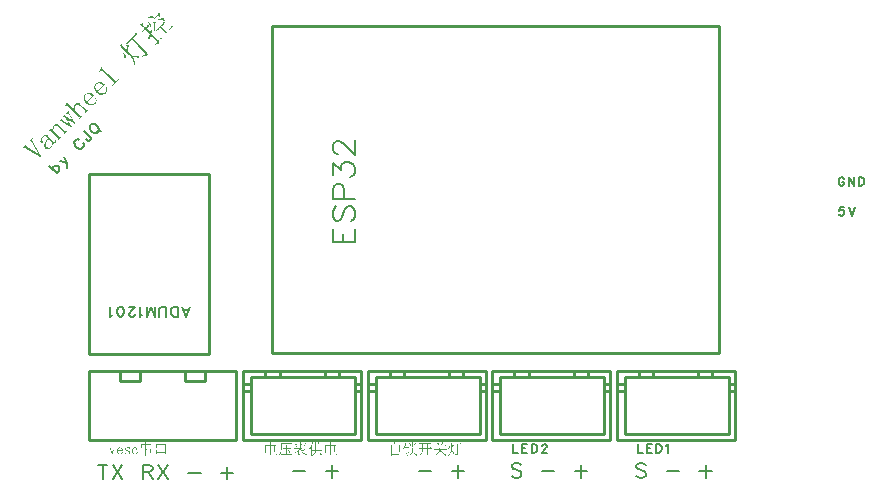
<source format=gto>
G04 Layer: TopSilkscreenLayer*
G04 EasyEDA Pro v2.0.30.0bf95a9f.56a808, 2023-06-11 15:17:04*
G04 Gerber Generator version 0.3*
G04 Scale: 100 percent, Rotated: No, Reflected: No*
G04 Dimensions in millimeters*
G04 Leading zeros omitted, absolute positions, 3 integers and 3 decimals*
%FSLAX33Y33*%
%MOMM*%
%ADD10C,0.203*%
%ADD11C,0.203*%
%ADD12C,0.254*%
G75*


G04 Text Start*
G04 //text: LED1*
G54D10*
G01X53315Y4971D02*
G01X53315Y4272D01*
G01X53315Y4272D02*
G01X53716Y4272D01*
G01X54079Y4971D02*
G01X54079Y4272D01*
G01X54079Y4971D02*
G01X54511Y4971D01*
G01X54079Y4638D02*
G01X54346Y4638D01*
G01X54079Y4272D02*
G01X54511Y4272D01*
G01X54874Y4971D02*
G01X54874Y4272D01*
G01X54874Y4971D02*
G01X55108Y4971D01*
G01X55207Y4938D01*
G01X55275Y4872D01*
G01X55309Y4806D01*
G01X55342Y4704D01*
G01Y4539D01*
G01X55309Y4437D01*
G01X55275Y4371D01*
G01X55207Y4305D01*
G01X55108Y4272D01*
G01X54874D01*
G01X55705Y4839D02*
G01X55771Y4872D01*
G01X55872Y4971D01*
G01Y4272D01*
G04 //text: LED2*
G01X42774Y4971D02*
G01X42774Y4272D01*
G01X42774Y4272D02*
G01X43175Y4272D01*
G01X43538Y4971D02*
G01X43538Y4272D01*
G01X43538Y4971D02*
G01X43970Y4971D01*
G01X43538Y4638D02*
G01X43805Y4638D01*
G01X43538Y4272D02*
G01X43970Y4272D01*
G01X44333Y4971D02*
G01X44333Y4272D01*
G01X44333Y4971D02*
G01X44567Y4971D01*
G01X44666Y4938D01*
G01X44734Y4872D01*
G01X44768Y4806D01*
G01X44801Y4704D01*
G01Y4539D01*
G01X44768Y4437D01*
G01X44734Y4371D01*
G01X44666Y4305D01*
G01X44567Y4272D01*
G01X44333D01*
G01X45197Y4806D02*
G01X45197Y4839D01*
G01X45230Y4905D01*
G01X45263Y4938D01*
G01X45331Y4971D01*
G01X45463D01*
G01X45530Y4938D01*
G01X45563Y4905D01*
G01X45598Y4839D01*
G01Y4773D01*
G01X45563Y4704D01*
G01X45496Y4605D01*
G01X45164Y4272D01*
G01X45631D01*
G04 //text: 自锁开关灯*
G36*
G01X32694Y5151D02*
G01X32691Y5150D01*
G01X32690Y5149D01*
G01X32689Y5148D01*
G01X32688Y5146D01*
G01X32686Y5141D01*
G01X32685Y5135D01*
G01X32683Y5124D01*
G01X32682Y5116D01*
G01X32681Y5108D01*
G01X32679Y5104D01*
G01X32678Y5102D01*
G01X32676Y5098D01*
G01X32675Y5095D01*
G01X32674Y5091D01*
G01Y5084D01*
G01X32672Y5076D01*
G01X32669Y5070D01*
G01X32667Y5066D01*
G01X32666Y5063D01*
G01Y5059D01*
G01Y5053D01*
G01X32665Y5050D01*
G01X32664Y5046D01*
G01X32660Y5040D01*
G01X32659Y5036D01*
G01X32657Y5032D01*
G01X32655Y5021D01*
G01X32654Y5015D01*
G01X32652Y5011D01*
G01X32647Y4999D01*
G01X32644Y4988D01*
G01X32641Y4980D01*
G01X32636Y4970D01*
G01X32631Y4957D01*
G01X32627Y4946D01*
G01X32620Y4930D01*
G01X32616Y4924D01*
G01X32614Y4922D01*
G01X32610Y4920D01*
G01X32605D01*
G01X32592Y4921D01*
G01X32549Y4922D01*
G01X32520D01*
G01X32472Y4923D01*
G01X32460Y4924D01*
G01X32454Y4925D01*
G01X32452D01*
G01X32451Y4926D01*
G01X32448Y4928D01*
G01X32441Y4932D01*
G01X32432Y4936D01*
G01X32428Y4938D01*
G01X32424Y4941D01*
G01X32415Y4946D01*
G01X32411Y4948D01*
G01X32407Y4951D01*
G01X32402Y4953D01*
G01X32392Y4957D01*
G01X32391D01*
G01X32390Y4956D01*
G01X32389Y4954D01*
G01X32388Y4949D01*
G01X32386Y4937D01*
G01Y4930D01*
G01X32387Y4926D01*
G01X32388Y4922D01*
G01X32389Y4899D01*
G01Y4834D01*
G01X32390Y4753D01*
G01X32391Y4745D01*
G01Y4743D01*
G01Y4742D01*
G01X32392Y4689D01*
G01Y4672D01*
G01X32466D01*
G01Y4884D01*
G01X32475Y4885D01*
G01X32478Y4886D01*
G01X32774Y4887D01*
G01X33028Y4884D01*
G01X33049Y4883D01*
G01X33059Y4881D01*
G01X33061D01*
G01X33062D01*
G01Y4880D01*
G01Y4873D01*
G01X33060Y4864D01*
G01X33059Y4840D01*
G01Y4772D01*
G01X33060Y4687D01*
G01Y4679D01*
G01Y4678D01*
G01X33061D01*
G01X33060Y4677D01*
G01X33056D01*
G01X33043Y4675D01*
G01X32764Y4672D01*
G01X32466D01*
G01X32392D01*
G01X32393Y4516D01*
G01X32466D01*
G01Y4638D01*
G01X32479Y4640D01*
G01X32487D01*
G01X32774Y4641D01*
G01X33023Y4638D01*
G01X33045Y4637D01*
G01X33055Y4635D01*
G01X33057Y4634D01*
G01X33058D01*
G01X33059Y4633D01*
G01Y4631D01*
G01X33061Y4627D01*
G01Y4623D01*
G01Y4619D01*
G01X33060Y4606D01*
G01X33059Y4504D01*
G01X33060Y4405D01*
G01Y4398D01*
G01Y4397D01*
G01X33061D01*
G01X33060Y4396D01*
G01X33056D01*
G01X33043Y4394D01*
G01X32766Y4391D01*
G01X32472Y4393D01*
G01X32468D01*
G01X32467Y4395D01*
G01X32466Y4425D01*
G01Y4516D01*
G01X32393D01*
G01Y4478D01*
G01X32391Y4249D01*
G01X32466D01*
G01Y4360D01*
G01X32475Y4362D01*
G01X32482Y4363D01*
G01X32486D01*
G01X32489D01*
G01X32491Y4362D01*
G01X32493D01*
G01X32564Y4361D01*
G01X32772Y4360D01*
G01X33048Y4362D01*
G01X33053D01*
G01X33056Y4363D01*
G01X33058Y4362D01*
G01X33059Y4360D01*
G01X33061Y4357D01*
G01Y4353D01*
G01Y4346D01*
G01X33060Y4340D01*
G01X33059Y4314D01*
G01Y4241D01*
G01X33060Y4148D01*
G01Y4140D01*
G01Y4139D01*
G01X33061D01*
G01X33060Y4138D01*
G01X33056D01*
G01X33043Y4137D01*
G01X32766Y4133D01*
G01X32472Y4135D01*
G01X32468D01*
G01X32467Y4137D01*
G01X32466Y4165D01*
G01Y4249D01*
G01X32391D01*
G01Y4217D01*
G01Y4212D01*
G01X32390Y4209D01*
G01Y4186D01*
G01X32389Y4120D01*
G01X32388Y4036D01*
G01X32387Y4028D01*
G01X32386Y4024D01*
G01X32385Y4018D01*
G01Y4010D01*
G01X32386Y4007D01*
G01X32387Y4004D01*
G01X32389Y4001D01*
G01X32391Y3998D01*
G01X32394Y3997D01*
G01X32397D01*
G01X32404Y4001D01*
G01X32409Y4002D01*
G01X32414Y4003D01*
G01X32425Y4006D01*
G01X32430Y4007D01*
G01X32435Y4008D01*
G01X32446Y4014D01*
G01X32454Y4016D01*
G01X32458Y4017D01*
G01X32461Y4020D01*
G01X32463Y4023D01*
G01X32464Y4027D01*
G01X32465Y4034D01*
G01X32466Y4048D01*
G01Y4099D01*
G01X32764D01*
G01X33028Y4095D01*
G01X33050Y4094D01*
G01X33059Y4092D01*
G01X33061D01*
G01X33062D01*
G01Y4091D01*
G01Y4084D01*
G01X33061Y4078D01*
G01X33060Y4073D01*
G01X33059Y4066D01*
G01Y4041D01*
G01Y4024D01*
G01X33061Y4009D01*
G01X33062Y4006D01*
G01Y4005D01*
G01X33065Y4002D01*
G01X33068Y4001D01*
G01X33072Y4000D01*
G01X33078Y4001D01*
G01X33083Y4002D01*
G01X33090Y4004D01*
G01X33094Y4006D01*
G01X33098Y4008D01*
G01X33102Y4010D01*
G01X33106Y4011D01*
G01X33115Y4013D01*
G01X33124Y4016D01*
G01X33130Y4019D01*
G01X33133Y4021D01*
G01X33135Y4023D01*
G01X33136Y4025D01*
G01X33137Y4026D01*
G01Y4027D01*
G01X33138Y4030D01*
G01X33139Y4453D01*
G01Y4872D01*
G01X33149Y4878D01*
G01X33154Y4881D01*
G01X33159Y4885D01*
G01X33161Y4888D01*
G01X33164Y4892D01*
G01X33169Y4896D01*
G01X33174Y4899D01*
G01X33177Y4900D01*
G01X33178Y4902D01*
G01X33180Y4905D01*
G01Y4908D01*
G01Y4910D01*
G01X33178Y4912D01*
G01X33176Y4914D01*
G01X33165Y4923D01*
G01X33161Y4926D01*
G01X33151Y4933D01*
G01X33135Y4943D01*
G01X33129Y4948D01*
G01X33121Y4955D01*
G01X33107Y4965D01*
G01X33100Y4970D01*
G01X33096Y4972D01*
G01X33095Y4973D01*
G01X33093D01*
G01X33090Y4972D01*
G01X33086Y4965D01*
G01X33079Y4959D01*
G01X33077Y4956D01*
G01X33067Y4940D01*
G01X33059Y4928D01*
G01X33057Y4926D01*
G01X33054Y4924D01*
G01X33052Y4923D01*
G01X33049Y4922D01*
G01X33046Y4920D01*
G01X33044D01*
G01X33041D01*
G01X33031D01*
G01X32847Y4922D01*
G01X32670Y4921D01*
G01X32665Y4920D01*
G01X32664D01*
G01X32661D01*
G01X32659D01*
G01X32657Y4922D01*
G01X32656Y4924D01*
G01Y4927D01*
G01Y4930D01*
G01X32657Y4932D01*
G01X32660Y4936D01*
G01X32673Y4955D01*
G01X32681Y4967D01*
G01X32687Y4973D01*
G01X32692Y4982D01*
G01X32695Y4988D01*
G01X32697Y4991D01*
G01X32700Y4993D01*
G01X32705Y4997D01*
G01X32709Y5002D01*
G01X32711Y5008D01*
G01X32713Y5010D01*
G01X32714Y5012D01*
G01X32718Y5017D01*
G01X32724Y5024D01*
G01X32728Y5030D01*
G01X32733Y5034D01*
G01X32736Y5036D01*
G01X32738Y5038D01*
G01X32740Y5041D01*
G01X32742Y5046D01*
G01X32744Y5049D01*
G01X32746Y5051D01*
G01X32751Y5055D01*
G01X32756Y5060D01*
G01X32760Y5065D01*
G01X32763Y5068D01*
G01X32766Y5070D01*
G01X32774Y5074D01*
G01X32777Y5076D01*
G01X32779Y5079D01*
G01X32781Y5082D01*
G01X32783Y5085D01*
G01X32788Y5089D01*
G01X32794Y5091D01*
G01X32796Y5093D01*
G01X32799Y5095D01*
G01X32801Y5097D01*
G01X32802Y5100D01*
G01X32801Y5103D01*
G01X32799Y5105D01*
G01X32795Y5107D01*
G01X32782Y5113D01*
G01X32767Y5120D01*
G01X32753Y5125D01*
G01X32739Y5133D01*
G01X32727Y5138D01*
G01X32710Y5147D01*
G01X32700Y5150D01*
G01X32698Y5151D01*
G37*
G36*
G01X36760Y5150D02*
G01X36759Y5150D01*
G01X36758Y5149D01*
G01X36757Y5148D01*
G01X36755Y5144D01*
G01X36753Y5140D01*
G01X36752Y5136D01*
G01X36749Y5125D01*
G01X36747Y5118D01*
G01X36743Y5105D01*
G01X36741Y5098D01*
G01X36739Y5089D01*
G01X36736Y5080D01*
G01X36730Y5068D01*
G01X36725Y5051D01*
G01X36724Y5047D01*
G01X36718Y5032D01*
G01X36711Y5012D01*
G01X36701Y4986D01*
G01X36698Y4979D01*
G01X36690Y4962D01*
G01X36688Y4955D01*
G01X36672Y4916D01*
G01X36669Y4910D01*
G01X36665Y4903D01*
G01X36661Y4895D01*
G01X36651Y4877D01*
G01X36644Y4864D01*
G01X36640Y4856D01*
G01X36638Y4852D01*
G01X36636Y4849D01*
G01X36634Y4847D01*
G01X36632Y4845D01*
G01X36630D01*
G01X36620Y4844D01*
G01X36351Y4841D01*
G01X36103Y4839D01*
G01X36087Y4838D01*
G01X36082Y4837D01*
G01X36080Y4836D01*
G01X36084Y4831D01*
G01X36092Y4824D01*
G01X36097Y4819D01*
G01X36103Y4811D01*
G01X36109Y4807D01*
G01X36114Y4803D01*
G01X36120Y4801D01*
G01X36123Y4800D01*
G01X36132D01*
G01X36147Y4803D01*
G01X36158Y4806D01*
G01X36166Y4807D01*
G01X36179D01*
G01X36184Y4808D01*
G01X36189Y4810D01*
G01X36193D01*
G01X36214Y4811D01*
G01X36220Y4812D01*
G01X36228Y4813D01*
G01X36380Y4814D01*
G01X36530D01*
G01X36528Y4801D01*
G01X36527Y4797D01*
G01X36526Y4764D01*
G01Y4703D01*
G01X36525Y4622D01*
G01X36524Y4614D01*
G01X36523Y4609D01*
G01X36522Y4600D01*
G01Y4585D01*
G01X36521Y4579D01*
G01X36519Y4575D01*
G01Y4566D01*
G01X36518Y4549D01*
G01X36268D01*
G01X36030Y4547D01*
G01X36018Y4546D01*
G01X36017D01*
G01X36016Y4545D01*
G01Y4543D01*
G01Y4541D01*
G01Y4538D01*
G01X36022Y4530D01*
G01X36030Y4524D01*
G01X36035Y4519D01*
G01X36042Y4511D01*
G01X36047Y4506D01*
G01X36052Y4503D01*
G01X36056Y4501D01*
G01X36059Y4500D01*
G01X36061D01*
G01X36064Y4501D01*
G01X36072Y4504D01*
G01X36076Y4505D01*
G01X36081Y4506D01*
G01X36096Y4508D01*
G01X36101Y4510D01*
G01X36103Y4511D01*
G01X36105D01*
G01X36112Y4512D01*
G01X36187Y4514D01*
G01X36310D01*
G01X36510D01*
G01X36508Y4501D01*
G01X36507Y4495D01*
G01X36505Y4487D01*
G01X36504Y4483D01*
G01X36501Y4479D01*
G01X36499Y4475D01*
G01X36498Y4471D01*
G01X36496Y4461D01*
G01X36493Y4453D01*
G01X36487Y4438D01*
G01X36481Y4425D01*
G01X36477Y4418D01*
G01X36472Y4409D01*
G01X36465Y4394D01*
G01X36462Y4387D01*
G01X36437Y4348D01*
G01X36430Y4335D01*
G01X36427Y4330D01*
G01X36414Y4312D01*
G01X36406Y4301D01*
G01X36390Y4279D01*
G01X36376Y4261D01*
G01X36370Y4255D01*
G01X36364Y4247D01*
G01X36360Y4241D01*
G01X36352Y4235D01*
G01X36347Y4230D01*
G01X36341Y4222D01*
G01X36333Y4216D01*
G01X36328Y4211D01*
G01X36321Y4203D01*
G01X36316Y4199D01*
G01X36305Y4191D01*
G01X36301Y4187D01*
G01X36291Y4178D01*
G01X36282Y4171D01*
G01X36275Y4165D01*
G01X36264Y4158D01*
G01X36257Y4153D01*
G01X36254Y4150D01*
G01X36251Y4148D01*
G01X36236Y4138D01*
G01X36224Y4130D01*
G01X36217Y4124D01*
G01X36209Y4119D01*
G01X36200Y4114D01*
G01X36159Y4089D01*
G01X36155Y4087D01*
G01X36142Y4081D01*
G01X36138Y4079D01*
G01X36134Y4076D01*
G01X36122Y4069D01*
G01X36118Y4067D01*
G01X36110Y4063D01*
G01X36102Y4058D01*
G01X36098Y4056D01*
G01X36076Y4047D01*
G01X36061Y4040D01*
G01X36048Y4034D01*
G01X36041Y4030D01*
G01X36036Y4027D01*
G01X36029Y4025D01*
G01X36022Y4022D01*
G01X36019Y4021D01*
G01X36016Y4019D01*
G01X36014Y4016D01*
G01X36013Y4013D01*
G01X36012Y4010D01*
G01Y4006D01*
G01Y4003D01*
G01X36014Y3999D01*
G01X36015Y3997D01*
G01X36017Y3996D01*
G01X36020D01*
G01X36033Y4001D01*
G01X36041Y4003D01*
G01X36053Y4008D01*
G01X36060Y4011D01*
G01X36072Y4014D01*
G01X36084Y4020D01*
G01X36092Y4022D01*
G01X36102Y4025D01*
G01X36108Y4027D01*
G01X36111Y4028D01*
G01X36115Y4031D01*
G01X36122Y4034D01*
G01X36133Y4038D01*
G01X36143Y4043D01*
G01X36146Y4045D01*
G01X36165Y4051D01*
G01X36172Y4055D01*
G01X36181Y4060D01*
G01X36196Y4067D01*
G01X36203Y4071D01*
G01X36211Y4076D01*
G01X36226Y4082D01*
G01X36234Y4086D01*
G01X36251Y4097D01*
G01X36264Y4104D01*
G01X36275Y4110D01*
G01X36305Y4130D01*
G01X36320Y4139D01*
G01X36325Y4142D01*
G01X36330Y4146D01*
G01X36333Y4149D01*
G01X36336Y4153D01*
G01X36338Y4155D01*
G01X36340Y4157D01*
G01X36346Y4160D01*
G01X36350Y4162D01*
G01X36354Y4165D01*
G01X36359Y4168D01*
G01X36368Y4176D01*
G01X36374Y4181D01*
G01X36381Y4187D01*
G01X36389Y4193D01*
G01X36398Y4201D01*
G01X36404Y4205D01*
G01X36408Y4209D01*
G01X36415Y4217D01*
G01X36423Y4224D01*
G01X36428Y4229D01*
G01X36434Y4237D01*
G01X36439Y4243D01*
G01X36445Y4250D01*
G01X36450Y4256D01*
G01X36455Y4260D01*
G01X36458Y4263D01*
G01X36461Y4266D01*
G01X36463Y4269D01*
G01X36469Y4278D01*
G01X36473Y4283D01*
G01X36476Y4286D01*
G01X36480Y4289D01*
G01X36485Y4294D01*
G01X36487Y4300D01*
G01X36488Y4302D01*
G01X36490Y4304D01*
G01X36496Y4312D01*
G01X36508Y4331D01*
G01X36515Y4341D01*
G01X36518Y4345D01*
G01X36520Y4350D01*
G01X36526Y4363D01*
G01X36528Y4366D01*
G01X36530Y4368D01*
G01X36532Y4370D01*
G01X36535Y4377D01*
G01X36540Y4388D01*
G01X36545Y4395D01*
G01X36549Y4404D01*
G01X36553Y4412D01*
G01X36561Y4431D01*
G01X36566Y4447D01*
G01X36575Y4471D01*
G01X36581Y4490D01*
G01X36585Y4503D01*
G01X36586Y4506D01*
G01Y4509D01*
G01X36588Y4510D01*
G01X36590Y4511D01*
G01X36592Y4513D01*
G01X36595D01*
G01X36604Y4514D01*
G01X36630D01*
G01X36632Y4501D01*
G01X36633Y4495D01*
G01X36635Y4487D01*
G01X36636Y4483D01*
G01X36640Y4479D01*
G01X36641Y4475D01*
G01X36642Y4471D01*
G01X36645Y4458D01*
G01X36647Y4451D01*
G01X36653Y4435D01*
G01X36676Y4377D01*
G01X36679Y4371D01*
G01X36683Y4364D01*
G01X36688Y4356D01*
G01X36694Y4340D01*
G01X36698Y4332D01*
G01X36705Y4321D01*
G01X36709Y4313D01*
G01X36713Y4304D01*
G01X36717Y4296D01*
G01X36723Y4290D01*
G01X36732Y4274D01*
G01X36742Y4262D01*
G01X36749Y4252D01*
G01X36758Y4239D01*
G01X36762Y4233D01*
G01X36765Y4231D01*
G01X36769Y4228D01*
G01X36773Y4222D01*
G01X36776Y4217D01*
G01X36777Y4214D01*
G01X36779Y4212D01*
G01X36785Y4208D01*
G01X36789Y4203D01*
G01X36796Y4196D01*
G01X36804Y4189D01*
G01X36809Y4184D01*
G01X36815Y4176D01*
G01X36823Y4170D01*
G01X36828Y4165D01*
G01X36835Y4157D01*
G01X36842Y4150D01*
G01X36847Y4146D01*
G01X36851Y4140D01*
G01X36854Y4138D01*
G01X36857Y4135D01*
G01X36865Y4131D01*
G01X36868Y4129D01*
G01X36870Y4126D01*
G01X36872Y4123D01*
G01X36874Y4121D01*
G01X36877Y4119D01*
G01X36879Y4117D01*
G01X36885Y4115D01*
G01X36887Y4113D01*
G01X36894Y4106D01*
G01X36900Y4101D01*
G01X36907Y4097D01*
G01X36910Y4094D01*
G01X36912Y4092D01*
G01X36915Y4089D01*
G01X36917Y4086D01*
G01X36919Y4084D01*
G01X36922Y4082D01*
G01X36930Y4080D01*
G01X36933Y4078D01*
G01X36936Y4076D01*
G01X36940Y4071D01*
G01X36943Y4069D01*
G01X36946Y4067D01*
G01X36953Y4065D01*
G01X36956Y4063D01*
G01X36959Y4061D01*
G01X36963Y4055D01*
G01X36966Y4053D01*
G01X36969Y4051D01*
G01X36983Y4043D01*
G01X36990Y4039D01*
G01X37003Y4031D01*
G01X37017Y4024D01*
G01X37029Y4017D01*
G01X37033Y4015D01*
G01X37037Y4014D01*
G01X37042D01*
G01X37044Y4016D01*
G01X37046Y4018D01*
G01X37048Y4025D01*
G01X37050Y4028D01*
G01X37053Y4031D01*
G01X37058Y4035D01*
G01X37063Y4040D01*
G01X37067Y4046D01*
G01X37069Y4048D01*
G01X37072Y4049D01*
G01X37083Y4054D01*
G01X37089Y4058D01*
G01X37093Y4060D01*
G01X37103Y4064D01*
G01X37109Y4066D01*
G01X37114Y4067D01*
G01X37121Y4068D01*
G01X37130Y4069D01*
G01X37136Y4070D01*
G01X37139Y4071D01*
G01X37141Y4072D01*
G01X37143Y4074D01*
G01X37145Y4076D01*
G01X37147Y4078D01*
G01X37148Y4080D01*
G01Y4082D01*
G01Y4085D01*
G01X37146Y4088D01*
G01X37143Y4090D01*
G01X37140Y4091D01*
G01X37136Y4093D01*
G01X37127Y4095D01*
G01X37080Y4110D01*
G01X37070Y4114D01*
G01X37057Y4120D01*
G01X37049Y4123D01*
G01X37033Y4128D01*
G01X37027Y4130D01*
G01X37022Y4133D01*
G01X37012Y4138D01*
G01X37007Y4140D01*
G01X37003Y4142D01*
G01X36992Y4145D01*
G01X36986Y4149D01*
G01X36979Y4152D01*
G01X36964Y4160D01*
G01X36956Y4163D01*
G01X36940Y4174D01*
G01X36927Y4181D01*
G01X36916Y4186D01*
G01X36911Y4190D01*
G01X36864Y4224D01*
G01X36859Y4229D01*
G01X36855Y4234D01*
G01X36852Y4237D01*
G01X36849Y4239D01*
G01X36842Y4243D01*
G01X36839Y4245D01*
G01X36836Y4248D01*
G01X36832Y4253D01*
G01X36827Y4258D01*
G01X36819Y4265D01*
G01X36815Y4270D01*
G01X36807Y4281D01*
G01X36800Y4290D01*
G01X36796Y4294D01*
G01X36791Y4298D01*
G01X36787Y4301D01*
G01X36784Y4304D01*
G01X36781Y4308D01*
G01X36774Y4319D01*
G01X36770Y4325D01*
G01X36762Y4333D01*
G01X36753Y4346D01*
G01X36749Y4351D01*
G01X36742Y4360D01*
G01X36736Y4370D01*
G01X36728Y4381D01*
G01X36718Y4395D01*
G01X36713Y4404D01*
G01X36709Y4412D01*
G01X36705Y4419D01*
G01X36701Y4428D01*
G01X36698Y4434D01*
G01X36696Y4436D01*
G01X36693Y4439D01*
G01X36689Y4447D01*
G01X36682Y4464D01*
G01X36675Y4479D01*
G01X36672Y4486D01*
G01X36669Y4493D01*
G01X36667Y4500D01*
G01X36664Y4514D01*
G01X36905D01*
G01X37119Y4517D01*
G01X37135Y4518D01*
G01X37141Y4519D01*
G01X37143D01*
G01Y4520D01*
G01X37142Y4523D01*
G01X37141Y4525D01*
G01X37138Y4528D01*
G01X37133Y4532D01*
G01X37128Y4536D01*
G01X37122Y4545D01*
G01X37114Y4551D01*
G01X37109Y4556D01*
G01X37103Y4564D01*
G01X37095Y4570D01*
G01X37090Y4575D01*
G01X37083Y4583D01*
G01X37075Y4589D01*
G01X37071Y4594D01*
G01X37064Y4602D01*
G01X37056Y4609D01*
G01X37051Y4614D01*
G01X37047Y4618D01*
G01X37045Y4619D01*
G01X37043Y4618D01*
G01X37040Y4614D01*
G01X37035Y4609D01*
G01X37027Y4602D01*
G01X37021Y4594D01*
G01X37015Y4589D01*
G01X37007Y4583D01*
G01X37001Y4575D01*
G01X36996Y4570D01*
G01X36988Y4564D01*
G01X36984Y4558D01*
G01X36982Y4556D01*
G01X36979Y4554D01*
G01X36971Y4551D01*
G01X36969D01*
G01X36940Y4550D01*
G01X36784Y4549D01*
G01X36609Y4548D01*
G01X36603Y4547D01*
G01X36599Y4548D01*
G01X36597Y4553D01*
G01X36596Y4556D01*
G01Y4563D01*
G01X36598Y4568D01*
G01Y4576D01*
G01X36599Y4614D01*
G01X36600Y4650D01*
G01Y4660D01*
G01X36602Y4665D01*
G01X36603Y4673D01*
G01Y4686D01*
G01X36604Y4692D01*
G01X36605Y4695D01*
G01X36606Y4704D01*
G01X36607Y4753D01*
G01Y4784D01*
G01X36609Y4796D01*
G01X36610Y4805D01*
G01X36611Y4808D01*
G01X36612Y4809D01*
G01Y4810D01*
G01X36613Y4811D01*
G01X36614D01*
G01X36623Y4812D01*
G01X36775Y4814D01*
G01X36855D01*
G01X37063Y4817D01*
G01X37079Y4818D01*
G01X37086Y4819D01*
G01X37087D01*
G01X37088D01*
G01Y4820D01*
G01X37083Y4825D01*
G01X37075Y4832D01*
G01X37071Y4837D01*
G01X37064Y4845D01*
G01X37056Y4851D01*
G01X37051Y4856D01*
G01X37045Y4864D01*
G01X37037Y4870D01*
G01X37032Y4875D01*
G01X37026Y4883D01*
G01X37018Y4890D01*
G01X37013Y4895D01*
G01X37007Y4903D01*
G01X37001Y4907D01*
G01X36999Y4908D01*
G01X36996Y4909D01*
G01X36994D01*
G01X36992D01*
G01X36990Y4908D01*
G01X36988Y4906D01*
G01X36984Y4901D01*
G01X36980Y4896D01*
G01X36972Y4890D01*
G01X36967Y4884D01*
G01X36961Y4876D01*
G01X36952Y4870D01*
G01X36947Y4865D01*
G01X36941Y4857D01*
G01X36936Y4853D01*
G01X36928Y4847D01*
G01X36926Y4845D01*
G01X36923Y4844D01*
G01X36917D01*
G01X36875Y4842D01*
G01X36799Y4841D01*
G01X36713Y4843D01*
G01X36693Y4844D01*
G01X36686Y4845D01*
G01X36680Y4847D01*
G01X36678D01*
G01X36677Y4848D01*
G01X36676D01*
G01Y4849D01*
G01X36677Y4853D01*
G01X36678Y4856D01*
G01X36679Y4859D01*
G01X36685Y4863D01*
G01X36687Y4865D01*
G01X36688Y4868D01*
G01X36691Y4873D01*
G01X36692Y4876D01*
G01X36693Y4878D01*
G01X36697Y4882D01*
G01X36703Y4890D01*
G01X36726Y4922D01*
G01X36732Y4928D01*
G01X36734Y4931D01*
G01X36744Y4947D01*
G01X36753Y4959D01*
G01X36760Y4968D01*
G01X36767Y4978D01*
G01X36774Y4989D01*
G01X36784Y5003D01*
G01X36797Y5024D01*
G01X36811Y5043D01*
G01X36813Y5046D01*
G01X36819Y5051D01*
G01X36822Y5053D01*
G01X36828Y5056D01*
G01X36842Y5061D01*
G01X36852Y5065D01*
G01X36864Y5070D01*
G01X36867Y5072D01*
G01X36869Y5074D01*
G01X36870Y5075D01*
G01X36871Y5076D01*
G01Y5078D01*
G01X36870Y5080D01*
G01X36868Y5082D01*
G01X36859Y5087D01*
G01X36853Y5091D01*
G01X36841Y5099D01*
G01X36821Y5112D01*
G01X36780Y5141D01*
G01X36771Y5148D01*
G01X36766Y5150D01*
G01X36764D01*
G37*
G36*
G01X34202Y5149D02*
G01X34200Y5138D01*
G01X34199Y5120D01*
G01X34198Y4976D01*
G01X34199Y4823D01*
G01X34200Y4817D01*
G01Y4815D01*
G01X34201Y4807D01*
G01X34202Y4795D01*
G01Y4768D01*
G01X34132D01*
G01X34093Y4769D01*
G01X34077Y4770D01*
G01X34068Y4772D01*
G01X34060Y4773D01*
G01X34057Y4774D01*
G01X34055Y4775D01*
G01X34053Y4776D01*
G01X34015Y4807D01*
G01X33997Y4820D01*
G01X33990Y4826D01*
G01Y4720D01*
G01X33991Y4617D01*
G01Y4610D01*
G01X33992Y4609D01*
G01Y4606D01*
G01X33993Y4595D01*
G01X33994Y4535D01*
G01X33993Y4473D01*
G01X33992Y4464D01*
G01Y4462D01*
G01X33991Y4460D01*
G01X33990Y4435D01*
G01Y4364D01*
G01X33991Y4278D01*
G01Y4271D01*
G01X33992Y4270D01*
G01X33995D01*
G01X34003Y4274D01*
G01X34011Y4278D01*
G01X34018Y4281D01*
G01X34029Y4287D01*
G01X34037Y4290D01*
G01X34044Y4295D01*
G01X34053Y4300D01*
G01X34056Y4303D01*
G01X34058Y4305D01*
G01X34059Y4307D01*
G01X34060Y4313D01*
G01X34061Y4316D01*
G01Y4323D01*
G01X34063Y4535D01*
G01Y4741D01*
G01X34080Y4740D01*
G01X34091Y4739D01*
G01X34253Y4738D01*
G01X34407Y4739D01*
G01X34412D01*
G01X34413D01*
G01Y4740D01*
G01X34416Y4739D01*
G01X34419Y4732D01*
G01Y4729D01*
G01X34421Y4669D01*
G01Y4501D01*
G01Y4279D01*
G01X34432Y4282D01*
G01X34439Y4285D01*
G01X34449Y4291D01*
G01X34464Y4298D01*
G01X34471Y4302D01*
G01X34485Y4310D01*
G01X34486Y4313D01*
G01X34487Y4318D01*
G01X34489Y4338D01*
G01X34490Y4412D01*
G01X34489Y4507D01*
G01Y4515D01*
G01X34488Y4516D01*
G01Y4519D01*
G01X34487Y4547D01*
G01X34486Y4626D01*
G01X34488Y4703D01*
G01X34489Y4719D01*
G01X34491Y4732D01*
G01X34492Y4734D01*
G01X34495Y4736D01*
G01X34500Y4741D01*
G01X34504Y4746D01*
G01X34509Y4752D01*
G01X34515Y4756D01*
G01X34518Y4759D01*
G01X34519Y4760D01*
G01Y4762D01*
G01Y4767D01*
G01X34518Y4769D01*
G01X34516Y4771D01*
G01X34513Y4773D01*
G01X34506Y4775D01*
G01X34503Y4776D01*
G01X34500Y4778D01*
G01X34496Y4782D01*
G01X34490Y4785D01*
G01X34479Y4791D01*
G01X34476Y4795D01*
G01X34472Y4797D01*
G01X34467Y4801D01*
G01X34457Y4807D01*
G01X34453Y4810D01*
G01X34450Y4812D01*
G01X34447Y4813D01*
G01X34445Y4814D01*
G01X34442D01*
G01X34439D01*
G01X34437Y4812D01*
G01X34434Y4809D01*
G01X34432Y4805D01*
G01X34430Y4798D01*
G01X34426Y4791D01*
G01X34425Y4789D01*
G01X34415Y4776D01*
G01X34412Y4774D01*
G01X34408Y4773D01*
G01X34402Y4771D01*
G01X34384Y4769D01*
G01X34342Y4768D01*
G01X34275D01*
G01X34272Y4780D01*
G01Y4791D01*
G01X34271Y4926D01*
G01X34273Y5038D01*
G01X34274Y5056D01*
G01X34275Y5064D01*
G01Y5067D01*
G01X34276Y5068D01*
G01X34279Y5070D01*
G01X34284Y5075D01*
G01X34288Y5081D01*
G01X34291Y5083D01*
G01X34293Y5085D01*
G01X34299Y5087D01*
G01X34301Y5088D01*
G01X34303Y5090D01*
G01X34307Y5094D01*
G01X34310Y5097D01*
G01X34311Y5099D01*
G01Y5101D01*
G01X34310Y5103D01*
G01X34308Y5105D01*
G01X34304Y5107D01*
G01X34246Y5130D01*
G01X34233Y5136D01*
G01X34218Y5142D01*
G37*
G36*
G01X37488Y5146D02*
G01X37485Y5111D01*
G01X37484Y5094D01*
G01Y5082D01*
G01X37485Y5074D01*
G01X37486Y5070D01*
G01X37487Y5068D01*
G01Y5058D01*
G01X37488Y5001D01*
G01X37489Y4943D01*
G01X37490Y4933D01*
G01Y4932D01*
G01Y4931D01*
G01X37491Y4918D01*
G01X37492Y4741D01*
G01X37490Y4556D01*
G01Y4551D01*
G01X37489Y4547D01*
G01X37488Y4542D01*
G01Y4528D01*
G01Y4517D01*
G01X37487Y4509D01*
G01X37485Y4501D01*
G01X37484Y4494D01*
G01Y4481D01*
G01X37483Y4475D01*
G01X37481Y4470D01*
G01Y4466D01*
G01X37480Y4446D01*
G01X37479Y4439D01*
G01X37477Y4429D01*
G01X37475Y4420D01*
G01X37469Y4386D01*
G01X37466Y4375D01*
G01X37465Y4368D01*
G01Y4360D01*
G01X37464Y4357D01*
G01X37463Y4353D01*
G01X37460Y4347D01*
G01X37459Y4343D01*
G01X37458Y4339D01*
G01X37457Y4335D01*
G01Y4330D01*
G01X37456Y4326D01*
G01X37455Y4322D01*
G01X37452Y4314D01*
G01X37449Y4305D01*
G01X37447Y4296D01*
G01X37445Y4290D01*
G01X37443Y4287D01*
G01X37440Y4282D01*
G01X37437Y4275D01*
G01X37434Y4264D01*
G01X37425Y4246D01*
G01X37420Y4233D01*
G01X37416Y4225D01*
G01X37411Y4217D01*
G01X37405Y4204D01*
G01X37403Y4199D01*
G01X37400Y4195D01*
G01X37393Y4185D01*
G01X37390Y4179D01*
G01X37385Y4170D01*
G01X37381Y4164D01*
G01X37375Y4154D01*
G01X37371Y4149D01*
G01X37365Y4138D01*
G01X37362Y4134D01*
G01X37359Y4131D01*
G01X37355Y4125D01*
G01X37349Y4115D01*
G01X37347Y4112D01*
G01X37344Y4110D01*
G01X37341Y4108D01*
G01X37339Y4106D01*
G01X37337Y4103D01*
G01X37335Y4098D01*
G01X37333Y4094D01*
G01X37330Y4090D01*
G01X37323Y4081D01*
G01X37315Y4073D01*
G01X37311Y4070D01*
G01X37308Y4068D01*
G01X37307Y4065D01*
G01X37304Y4059D01*
G01X37302Y4057D01*
G01X37300Y4054D01*
G01X37295Y4050D01*
G01X37293Y4048D01*
G01X37291Y4046D01*
G01X37290Y4043D01*
G01X37286Y4031D01*
G01X37285Y4028D01*
G01Y4024D01*
G01X37286Y4022D01*
G01X37289Y4019D01*
G01X37294Y4020D01*
G01X37296Y4021D01*
G01X37301Y4025D01*
G01X37308Y4033D01*
G01X37310Y4034D01*
G01X37316Y4037D01*
G01X37318Y4038D01*
G01X37321Y4040D01*
G01X37325Y4046D01*
G01X37329Y4050D01*
G01X37337Y4057D01*
G01X37344Y4065D01*
G01X37349Y4070D01*
G01X37357Y4076D01*
G01X37363Y4084D01*
G01X37368Y4089D01*
G01X37376Y4095D01*
G01X37382Y4103D01*
G01X37387Y4108D01*
G01X37393Y4112D01*
G01X37395Y4115D01*
G01X37402Y4125D01*
G01X37404Y4129D01*
G01X37407Y4131D01*
G01X37409Y4133D01*
G01X37412Y4136D01*
G01X37415Y4139D01*
G01X37418Y4142D01*
G01X37428Y4158D01*
G01X37442Y4177D01*
G01X37450Y4189D01*
G01X37453Y4196D01*
G01X37461Y4210D01*
G01X37467Y4219D01*
G01X37469Y4223D01*
G01X37475Y4236D01*
G01X37478Y4241D01*
G01X37479Y4244D01*
G01X37482Y4247D01*
G01X37485Y4252D01*
G01X37488Y4261D01*
G01X37497Y4278D01*
G01X37500Y4285D01*
G01X37506Y4301D01*
G01X37511Y4316D01*
G01X37518Y4334D01*
G01X37522Y4348D01*
G01X37526Y4367D01*
G01X37531Y4380D01*
G01X37534Y4387D01*
G01X37536Y4391D01*
G01X37539Y4393D01*
G01X37541D01*
G01X37544D01*
G01X37547Y4392D01*
G01X37549Y4390D01*
G01X37551Y4388D01*
G01X37555Y4383D01*
G01X37558Y4380D01*
G01X37561Y4379D01*
G01X37566Y4376D01*
G01X37569Y4375D01*
G01X37571Y4372D01*
G01X37581Y4359D01*
G01X37588Y4350D01*
G01X37591Y4346D01*
G01X37596Y4342D01*
G01X37601Y4339D01*
G01X37603Y4336D01*
G01X37605Y4333D01*
G01X37611Y4324D01*
G01X37614Y4318D01*
G01X37623Y4306D01*
G01X37629Y4297D01*
G01X37633Y4290D01*
G01X37636Y4282D01*
G01X37640Y4273D01*
G01X37643Y4268D01*
G01X37645Y4265D01*
G01X37648Y4262D01*
G01X37649Y4260D01*
G01X37650Y4257D01*
G01X37654Y4248D01*
G01X37662Y4231D01*
G01X37668Y4217D01*
G01X37672Y4210D01*
G01X37680Y4197D01*
G01X37685Y4192D01*
G01X37690Y4187D01*
G01X37698Y4181D01*
G01X37700Y4179D01*
G01X37702Y4178D01*
G01X37704Y4177D01*
G01X37705Y4178D01*
G01X37707Y4179D01*
G01X37714Y4185D01*
G01X37717Y4187D01*
G01X37720Y4189D01*
G01X37722Y4193D01*
G01X37724Y4196D01*
G01X37726Y4205D01*
G01X37728Y4211D01*
G01X37730Y4214D01*
G01X37732Y4217D01*
G01X37733Y4221D01*
G01X37734Y4227D01*
G01Y4237D01*
G01Y4247D01*
G01X37733Y4252D01*
G01X37732Y4257D01*
G01X37729Y4261D01*
G01X37726Y4268D01*
G01X37723Y4279D01*
G01X37719Y4285D01*
G01X37711Y4297D01*
G01X37703Y4308D01*
G01X37696Y4316D01*
G01X37693Y4321D01*
G01X37688Y4325D01*
G01X37683Y4328D01*
G01X37679Y4333D01*
G01X37674Y4338D01*
G01X37672Y4341D01*
G01X37669Y4343D01*
G01X37662Y4347D01*
G01X37656Y4352D01*
G01X37651Y4357D01*
G01X37649Y4359D01*
G01X37647Y4361D01*
G01X37641Y4363D01*
G01X37636Y4366D01*
G01X37629Y4372D01*
G01X37610Y4385D01*
G01X37596Y4395D01*
G01X37586Y4401D01*
G01X37579Y4405D01*
G01X37572Y4408D01*
G01X37563Y4412D01*
G01X37557Y4415D01*
G01X37554Y4417D01*
G01X37546Y4426D01*
G01X37544Y4428D01*
G01X37543Y4431D01*
G01X37542Y4434D01*
G01Y4441D01*
G01X37543Y4448D01*
G01X37545Y4454D01*
G01X37547Y4464D01*
G01X37548Y4470D01*
G01X37549Y4481D01*
G01X37550Y4496D01*
G01Y4512D01*
G01X37551Y4520D01*
G01X37552Y4527D01*
G01X37554Y4539D01*
G01X37555Y4547D01*
G01X37556Y4560D01*
G01X37557Y4605D01*
G01X37558Y4639D01*
G01X37559Y4649D01*
G01Y4653D01*
G01X37561Y4660D01*
G01Y4673D01*
G01X37562Y4691D01*
G01X37563Y4700D01*
G01Y4702D01*
G01X37564Y4705D01*
G01Y4709D01*
G01X37563Y4711D01*
G01Y4714D01*
G01X37567Y4718D01*
G01X37578Y4726D01*
G01X37595Y4739D01*
G01X37603Y4745D01*
G01X37609Y4751D01*
G01X37617Y4757D01*
G01X37625Y4763D01*
G01X37634Y4770D01*
G01X37647Y4780D01*
G01X37656Y4787D01*
G01X37660Y4791D01*
G01X37664Y4796D01*
G01X37667Y4800D01*
G01X37669Y4802D01*
G01X37672Y4804D01*
G01X37677Y4806D01*
G01X37682Y4809D01*
G01X37686Y4812D01*
G01X37694Y4818D01*
G01X37721Y4838D01*
G01X37736Y4847D01*
G01X37741Y4850D01*
G01X37745Y4852D01*
G01X37749Y4853D01*
G01X37757Y4856D01*
G01X37762Y4860D01*
G01X37763Y4863D01*
G01X37764Y4866D01*
G01X37762Y4868D01*
G01X37760Y4871D01*
G01X37751Y4877D01*
G01X37746Y4881D01*
G01X37743Y4884D01*
G01X37740Y4888D01*
G01X37737Y4892D01*
G01X37733Y4894D01*
G01X37722Y4901D01*
G01X37716Y4906D01*
G01X37708Y4912D01*
G01X37703Y4916D01*
G01X37698Y4922D01*
G01X37694Y4927D01*
G01X37692Y4928D01*
G01X37689Y4929D01*
G01X37686Y4928D01*
G01X37683Y4927D01*
G01X37681Y4925D01*
G01X37680Y4922D01*
G01X37677Y4914D01*
G01X37675Y4908D01*
G01X37669Y4898D01*
G01X37663Y4885D01*
G01X37661Y4880D01*
G01X37658Y4876D01*
G01X37644Y4855D01*
G01X37633Y4836D01*
G01X37629Y4829D01*
G01X37624Y4823D01*
G01X37617Y4815D01*
G01X37596Y4785D01*
G01X37591Y4780D01*
G01X37586Y4776D01*
G01X37583Y4774D01*
G01X37581Y4772D01*
G01X37580Y4769D01*
G01X37577Y4764D01*
G01X37576Y4761D01*
G01X37574Y4760D01*
G01X37571Y4758D01*
G01X37568D01*
G01X37566Y4759D01*
G01X37565Y4761D01*
G01X37563Y4765D01*
G01X37562Y4772D01*
G01X37563Y4778D01*
G01X37564Y4781D01*
G01X37565Y4926D01*
G01X37567Y5042D01*
G01X37568Y5060D01*
G01X37569Y5068D01*
G01X37570Y5070D01*
G01Y5071D01*
G01X37571Y5072D01*
G01X37574Y5074D01*
G01X37577Y5077D01*
G01X37579Y5082D01*
G01X37586Y5092D01*
G01X37591Y5098D01*
G01X37592Y5099D01*
G01X37593Y5103D01*
G01X37586Y5105D01*
G01X37582Y5106D01*
G01X37576Y5108D01*
G01X37572Y5110D01*
G01X37568Y5113D01*
G01X37564Y5115D01*
G01X37553Y5119D01*
G01X37535Y5125D01*
G01X37519Y5132D01*
G01X37505Y5139D01*
G37*
G36*
G01X36299Y5143D02*
G01X36296Y5142D01*
G01X36294Y5141D01*
G01X36291Y5138D01*
G01X36290Y5134D01*
G01Y5132D01*
G01X36291Y5130D01*
G01Y5127D01*
G01X36292Y5125D01*
G01X36295Y5121D01*
G01X36299Y5116D01*
G01X36302Y5112D01*
G01X36307Y5108D01*
G01X36311Y5105D01*
G01X36316Y5100D01*
G01X36326Y5087D01*
G01X36345Y5063D01*
G01X36352Y5053D01*
G01X36378Y5012D01*
G01X36386Y4999D01*
G01X36388Y4995D01*
G01X36392Y4985D01*
G01X36395Y4978D01*
G01X36403Y4959D01*
G01X36406Y4952D01*
G01X36409Y4945D01*
G01X36412Y4940D01*
G01X36415Y4934D01*
G01X36419Y4923D01*
G01X36422Y4916D01*
G01X36426Y4910D01*
G01X36432Y4897D01*
G01X36435Y4891D01*
G01X36438Y4887D01*
G01X36439Y4885D01*
G01X36442Y4883D01*
G01X36444Y4882D01*
G01X36445Y4881D01*
G01X36447D01*
G01X36449Y4880D01*
G01X36453D01*
G01X36456D01*
G01X36459Y4881D01*
G01X36461Y4883D01*
G01X36464Y4888D01*
G01X36465Y4891D01*
G01X36467Y4893D01*
G01X36473Y4898D01*
G01X36475Y4900D01*
G01X36476Y4903D01*
G01X36479Y4911D01*
G01X36482Y4918D01*
G01X36486Y4926D01*
G01X36488Y4935D01*
G01X36490Y4939D01*
G01X36493Y4959D01*
G01X36494Y4966D01*
G01Y4969D01*
G01Y4973D01*
G01X36490Y4984D01*
G01X36488Y4992D01*
G01X36486Y4998D01*
G01X36484Y5001D01*
G01X36476Y5012D01*
G01X36468Y5024D01*
G01X36461Y5032D01*
G01X36457Y5036D01*
G01X36453Y5040D01*
G01X36440Y5050D01*
G01X36416Y5068D01*
G01X36399Y5082D01*
G01X36391Y5088D01*
G01X36381Y5094D01*
G01X36363Y5105D01*
G01X36351Y5112D01*
G01X36339Y5121D01*
G01X36334Y5124D01*
G01X36323Y5130D01*
G01X36310Y5138D01*
G01X36303Y5141D01*
G37*
G36*
G01X33662Y5136D02*
G01X33660Y5135D01*
G01X33657Y5132D01*
G01X33655Y5128D01*
G01X33653Y5123D01*
G01X33651Y5118D01*
G01X33650Y5111D01*
G01X33647Y5094D01*
G01X33643Y5079D01*
G01X33640Y5062D01*
G01X33636Y5049D01*
G01X33632Y5031D01*
G01X33627Y5014D01*
G01X33624Y5000D01*
G01X33620Y4991D01*
G01X33616Y4973D01*
G01X33614Y4967D01*
G01X33606Y4944D01*
G01X33604Y4937D01*
G01X33602Y4927D01*
G01X33599Y4918D01*
G01X33594Y4906D01*
G01X33590Y4893D01*
G01X33587Y4884D01*
G01X33584Y4876D01*
G01X33581Y4868D01*
G01X33575Y4849D01*
G01X33572Y4842D01*
G01X33568Y4831D01*
G01X33563Y4818D01*
G01X33560Y4810D01*
G01X33556Y4803D01*
G01X33553Y4798D01*
G01X33550Y4791D01*
G01X33548Y4783D01*
G01X33546Y4779D01*
G01X33544Y4775D01*
G01X33538Y4764D01*
G01X33534Y4756D01*
G01X33531Y4748D01*
G01X33523Y4735D01*
G01X33521Y4730D01*
G01X33519Y4726D01*
G01X33517Y4718D01*
G01X33514Y4713D01*
G01X33508Y4703D01*
G01X33505Y4698D01*
G01X33499Y4685D01*
G01X33497Y4680D01*
G01X33494Y4676D01*
G01X33487Y4666D01*
G01X33484Y4660D01*
G01X33479Y4651D01*
G01X33475Y4645D01*
G01X33468Y4636D01*
G01X33465Y4630D01*
G01X33459Y4619D01*
G01X33456Y4615D01*
G01X33455Y4614D01*
G01X33453Y4612D01*
G01X33452Y4610D01*
G01Y4608D01*
G01X33453Y4605D01*
G01X33454Y4602D01*
G01X33456Y4600D01*
G01X33458Y4598D01*
G01X33460Y4597D01*
G01X33463Y4596D01*
G01X33466Y4597D01*
G01X33468Y4598D01*
G01X33472Y4603D01*
G01X33477Y4609D01*
G01X33485Y4615D01*
G01X33491Y4623D01*
G01X33497Y4628D01*
G01X33505Y4634D01*
G01X33509Y4640D01*
G01X33514Y4647D01*
G01X33522Y4656D01*
G01X33526Y4661D01*
G01X33531Y4666D01*
G01X33537Y4671D01*
G01X33539Y4673D01*
G01X33541Y4676D01*
G01X33547Y4686D01*
G01X33550Y4690D01*
G01X33553Y4693D01*
G01X33558Y4696D01*
G01X33561Y4697D01*
G01X33564Y4698D01*
G01X33569D01*
G01X33577Y4696D01*
G01X33584Y4695D01*
G01X33607D01*
G01X33630D01*
G01X33639Y4696D01*
G01X33641Y4697D01*
G01X33644D01*
G01X33646Y4696D01*
G01X33648Y4693D01*
G01X33649Y4689D01*
G01X33650Y4686D01*
G01X33651Y4647D01*
G01Y4503D01*
G01X33555D01*
G01X33488Y4501D01*
G01X33473Y4500D01*
G01X33465Y4499D01*
G01X33462D01*
G01X33461Y4498D01*
G01X33460Y4497D01*
G01X33463Y4492D01*
G01X33466Y4489D01*
G01X33471Y4485D01*
G01X33476Y4481D01*
G01X33482Y4472D01*
G01X33487Y4468D01*
G01X33495Y4462D01*
G01X33497Y4460D01*
G01X33500Y4459D01*
G01X33505Y4458D01*
G01X33511D01*
G01X33518Y4459D01*
G01X33533Y4460D01*
G01X33541Y4462D01*
G01X33548Y4464D01*
G01X33557Y4466D01*
G01X33560Y4467D01*
G01X33569D01*
G01X33609Y4468D01*
G01X33651D01*
G01Y4335D01*
G01X33650Y4204D01*
G01X33649Y4198D01*
G01Y4197D01*
G01X33648Y4194D01*
G01X33646Y4185D01*
G01X33644Y4174D01*
G01X33642Y4167D01*
G01X33641Y4164D01*
G01X33636Y4156D01*
G01X33631Y4147D01*
G01Y4145D01*
G01X33630Y4143D01*
G01Y4141D01*
G01X33631Y4139D01*
G01Y4138D01*
G01X33634Y4135D01*
G01X33640Y4128D01*
G01X33647Y4117D01*
G01X33655Y4108D01*
G01X33663Y4100D01*
G01X33667Y4097D01*
G01X33669Y4094D01*
G01X33671Y4092D01*
G01X33673Y4086D01*
G01X33675Y4083D01*
G01X33680Y4078D01*
G01X33683Y4075D01*
G01X33685Y4074D01*
G01X33688D01*
G01X33690Y4076D01*
G01X33694Y4081D01*
G01X33702Y4093D01*
G01X33706Y4099D01*
G01X33709Y4102D01*
G01X33713Y4105D01*
G01X33716Y4107D01*
G01X33719Y4110D01*
G01X33723Y4118D01*
G01X33725Y4121D01*
G01X33727Y4123D01*
G01X33733Y4128D01*
G01X33738Y4133D01*
G01X33744Y4141D01*
G01X33752Y4147D01*
G01X33757Y4152D01*
G01X33763Y4160D01*
G01X33766Y4161D01*
G01X33771Y4164D01*
G01X33774Y4165D01*
G01X33776Y4167D01*
G01X33780Y4173D01*
G01X33785Y4177D01*
G01X33793Y4183D01*
G01X33803Y4192D01*
G01X33821Y4207D01*
G01X33826Y4212D01*
G01X33834Y4218D01*
G01X33839Y4222D01*
G01X33843Y4228D01*
G01X33846Y4231D01*
G01X33849Y4233D01*
G01X33853Y4236D01*
G01X33861Y4242D01*
G01X33867Y4246D01*
G01X33869Y4249D01*
G01X33872Y4253D01*
G01X33875Y4256D01*
G01X33878Y4257D01*
G01X33883Y4260D01*
G01X33886Y4261D01*
G01X33888Y4262D01*
G01X33892Y4266D01*
G01X33899Y4272D01*
G01X33904Y4276D01*
G01X33909Y4281D01*
G01X33911Y4284D01*
G01X33914Y4287D01*
G01X33917Y4289D01*
G01X33924Y4293D01*
G01X33926Y4295D01*
G01X33927Y4297D01*
G01X33926Y4299D01*
G01X33925Y4301D01*
G01X33923Y4303D01*
G01X33919Y4306D01*
G01X33916Y4308D01*
G01X33913Y4309D01*
G01X33910D01*
G01X33907Y4308D01*
G01X33901Y4306D01*
G01X33880Y4293D01*
G01X33867Y4285D01*
G01X33856Y4279D01*
G01X33843Y4272D01*
G01X33826Y4263D01*
G01X33811Y4255D01*
G01X33804Y4251D01*
G01X33795Y4247D01*
G01X33790Y4244D01*
G01X33787Y4242D01*
G01X33784Y4239D01*
G01X33778Y4235D01*
G01X33764Y4228D01*
G01X33750Y4219D01*
G01X33742Y4216D01*
G01X33735Y4213D01*
G01X33733D01*
G01X33732Y4212D01*
G01X33730Y4213D01*
G01X33729D01*
G01X33727Y4215D01*
G01X33726Y4216D01*
G01Y4219D01*
G01X33725Y4291D01*
G01X33724Y4345D01*
G01Y4468D01*
G01X33830D01*
G01X33919Y4469D01*
G01X33936Y4471D01*
G01X33937D01*
G01Y4472D01*
G01X33938D01*
G01Y4474D01*
G01Y4476D01*
G01X33937Y4479D01*
G01X33936Y4482D01*
G01X33932Y4487D01*
G01X33924Y4493D01*
G01X33919Y4498D01*
G01X33913Y4506D01*
G01X33904Y4513D01*
G01X33899Y4517D01*
G01X33890Y4531D01*
G01X33882Y4540D01*
G01X33879Y4544D01*
G01X33874Y4548D01*
G01X33870Y4551D01*
G01X33865Y4553D01*
G01X33863D01*
G01X33861Y4552D01*
G01X33859Y4551D01*
G01X33857Y4550D01*
G01X33853Y4544D01*
G01X33850Y4541D01*
G01X33846Y4538D01*
G01X33837Y4532D01*
G01X33832Y4528D01*
G01X33829Y4525D01*
G01X33826Y4521D01*
G01X33823Y4518D01*
G01X33819Y4515D01*
G01X33815Y4513D01*
G01X33808Y4509D01*
G01X33801Y4505D01*
G01X33799Y4504D01*
G01X33797D01*
G01X33791Y4503D01*
G01X33767D01*
G01X33724D01*
G01Y4599D01*
G01X33726Y4660D01*
G01X33727Y4677D01*
G01X33728Y4686D01*
G01X33730Y4694D01*
G01Y4695D01*
G01X33732Y4697D01*
G01X33736Y4698D01*
G01X33742D01*
G01X33748Y4696D01*
G01X33760D01*
G01X33830Y4695D01*
G01X33893Y4696D01*
G01X33906Y4697D01*
G01X33912Y4698D01*
G01X33914D01*
G01X33915Y4699D01*
G01X33917Y4701D01*
G01X33918Y4704D01*
G01Y4706D01*
G01X33917Y4709D01*
G01X33913Y4714D01*
G01X33904Y4720D01*
G01X33899Y4725D01*
G01X33893Y4733D01*
G01X33888Y4738D01*
G01X33885Y4740D01*
G01X33883Y4742D01*
G01X33880Y4745D01*
G01X33876Y4753D01*
G01X33874Y4756D01*
G01X33871Y4758D01*
G01X33866Y4763D01*
G01X33861Y4768D01*
G01X33855Y4776D01*
G01X33850Y4780D01*
G01X33847Y4781D01*
G01X33844D01*
G01X33842Y4780D01*
G01X33838Y4775D01*
G01X33833Y4770D01*
G01X33825Y4764D01*
G01X33819Y4756D01*
G01X33813Y4751D01*
G01X33805Y4745D01*
G01X33801Y4740D01*
G01X33799Y4737D01*
G01X33795Y4735D01*
G01X33790Y4733D01*
G01X33784Y4732D01*
G01X33779D01*
G01X33735Y4730D01*
G01X33578D01*
G01X33580Y4741D01*
G01X33582Y4749D01*
G01X33583Y4753D01*
G01X33585Y4756D01*
G01X33587Y4759D01*
G01X33592Y4766D01*
G01X33596Y4777D01*
G01X33600Y4784D01*
G01X33605Y4792D01*
G01X33611Y4806D01*
G01X33615Y4813D01*
G01X33618Y4816D01*
G01X33620Y4819D01*
G01X33621Y4821D01*
G01X33625Y4830D01*
G01X33630Y4839D01*
G01X33632Y4842D01*
G01X33639Y4857D01*
G01X33642Y4865D01*
G01X33647Y4873D01*
G01X33651Y4882D01*
G01X33655Y4892D01*
G01X33944D01*
G01X33942Y4899D01*
G01X33940Y4903D01*
G01X33939Y4906D01*
G01X33936Y4908D01*
G01X33926Y4917D01*
G01X33920Y4926D01*
G01X33912Y4932D01*
G01X33907Y4937D01*
G01X33901Y4945D01*
G01X33893Y4951D01*
G01X33888Y4956D01*
G01X33882Y4964D01*
G01X33876Y4970D01*
G01X33868Y4980D01*
G01X33867Y4981D01*
G01X33865D01*
G01X33863Y4980D01*
G01X33853Y4970D01*
G01X33847Y4964D01*
G01X33836Y4950D01*
G01X33828Y4942D01*
G01X33823Y4939D01*
G01X33818Y4935D01*
G01X33815Y4932D01*
G01X33812Y4931D01*
G01X33808Y4929D01*
G01X33801Y4928D01*
G01X33783Y4927D01*
G01X33740Y4926D01*
G01X33670D01*
G01X33673Y4938D01*
G01X33676Y4945D01*
G01X33681Y4956D01*
G01X33686Y4968D01*
G01X33690Y4979D01*
G01X33701Y5003D01*
G01X33707Y5013D01*
G01X33711Y5021D01*
G01X33715Y5028D01*
G01X33724Y5039D01*
G01X33728Y5044D01*
G01X33732Y5048D01*
G01X33736Y5052D01*
G01X33740Y5055D01*
G01X33745Y5060D01*
G01X33752Y5068D01*
G01X33757Y5072D01*
G01X33759Y5074D01*
G01X33761Y5076D01*
G01Y5079D01*
G01Y5082D01*
G01X33760Y5085D01*
G01X33758Y5087D01*
G01X33755Y5089D01*
G01X33749Y5090D01*
G01X33745Y5092D01*
G01X33741Y5094D01*
G01X33732Y5100D01*
G01X33728Y5103D01*
G01X33723Y5105D01*
G01X33712Y5110D01*
G01X33705Y5114D01*
G01X33697Y5119D01*
G01X33682Y5126D01*
G01X33673Y5132D01*
G01X33668Y5135D01*
G01X33665Y5136D01*
G37*
G36*
G01X35713Y5114D02*
G01X35711Y5113D01*
G01X35709D01*
G01X35708Y5111D01*
G01X35707Y5109D01*
G01X35703Y5104D01*
G01X35694Y5094D01*
G01X35683Y5082D01*
G01X35680Y5077D01*
G01X35675Y5073D01*
G01X35671Y5070D01*
G01X35666Y5065D01*
G01X35660Y5057D01*
G01X35654Y5053D01*
G01X35647Y5047D01*
G01X35645Y5045D01*
G01X35642Y5044D01*
G01X35637Y5043D01*
G01X35631D01*
G01X35624D01*
G01X35591Y5044D01*
G01X35208Y5045D01*
G01X34815Y5042D01*
G01X34805D01*
G01X34804D01*
G01Y5041D01*
G01X34802Y5039D01*
G01X34801Y5037D01*
G01Y5035D01*
G01X34802Y5032D01*
G01X34806Y5027D01*
G01X34814Y5020D01*
G01X34819Y5015D01*
G01X34822Y5011D01*
G01X35156D01*
G01X35173Y5009D01*
G01X35184Y5008D01*
G01X35320Y5007D01*
G01X35445Y5008D01*
G01X35451D01*
G01X35452Y5009D01*
G01X35454D01*
G01X35456Y5008D01*
G01X35458Y5006D01*
G01X35460Y5003D01*
G01Y5001D01*
G01X35461Y4999D01*
G01X35462Y4982D01*
G01X35464Y4822D01*
G01X35461Y4674D01*
G01X35460Y4656D01*
G01X35459Y4649D01*
G01Y4647D01*
G01X35458Y4646D01*
G01Y4645D01*
G01X35454Y4644D01*
G01X35434Y4643D01*
G01X35306Y4641D01*
G01X35165Y4643D01*
G01X35159D01*
G01X35158D01*
G01X35157Y4647D01*
G01X35156Y4828D01*
G01Y5011D01*
G01X34822D01*
G01X34823Y5010D01*
G01X34826Y5007D01*
G01X34829Y5005D01*
G01X34835Y5002D01*
G01X34839Y5001D01*
G01X34847Y4999D01*
G01X34863D01*
G01X34870Y5000D01*
G01X34880Y5003D01*
G01X34888Y5005D01*
G01X34892D01*
G01X34930Y5007D01*
G01X34983D01*
G01X35064Y5008D01*
G01X35072D01*
G01X35073Y5009D01*
G01X35074Y5006D01*
G01X35076Y4998D01*
G01X35078Y4938D01*
G01X35079Y4826D01*
G01Y4641D01*
G01X34904D01*
G01X34745Y4640D01*
G01X34735Y4639D01*
G01X34730Y4638D01*
G01X34729D01*
G01Y4636D01*
G01X34730Y4633D01*
G01X34732Y4631D01*
G01X34737Y4628D01*
G01X34742Y4623D01*
G01X34748Y4615D01*
G01X34756Y4609D01*
G01X34761Y4603D01*
G01X34763Y4601D01*
G01X34766Y4598D01*
G01X34770Y4597D01*
G01X34775Y4596D01*
G01X34781Y4597D01*
G01X34806Y4601D01*
G01X34816Y4603D01*
G01X34823Y4605D01*
G01X34826D01*
G01X34899Y4607D01*
G01X35079D01*
G01Y4576D01*
G01X35078Y4551D01*
G01X35077Y4541D01*
G01X35076Y4536D01*
G01X35075Y4529D01*
G01Y4519D01*
G01X35073Y4513D01*
G01X35072Y4509D01*
G01Y4504D01*
G01X35071Y4484D01*
G01X35070Y4477D01*
G01X35067Y4467D01*
G01X35066Y4459D01*
G01X35062Y4437D01*
G01X35060Y4427D01*
G01X35057Y4417D01*
G01X35055Y4408D01*
G01X35052Y4393D01*
G01X35037Y4345D01*
G01X35033Y4334D01*
G01X35024Y4315D01*
G01X35018Y4301D01*
G01X35014Y4294D01*
G01X35007Y4282D01*
G01X35004Y4275D01*
G01X35000Y4266D01*
G01X34997Y4260D01*
G01X34995Y4258D01*
G01X34990Y4251D01*
G01X34980Y4237D01*
G01X34976Y4231D01*
G01X34973Y4227D01*
G01X34971Y4224D01*
G01X34963Y4211D01*
G01X34958Y4206D01*
G01X34955Y4204D01*
G01X34951Y4201D01*
G01X34949Y4198D01*
G01X34947Y4196D01*
G01X34945Y4190D01*
G01X34943Y4187D01*
G01X34941Y4185D01*
G01X34936Y4181D01*
G01X34933Y4178D01*
G01X34931Y4175D01*
G01X34927Y4168D01*
G01X34924Y4165D01*
G01X34922Y4163D01*
G01X34916Y4158D01*
G01X34912Y4153D01*
G01X34905Y4145D01*
G01X34897Y4139D01*
G01X34892Y4134D01*
G01X34886Y4126D01*
G01X34878Y4120D01*
G01X34873Y4115D01*
G01X34869Y4109D01*
G01X34866Y4107D01*
G01X34863Y4105D01*
G01X34856Y4101D01*
G01X34853Y4098D01*
G01X34848Y4093D01*
G01X34846Y4090D01*
G01X34843Y4087D01*
G01X34840Y4085D01*
G01X34833Y4081D01*
G01X34827Y4076D01*
G01X34821Y4069D01*
G01X34818Y4067D01*
G01X34813Y4065D01*
G01X34808Y4062D01*
G01X34801Y4056D01*
G01X34785Y4046D01*
G01X34773Y4037D01*
G01X34754Y4022D01*
G01X34750Y4018D01*
G01X34749Y4016D01*
G01X34748Y4014D01*
G01Y4013D01*
G01X34749Y4010D01*
G01X34750Y4008D01*
G01X34751Y4007D01*
G01X34753Y4006D01*
G01X34754Y4005D01*
G01X34756D01*
G01X34758Y4004D01*
G01X34761D01*
G01X34767Y4006D01*
G01X34774Y4008D01*
G01X34784Y4014D01*
G01X34797Y4020D01*
G01X34802Y4022D01*
G01X34806Y4025D01*
G01X34818Y4033D01*
G01X34838Y4046D01*
G01X34850Y4054D01*
G01X34856Y4058D01*
G01X34866Y4063D01*
G01X34871Y4067D01*
G01X34894Y4083D01*
G01X34900Y4089D01*
G01X34908Y4095D01*
G01X34918Y4103D01*
G01X34935Y4116D01*
G01X34941Y4120D01*
G01X34946Y4125D01*
G01X34952Y4133D01*
G01X34958Y4137D01*
G01X34965Y4143D01*
G01X34974Y4150D01*
G01X34980Y4154D01*
G01X34984Y4160D01*
G01X34991Y4168D01*
G01X34996Y4174D01*
G01X35006Y4186D01*
G01X35014Y4193D01*
G01X35019Y4198D01*
G01X35029Y4211D01*
G01X35033Y4216D01*
G01X35040Y4226D01*
G01X35046Y4235D01*
G01X35054Y4246D01*
G01X35064Y4261D01*
G01X35069Y4270D01*
G01X35073Y4277D01*
G01X35077Y4284D01*
G01X35081Y4294D01*
G01X35084Y4299D01*
G01X35086Y4302D01*
G01X35089Y4305D01*
G01X35090Y4307D01*
G01X35091Y4309D01*
G01X35095Y4319D01*
G01X35101Y4332D01*
G01X35106Y4345D01*
G01X35111Y4362D01*
G01X35120Y4385D01*
G01X35122Y4392D01*
G01X35125Y4405D01*
G01X35133Y4431D01*
G01X35135Y4441D01*
G01X35137Y4452D01*
G01X35142Y4482D01*
G01X35146Y4501D01*
G01X35148Y4511D01*
G01X35149Y4527D01*
G01X35150Y4536D01*
G01X35151Y4543D01*
G01X35152Y4549D01*
G01X35153Y4560D01*
G01X35154Y4566D01*
G01X35155Y4570D01*
G01X35156Y4575D01*
G01Y4589D01*
G01Y4607D01*
G01X35460D01*
G01X35462Y4595D01*
G01X35463Y4563D01*
G01X35464Y4391D01*
G01X35462Y4195D01*
G01Y4189D01*
G01X35461Y4187D01*
G01Y4180D01*
G01X35460Y4155D01*
G01Y4147D01*
G01X35459Y4117D01*
G01X35458Y4106D01*
G01Y4105D01*
G01X35457Y4103D01*
G01Y4095D01*
G01X35456Y4058D01*
G01X35457Y4033D01*
G01Y4024D01*
G01X35458Y4018D01*
G01X35459Y4016D01*
G01Y4015D01*
G01X35460Y4014D01*
G01X35462Y4013D01*
G01X35465Y4012D01*
G01X35468Y4013D01*
G01X35475Y4016D01*
G01X35483Y4019D01*
G01X35498Y4023D01*
G01X35501D01*
G01X35516Y4029D01*
G01X35529Y4035D01*
G01X35535Y4038D01*
G01X35537Y4039D01*
G01X35538Y4041D01*
G01X35539Y4042D01*
G01X35541Y4046D01*
G01X35543Y4050D01*
G01X35544Y4058D01*
G01Y4065D01*
G01Y4074D01*
G01Y4082D01*
G01X35542Y4087D01*
G01X35541Y4095D01*
G01Y4107D01*
G01X35540Y4128D01*
G01Y4136D01*
G01X35539Y4139D01*
G01Y4141D01*
G01X35538Y4175D01*
G01X35537Y4376D01*
G01Y4607D01*
G01X35706D01*
G01X35861Y4609D01*
G01X35872D01*
G01X35876Y4610D01*
G01X35878D01*
G01Y4611D01*
G01Y4613D01*
G01Y4615D01*
G01X35876Y4617D01*
G01X35873Y4620D01*
G01X35851Y4643D01*
G01X35844Y4650D01*
G01X35832Y4665D01*
G01X35828Y4669D01*
G01X35827Y4670D01*
G01X35824Y4672D01*
G01X35819Y4675D01*
G01X35816Y4678D01*
G01X35809Y4685D01*
G01X35798Y4698D01*
G01X35794Y4702D01*
G01X35790Y4706D01*
G01X35785Y4709D01*
G01X35774Y4714D01*
G01X35770D01*
G01X35766Y4711D01*
G01X35762Y4706D01*
G01X35757Y4701D01*
G01X35749Y4694D01*
G01X35743Y4687D01*
G01X35738Y4682D01*
G01X35730Y4676D01*
G01X35724Y4668D01*
G01X35718Y4662D01*
G01X35710Y4656D01*
G01X35706Y4651D01*
G01X35704Y4648D01*
G01X35701Y4646D01*
G01X35697Y4645D01*
G01X35693Y4643D01*
G01X35690D01*
G01X35668Y4642D01*
G01X35612Y4641D01*
G01X35541D01*
G01X35539Y4653D01*
G01X35538Y4673D01*
G01X35537Y4834D01*
G01X35539Y4969D01*
G01X35541Y4993D01*
G01X35542Y5003D01*
G01X35543Y5006D01*
G01Y5007D01*
G01X35544Y5008D01*
G01Y5009D01*
G01X35545D01*
G01X35552Y5010D01*
G01X35555Y5009D01*
G01X35562Y5008D01*
G01X35632Y5007D01*
G01X35685D01*
G01X35803Y5008D01*
G01X35809D01*
G01X35810Y5009D01*
G01X35812Y5012D01*
G01Y5017D01*
G01X35811Y5019D01*
G01X35809Y5022D01*
G01X35807Y5024D01*
G01X35802Y5028D01*
G01X35797Y5033D01*
G01X35791Y5041D01*
G01X35783Y5047D01*
G01X35777Y5052D01*
G01X35771Y5060D01*
G01X35763Y5067D01*
G01X35758Y5071D01*
G01X35752Y5079D01*
G01X35744Y5086D01*
G01X35739Y5091D01*
G01X35735Y5096D01*
G01X35730Y5102D01*
G01X35725Y5107D01*
G01X35722Y5110D01*
G01X35719Y5111D01*
G01X35716Y5113D01*
G37*
G36*
G01X34447Y5081D02*
G01X34446Y5080D01*
G01X34445Y5079D01*
G01X34444Y5078D01*
G01X34440Y5071D01*
G01X34436Y5061D01*
G01X34432Y5050D01*
G01X34426Y5035D01*
G01X34421Y5022D01*
G01X34418Y5014D01*
G01X34414Y5006D01*
G01X34411Y5002D01*
G01X34409Y4998D01*
G01X34403Y4980D01*
G01X34399Y4972D01*
G01X34394Y4964D01*
G01X34383Y4941D01*
G01X34378Y4933D01*
G01X34369Y4916D01*
G01X34365Y4909D01*
G01X34358Y4896D01*
G01X34351Y4884D01*
G01X34332Y4855D01*
G01X34329Y4849D01*
G01X34327Y4841D01*
G01X34326Y4838D01*
G01X34327Y4835D01*
G01X34328Y4833D01*
G01X34331Y4832D01*
G01X34333Y4831D01*
G01X34336D01*
G01X34339D01*
G01X34342Y4832D01*
G01X34345Y4833D01*
G01X34347Y4835D01*
G01X34349Y4837D01*
G01X34354Y4842D01*
G01X34359Y4847D01*
G01X34367Y4853D01*
G01X34371Y4859D01*
G01X34376Y4866D01*
G01X34384Y4875D01*
G01X34388Y4881D01*
G01X34393Y4885D01*
G01X34401Y4892D01*
G01X34405Y4897D01*
G01X34413Y4908D01*
G01X34421Y4917D01*
G01X34424Y4921D01*
G01X34429Y4925D01*
G01X34433Y4928D01*
G01X34436Y4931D01*
G01X34442Y4941D01*
G01X34444Y4944D01*
G01X34447Y4947D01*
G01X34453Y4951D01*
G01X34455Y4953D01*
G01X34456Y4955D01*
G01X34459Y4959D01*
G01X34464Y4966D01*
G01X34471Y4975D01*
G01X34479Y4983D01*
G01X34486Y4988D01*
G01X34492Y4994D01*
G01X34500Y4999D01*
G01X34511Y5007D01*
G01X34518Y5011D01*
G01X34528Y5017D01*
G01X34531Y5020D01*
G01X34532Y5021D01*
G01Y5024D01*
G01X34529Y5028D01*
G01X34527Y5030D01*
G01X34505Y5045D01*
G01X34489Y5056D01*
G01X34476Y5065D01*
G01X34467Y5072D01*
G01X34455Y5079D01*
G01X34453Y5080D01*
G01X34451Y5081D01*
G37*
G36*
G01X33961Y5072D02*
G01X33958Y5072D01*
G01X33956Y5070D01*
G01X33954Y5068D01*
G01X33953Y5065D01*
G01Y5061D01*
G01Y5058D01*
G01X33955Y5055D01*
G01X33960Y5051D01*
G01X33962Y5049D01*
G01X33963Y5046D01*
G01X33966Y5041D01*
G01X33969Y5036D01*
G01X33973Y5032D01*
G01X33978Y5024D01*
G01X33986Y5013D01*
G01X33990Y5009D01*
G01X33997Y4999D01*
G01X34013Y4974D01*
G01X34017Y4968D01*
G01X34021Y4961D01*
G01X34028Y4945D01*
G01X34033Y4935D01*
G01X34036Y4928D01*
G01X34042Y4914D01*
G01X34046Y4907D01*
G01X34048Y4898D01*
G01X34051Y4885D01*
G01X34056Y4868D01*
G01X34058Y4861D01*
G01X34061Y4855D01*
G01X34070Y4842D01*
G01X34073Y4838D01*
G01X34074Y4836D01*
G01X34076Y4835D01*
G01X34079Y4834D01*
G01X34082D01*
G01X34086D01*
G01X34089Y4835D01*
G01X34091Y4837D01*
G01X34094Y4840D01*
G01X34100Y4847D01*
G01X34104Y4851D01*
G01X34106Y4854D01*
G01X34111Y4863D01*
G01X34116Y4873D01*
G01X34119Y4878D01*
G01X34121Y4884D01*
G01X34126Y4901D01*
G01X34127Y4904D01*
G01X34128Y4913D01*
G01Y4918D01*
G01Y4927D01*
G01X34127Y4931D01*
G01X34125Y4936D01*
G01X34117Y4953D01*
G01X34113Y4960D01*
G01X34110Y4964D01*
G01X34104Y4971D01*
G01X34100Y4977D01*
G01X34093Y4983D01*
G01X34055Y5012D01*
G01X34020Y5038D01*
G01X34000Y5051D01*
G01X33986Y5061D01*
G01X33977Y5066D01*
G01X33969Y5070D01*
G01X33966Y5071D01*
G01X33962Y5072D01*
G37*
G36*
G01X38308Y5062D02*
G01X38306Y5061D01*
G01X38297Y5051D01*
G01X38289Y5045D01*
G01X38283Y5037D01*
G01X38278Y5032D01*
G01X38270Y5026D01*
G01X38264Y5018D01*
G01X38258Y5013D01*
G01X38250Y5007D01*
G01X38246Y5003D01*
G01X38245D01*
G01X38241Y5002D01*
G01X38207Y5001D01*
G01X37983Y4999D01*
G01X37747Y4996D01*
G01X37731Y4995D01*
G01X37725D01*
G01X37724Y4994D01*
G01X37723D01*
G01Y4991D01*
G01X37724Y4988D01*
G01X37726Y4986D01*
G01X37731Y4982D01*
G01X37736Y4977D01*
G01X37742Y4969D01*
G01X37748Y4965D01*
G01X37756Y4959D01*
G01X37758Y4957D01*
G01X37760Y4956D01*
G01X37765Y4955D01*
G01X37771D01*
G01X37778D01*
G01X37787Y4956D01*
G01X37797Y4958D01*
G01X37802Y4960D01*
G01X37804Y4961D01*
G01X37807Y4962D01*
G01X37824Y4963D01*
G01X37919Y4965D01*
G01X38027D01*
G01Y4558D01*
G01X38024Y4155D01*
G01X38023Y4146D01*
G01Y4145D01*
G01X38019Y4138D01*
G01X38013Y4129D01*
G01X38010Y4126D01*
G01X38007Y4124D01*
G01X38002Y4122D01*
G01X37996Y4120D01*
G01X37987Y4119D01*
G01X37976Y4118D01*
G01X37961D01*
G01X37937D01*
G01X37927Y4119D01*
G01X37921Y4121D01*
G01X37910Y4123D01*
G01X37902D01*
G01X37884Y4125D01*
G01X37867D01*
G01X37859Y4126D01*
G01X37852Y4129D01*
G01X37842Y4131D01*
G01X37830Y4132D01*
G01X37822D01*
G01X37820D01*
G01X37819D01*
G01X37817Y4130D01*
G01X37816Y4128D01*
G01X37815Y4125D01*
G01X37813Y4122D01*
G01Y4118D01*
G01X37815Y4115D01*
G01X37818Y4112D01*
G01X37823Y4110D01*
G01X37838Y4106D01*
G01X37846Y4103D01*
G01X37851Y4102D01*
G01X37855Y4100D01*
G01X37864Y4094D01*
G01X37869Y4092D01*
G01X37873Y4090D01*
G01X37885Y4086D01*
G01X37889Y4084D01*
G01X37894Y4081D01*
G01X37914Y4070D01*
G01X37929Y4060D01*
G01X37936Y4054D01*
G01X37945Y4047D01*
G01X37951Y4043D01*
G01X37953Y4041D01*
G01X37955Y4038D01*
G01X37957Y4033D01*
G01X37961Y4027D01*
G01X37968Y4021D01*
G01X37970Y4019D01*
G01X37972Y4013D01*
G01X37976Y4006D01*
G01X37979Y4003D01*
G01X37980Y4001D01*
G01X37982Y3999D01*
G01X37984Y3998D01*
G01X37986Y3997D01*
G01X37991D01*
G01X37996Y3998D01*
G01X38004Y4002D01*
G01X38012Y4005D01*
G01X38020Y4010D01*
G01X38032Y4017D01*
G01X38039Y4021D01*
G01X38058Y4035D01*
G01X38063Y4040D01*
G01X38069Y4048D01*
G01X38075Y4055D01*
G01X38077Y4058D01*
G01X38083Y4066D01*
G01X38087Y4073D01*
G01X38090Y4080D01*
G01X38094Y4090D01*
G01X38095Y4095D01*
G01X38097Y4101D01*
G01X38100Y4116D01*
G01X38102Y4123D01*
G01Y4126D01*
G01X38104Y4547D01*
G01Y4965D01*
G01X38250D01*
G01X38359Y4966D01*
G01X38379Y4968D01*
G01X38387Y4969D01*
G01X38393Y4970D01*
G01X38394Y4971D01*
G01X38395D01*
G01X38396D01*
G01Y4976D01*
G01X38395Y4979D01*
G01X38393Y4981D01*
G01X38383Y4991D01*
G01X38377Y4999D01*
G01X38369Y5005D01*
G01X38364Y5010D01*
G01X38358Y5018D01*
G01X38349Y5024D01*
G01X38344Y5029D01*
G01X38338Y5037D01*
G01X38330Y5043D01*
G01X38325Y5049D01*
G01X38319Y5057D01*
G01X38313Y5061D01*
G01X38311Y5062D01*
G37*
G36*
G01X37379Y4838D02*
G01X37376Y4837D01*
G01X37372Y4836D01*
G01X37370Y4835D01*
G01X37368Y4833D01*
G01X37367Y4831D01*
G01X37366Y4829D01*
G01X37365Y4826D01*
G01X37357Y4803D01*
G01X37354Y4792D01*
G01X37350Y4777D01*
G01X37348Y4769D01*
G01X37343Y4758D01*
G01X37338Y4745D01*
G01X37336Y4740D01*
G01X37333Y4734D01*
G01X37331Y4729D01*
G01X37325Y4717D01*
G01X37321Y4710D01*
G01X37318Y4703D01*
G01X37315Y4697D01*
G01X37307Y4685D01*
G01X37303Y4680D01*
G01X37295Y4674D01*
G01X37290Y4669D01*
G01X37281Y4658D01*
G01X37276Y4652D01*
G01X37273Y4648D01*
G01X37271Y4644D01*
G01X37268Y4637D01*
G01X37267Y4632D01*
G01X37266Y4627D01*
G01Y4622D01*
G01X37267Y4618D01*
G01X37269Y4613D01*
G01X37271Y4609D01*
G01X37275Y4605D01*
G01X37280Y4599D01*
G01X37284Y4596D01*
G01X37288Y4593D01*
G01X37292Y4591D01*
G01X37294Y4590D01*
G01X37298Y4589D01*
G01X37302D01*
G01X37307Y4590D01*
G01X37309Y4591D01*
G01X37331Y4600D01*
G01X37335Y4602D01*
G01X37341Y4607D01*
G01X37344Y4611D01*
G01X37349Y4616D01*
G01X37354Y4620D01*
G01X37357Y4623D01*
G01X37360Y4627D01*
G01X37363Y4631D01*
G01X37366Y4637D01*
G01X37368Y4642D01*
G01X37373Y4653D01*
G01X37376Y4664D01*
G01X37386Y4713D01*
G01X37387Y4716D01*
G01X37388Y4734D01*
G01Y4838D01*
G37*
G36*
G01X34209Y4666D02*
G01X34206Y4665D01*
G01X34205Y4664D01*
G01X34204Y4661D01*
G01X34203Y4656D01*
G01X34202Y4649D01*
G01Y4624D01*
G01X34203Y4615D01*
G01X34204Y4613D01*
G01Y4610D01*
G01X34205Y4600D01*
G01Y4543D01*
G01Y4485D01*
G01X34204Y4475D01*
G01Y4474D01*
G01X34203Y4471D01*
G01X34202Y4464D01*
G01X34201Y4453D01*
G01X34199Y4443D01*
G01X34198Y4436D01*
G01X34197Y4398D01*
G01Y4388D01*
G01X34195Y4382D01*
G01X34193Y4372D01*
G01X34192Y4366D01*
G01X34188Y4339D01*
G01X34187Y4333D01*
G01X34186Y4327D01*
G01X34183Y4320D01*
G01X34181Y4314D01*
G01X34179Y4310D01*
G01Y4306D01*
G01X34178Y4299D01*
G01X34177Y4295D01*
G01X34176Y4292D01*
G01X34173Y4286D01*
G01X34170Y4279D01*
G01X34167Y4268D01*
G01X34163Y4262D01*
G01X34159Y4256D01*
G01X34153Y4242D01*
G01X34150Y4237D01*
G01X34147Y4232D01*
G01X34140Y4223D01*
G01X34138Y4219D01*
G01X34135Y4214D01*
G01X34133Y4209D01*
G01X34132Y4207D01*
G01X34124Y4201D01*
G01X34120Y4196D01*
G01X34118Y4190D01*
G01X34116Y4187D01*
G01X34114Y4185D01*
G01X34108Y4181D01*
G01X34104Y4176D01*
G01X34097Y4168D01*
G01X34092Y4164D01*
G01X34084Y4158D01*
G01X34075Y4150D01*
G01X34070Y4147D01*
G01X34065Y4142D01*
G01X34061Y4137D01*
G01X34058Y4134D01*
G01X34055Y4133D01*
G01X34050Y4131D01*
G01X34046Y4130D01*
G01X34042Y4128D01*
G01X34030Y4119D01*
G01X34024Y4116D01*
G01X34010Y4109D01*
G01X33996Y4101D01*
G01X33989Y4097D01*
G01X33984Y4095D01*
G01X33965Y4087D01*
G01X33952Y4081D01*
G01X33940Y4076D01*
G01X33923Y4070D01*
G01X33907Y4064D01*
G01X33889Y4057D01*
G01X33868Y4050D01*
G01X33844Y4041D01*
G01X33825Y4036D01*
G01X33812Y4033D01*
G01X33798Y4028D01*
G01X33786Y4024D01*
G01X33771Y4021D01*
G01X33766Y4019D01*
G01X33763Y4017D01*
G01X33759Y4014D01*
G01X33758Y4012D01*
G01X33757Y4010D01*
G01X33758Y4007D01*
G01X33759Y4005D01*
G01X33761Y4002D01*
G01X33765Y4001D01*
G01X33769Y4000D01*
G01X33774Y4001D01*
G01X33785Y4003D01*
G01X33795Y4005D01*
G01X33802Y4006D01*
G01X33816Y4007D01*
G01X33821Y4008D01*
G01X33829Y4010D01*
G01X33838Y4012D01*
G01X33876Y4020D01*
G01X33885Y4022D01*
G01X33898Y4025D01*
G01X33916Y4029D01*
G01X33932Y4034D01*
G01X33947Y4038D01*
G01X33995Y4054D01*
G01X34011Y4060D01*
G01X34030Y4068D01*
G01X34044Y4074D01*
G01X34084Y4094D01*
G01X34090Y4098D01*
G01X34100Y4105D01*
G01X34105Y4108D01*
G01X34113Y4112D01*
G01X34116Y4114D01*
G01X34118Y4117D01*
G01X34121Y4120D01*
G01X34123Y4122D01*
G01X34125Y4124D01*
G01X34127Y4126D01*
G01X34133Y4129D01*
G01X34138Y4133D01*
G01X34142Y4138D01*
G01X34147Y4143D01*
G01X34155Y4149D01*
G01X34159Y4154D01*
G01X34164Y4160D01*
G01X34167Y4162D01*
G01X34174Y4166D01*
G01X34177Y4168D01*
G01X34178Y4170D01*
G01X34179Y4171D01*
G01X34180Y4172D01*
G01X34181Y4176D01*
G01X34184Y4181D01*
G01X34190Y4188D01*
G01X34200Y4203D01*
G01X34204Y4209D01*
G01X34211Y4217D01*
G01X34221Y4232D01*
G01X34224Y4238D01*
G01X34228Y4248D01*
G01X34231Y4256D01*
G01X34236Y4266D01*
G01X34240Y4276D01*
G01X34246Y4293D01*
G01X34249Y4306D01*
G01X34253Y4320D01*
G01X34255Y4327D01*
G01X34259Y4344D01*
G01X34262Y4353D01*
G01X34263Y4360D01*
G01Y4372D01*
G01X34264Y4393D01*
G01Y4402D01*
G01X34267Y4411D01*
G01X34269Y4420D01*
G01X34270Y4425D01*
G01Y4431D01*
G01X34271Y4443D01*
G01Y4452D01*
G01X34272Y4459D01*
G01X34273Y4464D01*
G01X34274Y4472D01*
G01X34275Y4484D01*
G01Y4505D01*
G01X34276Y4514D01*
G01Y4516D01*
G01X34277Y4521D01*
G01X34278Y4528D01*
G01Y4553D01*
G01X34279Y4566D01*
G01Y4575D01*
G01X34281Y4581D01*
G01X34282Y4585D01*
G01X34283Y4586D01*
G01Y4587D01*
G01X34287Y4589D01*
G01X34292Y4594D01*
G01X34298Y4602D01*
G01X34304Y4607D01*
G01X34306Y4609D01*
G01X34308Y4611D01*
G01X34311Y4616D01*
G01Y4619D01*
G01X34310Y4622D01*
G01X34308Y4624D01*
G01X34304Y4626D01*
G01X34290Y4631D01*
G01X34278Y4637D01*
G01X34267Y4641D01*
G01X34261Y4643D01*
G01X34250Y4649D01*
G01X34234Y4655D01*
G01X34224Y4660D01*
G01X34214Y4665D01*
G01X34212D01*
G01X34211Y4666D01*
G37*
G36*
G01X34281Y4251D02*
G01X34279Y4250D01*
G01X34278Y4249D01*
G01X34276Y4247D01*
G01X34275Y4241D01*
G01X34273Y4237D01*
G01X34272Y4235D01*
G01X34274Y4233D01*
G01X34276Y4232D01*
G01X34285Y4228D01*
G01X34289Y4225D01*
G01X34294Y4222D01*
G01X34305Y4215D01*
G01X34310Y4213D01*
G01X34314Y4211D01*
G01X34321Y4207D01*
G01X34331Y4201D01*
G01X34336Y4197D01*
G01X34350Y4189D01*
G01X34358Y4185D01*
G01X34373Y4176D01*
G01X34396Y4160D01*
G01X34411Y4150D01*
G01X34423Y4143D01*
G01X34442Y4130D01*
G01X34453Y4121D01*
G01X34492Y4091D01*
G01X34500Y4084D01*
G01X34504Y4079D01*
G01X34507Y4075D01*
G01X34513Y4069D01*
G01X34519Y4061D01*
G01X34525Y4054D01*
G01X34530Y4047D01*
G01X34538Y4038D01*
G01X34541Y4034D01*
G01X34544Y4030D01*
G01X34548Y4027D01*
G01X34556Y4022D01*
G01X34561Y4019D01*
G01X34566Y4017D01*
G01X34571D01*
G01X34575Y4018D01*
G01X34578Y4020D01*
G01X34581Y4022D01*
G01X34582Y4023D01*
G01X34583Y4025D01*
G01X34584Y4026D01*
G01X34587Y4034D01*
G01X34593Y4048D01*
G01X34594Y4053D01*
G01X34596Y4062D01*
G01X34597Y4069D01*
G01Y4075D01*
G01X34596Y4083D01*
G01X34595Y4090D01*
G01X34592Y4099D01*
G01X34590Y4103D01*
G01X34581Y4121D01*
G01X34575Y4128D01*
G01X34570Y4132D01*
G01X34565Y4136D01*
G01X34561Y4142D01*
G01X34558Y4144D01*
G01X34554Y4147D01*
G01X34546Y4150D01*
G01X34540Y4153D01*
G01X34537Y4155D01*
G01X34534Y4158D01*
G01X34529Y4161D01*
G01X34520Y4165D01*
G01X34506Y4173D01*
G01X34502Y4175D01*
G01X34498Y4176D01*
G01X34486Y4180D01*
G01X34472Y4186D01*
G01X34459Y4191D01*
G01X34440Y4198D01*
G01X34420Y4205D01*
G01X34398Y4213D01*
G01X34387Y4217D01*
G01X34368Y4223D01*
G01X34365Y4224D01*
G01X34340Y4233D01*
G01X34322Y4238D01*
G01X34284Y4250D01*
G37*
G04 //text: 电压表供电*
G36*
G01X27239Y5152D02*
G01X27237Y5151D01*
G01X27235Y5150D01*
G01X27234Y5148D01*
G01X27232Y5140D01*
G01Y5132D01*
G01Y5123D01*
G01X27233Y5118D01*
G01X27234Y5117D01*
G01Y5114D01*
G01X27235Y5103D01*
G01X27236Y5038D01*
G01Y4969D01*
G01X27237Y4960D01*
G01Y4959D01*
G01X27238Y4955D01*
G01X27239Y4948D01*
G01Y4926D01*
G01Y4917D01*
G01Y4911D01*
G01X27237Y4905D01*
G01X27236Y4901D01*
G01X27235Y4899D01*
G01X27234Y4898D01*
G01Y4897D01*
G01X27233Y4896D01*
G01X27232Y4895D01*
G01X27230D01*
G01X27228D01*
G01X27220Y4894D01*
G01X27160Y4892D01*
G01X27088D01*
G01X26963Y4893D01*
G01X26950Y4894D01*
G01X26945Y4895D01*
G01X26944D01*
G01X26921Y4905D01*
G01X26917Y4907D01*
G01X26913Y4910D01*
G01X26905Y4915D01*
G01X26901Y4918D01*
G01X26896Y4920D01*
G01X26883Y4926D01*
G01X26880Y4928D01*
G01X26878Y4930D01*
G01X26876Y4932D01*
G01X26874D01*
G01X26872Y4933D01*
G01X26870Y4932D01*
G01X26869Y4929D01*
G01X26867Y4922D01*
G01X26866Y4895D01*
G01X26867Y4867D01*
G01X26868Y4857D01*
G01Y4855D01*
G01X26869Y4853D01*
G01Y4817D01*
G01X26870Y4757D01*
G01X26943D01*
G01X26945Y4834D01*
G01X26946Y4849D01*
G01X26947Y4858D01*
G01X26948Y4861D01*
G01Y4862D01*
G01X26949Y4863D01*
G01X26955Y4864D01*
G01X26958Y4863D01*
G01X26961D01*
G01X26964Y4862D01*
G01X27040Y4861D01*
G01X27097D01*
G01X27225Y4862D01*
G01X27231Y4863D01*
G01X27232D01*
G01X27235Y4862D01*
G01X27237Y4855D01*
G01X27238Y4851D01*
G01X27239Y4809D01*
G01Y4763D01*
G01X27309D01*
G01Y4861D01*
G01X27455D01*
G01X27601Y4862D01*
G01X27606Y4863D01*
G01X27607D01*
G01X27608Y4862D01*
G01X27610Y4856D01*
G01X27611Y4848D01*
G01X27612Y4804D01*
G01X27613Y4757D01*
G01Y4649D01*
G01X27465D01*
G01X27321Y4650D01*
G01X27316Y4651D01*
G01X27315D01*
G01X27313Y4654D01*
G01X27311Y4658D01*
G01X27310Y4661D01*
G01Y4687D01*
G01X27309Y4763D01*
G01X27239D01*
G01Y4653D01*
G01X27228Y4651D01*
G01X27217Y4650D01*
G01X27084Y4649D01*
G01X26952Y4650D01*
G01X26946Y4651D01*
G01X26945D01*
G01Y4653D01*
G01X26944Y4666D01*
G01X26943Y4757D01*
G01X26870D01*
G01Y4618D01*
G01X26943D01*
G01X27239D01*
G01X27309D01*
G01X27613D01*
G01Y4506D01*
G01X27611Y4414D01*
G01Y4404D01*
G01X27610Y4399D01*
G01Y4397D01*
G01X27609D01*
G01X27606D01*
G01X27457Y4399D01*
G01X27309D01*
G01Y4618D01*
G01X27239D01*
G01Y4399D01*
G01X27093D01*
G01X26952Y4400D01*
G01X26946D01*
G01X26945Y4401D01*
G01Y4403D01*
G01X26944Y4429D01*
G01X26943Y4511D01*
G01Y4618D01*
G01X26870D01*
G01Y4605D01*
G01X26869Y4359D01*
G01X26868Y4355D01*
G01Y4353D01*
G01X26867Y4345D01*
G01X26866Y4306D01*
G01Y4264D01*
G01X26878Y4267D01*
G01X26884Y4270D01*
G01X26894Y4276D01*
G01X26916Y4285D01*
G01X26928Y4291D01*
G01X26934Y4295D01*
G01X26936Y4298D01*
G01X26938Y4301D01*
G01X26940Y4306D01*
G01X26941Y4312D01*
G01X26942Y4323D01*
G01X26943Y4340D01*
G01Y4364D01*
G01X26954Y4366D01*
G01X26966Y4367D01*
G01X27099Y4368D01*
G01X27236D01*
G01X27238Y4357D01*
G01Y4346D01*
G01X27239Y4222D01*
G01X27241Y4109D01*
G01X27242Y4097D01*
G01X27243Y4091D01*
G01Y4089D01*
G01X27244D01*
G01X27248Y4080D01*
G01X27251Y4074D01*
G01X27253Y4071D01*
G01X27255Y4067D01*
G01X27259Y4062D01*
G01X27263Y4057D01*
G01X27268Y4052D01*
G01X27272Y4050D01*
G01X27282Y4045D01*
G01X27291Y4039D01*
G01X27295Y4037D01*
G01X27305Y4033D01*
G01X27307D01*
G01X27317Y4032D01*
G01X27484Y4029D01*
G01X27536D01*
G01X27756Y4031D01*
G01X27761D01*
G01X27764Y4033D01*
G01X27774Y4034D01*
G01X27787Y4036D01*
G01X27794Y4038D01*
G01X27798Y4040D01*
G01X27805Y4044D01*
G01X27811Y4047D01*
G01X27814Y4048D01*
G01X27818Y4050D01*
G01X27822Y4053D01*
G01X27827Y4056D01*
G01X27835Y4063D01*
G01X27839Y4068D01*
G01X27844Y4075D01*
G01X27850Y4082D01*
G01X27852Y4085D01*
G01X27857Y4093D01*
G01X27860Y4098D01*
G01X27861Y4102D01*
G01Y4105D01*
G01X27860Y4107D01*
G01X27859Y4108D01*
G01X27855Y4114D01*
G01X27847Y4120D01*
G01X27842Y4125D01*
G01X27836Y4133D01*
G01X27830Y4139D01*
G01X27827Y4145D01*
G01X27821Y4156D01*
G01X27816Y4164D01*
G01X27813Y4170D01*
G01X27811Y4175D01*
G01X27809Y4181D01*
G01X27804Y4200D01*
G01X27802Y4210D01*
G01Y4219D01*
G01X27801Y4240D01*
G01X27800Y4247D01*
G01X27799Y4254D01*
G01X27798Y4262D01*
G01X27797Y4275D01*
G01X27796Y4280D01*
G01X27795Y4283D01*
G01X27794Y4292D01*
G01Y4310D01*
G01Y4333D01*
G01X27779D01*
G01X27777D01*
G01X27775Y4332D01*
G01X27773Y4331D01*
G01X27771Y4330D01*
G01X27770Y4328D01*
G01X27769Y4326D01*
G01X27768Y4321D01*
G01Y4312D01*
G01X27767Y4274D01*
G01X27766Y4239D01*
G01X27765Y4230D01*
G01Y4228D01*
G01X27764Y4224D01*
G01X27763Y4219D01*
G01Y4196D01*
G01X27762Y4189D01*
G01X27761Y4183D01*
G01X27760Y4175D01*
G01X27759Y4146D01*
G01X27758Y4139D01*
G01X27757Y4131D01*
G01X27756Y4126D01*
G01X27746Y4108D01*
G01X27745Y4107D01*
G01X27742Y4104D01*
G01X27738Y4101D01*
G01X27734Y4099D01*
G01X27719Y4093D01*
G01X27717Y4092D01*
G01X27705D01*
G01X27528Y4091D01*
G01X27355Y4093D01*
G01X27344Y4094D01*
G01X27339D01*
G01X27338D01*
G01X27326Y4103D01*
G01X27323Y4105D01*
G01X27321Y4107D01*
G01X27319Y4110D01*
G01X27316Y4116D01*
G01X27314Y4120D01*
G01X27313Y4126D01*
G01X27311Y4135D01*
G01X27310Y4140D01*
G01X27309Y4198D01*
G01Y4364D01*
G01X27320Y4366D01*
G01X27338Y4367D01*
G01X27469Y4368D01*
G01X27609D01*
G01X27611Y4359D01*
G01X27612Y4353D01*
G01X27613Y4343D01*
G01Y4326D01*
G01X27614Y4318D01*
G01X27615Y4314D01*
G01X27616Y4312D01*
G01X27617D01*
G01X27619Y4311D01*
G01X27625D01*
G01X27632Y4313D01*
G01X27639Y4316D01*
G01X27647Y4322D01*
G01X27660Y4326D01*
G01X27682Y4337D01*
G01X27684Y4339D01*
G01X27685Y4344D01*
G01X27687Y4351D01*
G01X27689Y4371D01*
G01X27690Y4420D01*
G01X27689Y4495D01*
G01X27688Y4503D01*
G01Y4504D01*
G01Y4506D01*
G01X27687Y4518D01*
G01X27686Y4676D01*
G01X27688Y4805D01*
G01X27690Y4828D01*
G01X27691Y4836D01*
G01X27692Y4841D01*
G01X27693Y4844D01*
G01Y4845D01*
G01X27694D01*
G01X27697Y4847D01*
G01X27703Y4851D01*
G01X27707Y4855D01*
G01X27715Y4861D01*
G01X27720Y4865D01*
G01X27725Y4870D01*
G01X27726Y4873D01*
G01Y4876D01*
G01X27725Y4878D01*
G01X27720Y4882D01*
G01X27715Y4887D01*
G01X27709Y4895D01*
G01X27701Y4901D01*
G01X27696Y4906D01*
G01X27690Y4914D01*
G01X27681Y4920D01*
G01X27676Y4925D01*
G01X27672Y4931D01*
G01X27670Y4933D01*
G01X27668Y4935D01*
G01X27665Y4936D01*
G01X27662D01*
G01X27659D01*
G01X27656Y4935D01*
G01X27653Y4934D01*
G01X27650Y4932D01*
G01X27647Y4929D01*
G01X27643Y4925D01*
G01X27636Y4916D01*
G01X27633Y4912D01*
G01X27628Y4908D01*
G01X27613Y4897D01*
G01X27611D01*
G01X27609Y4896D01*
G01X27600Y4895D01*
G01X27571Y4893D01*
G01X27459Y4892D01*
G01X27313D01*
G01X27311Y4901D01*
G01X27310Y4905D01*
G01Y4928D01*
G01X27309Y4990D01*
G01X27310Y5043D01*
G01X27311Y5058D01*
G01X27312Y5066D01*
G01X27314Y5071D01*
G01Y5072D01*
G01X27315D01*
G01X27317Y5074D01*
G01X27322Y5079D01*
G01X27326Y5085D01*
G01X27328Y5087D01*
G01X27331Y5089D01*
G01X27336Y5091D01*
G01X27341Y5095D01*
G01X27342Y5097D01*
G01Y5100D01*
G01X27341Y5103D01*
G01X27338Y5105D01*
G01X27334Y5107D01*
G01X27327Y5110D01*
G01X27320Y5114D01*
G01X27313Y5118D01*
G01X27304Y5122D01*
G01X27300Y5123D01*
G01X27285Y5132D01*
G01X27278Y5135D01*
G01X27270Y5138D01*
G01X27259Y5145D01*
G01X27253Y5148D01*
G01X27242Y5151D01*
G37*
G36*
G01X22159Y5152D02*
G01X22157Y5151D01*
G01X22155Y5150D01*
G01X22154Y5148D01*
G01X22152Y5140D01*
G01Y5132D01*
G01Y5123D01*
G01X22153Y5118D01*
G01X22154Y5117D01*
G01Y5114D01*
G01X22155Y5103D01*
G01X22156Y5038D01*
G01Y4969D01*
G01X22157Y4960D01*
G01Y4959D01*
G01X22158Y4955D01*
G01X22159Y4948D01*
G01Y4926D01*
G01Y4917D01*
G01Y4911D01*
G01X22157Y4905D01*
G01X22156Y4901D01*
G01X22155Y4899D01*
G01X22154Y4898D01*
G01Y4897D01*
G01X22153Y4896D01*
G01X22152Y4895D01*
G01X22150D01*
G01X22148D01*
G01X22140Y4894D01*
G01X22080Y4892D01*
G01X22008D01*
G01X21883Y4893D01*
G01X21870Y4894D01*
G01X21865Y4895D01*
G01X21864D01*
G01X21841Y4905D01*
G01X21837Y4907D01*
G01X21833Y4910D01*
G01X21825Y4915D01*
G01X21821Y4918D01*
G01X21816Y4920D01*
G01X21803Y4926D01*
G01X21800Y4928D01*
G01X21798Y4930D01*
G01X21796Y4932D01*
G01X21794D01*
G01X21792Y4933D01*
G01X21790Y4932D01*
G01X21789Y4929D01*
G01X21787Y4922D01*
G01X21786Y4895D01*
G01X21787Y4867D01*
G01X21788Y4857D01*
G01Y4855D01*
G01X21789Y4853D01*
G01Y4817D01*
G01X21790Y4757D01*
G01X21863D01*
G01X21865Y4834D01*
G01X21866Y4849D01*
G01X21867Y4858D01*
G01X21868Y4861D01*
G01Y4862D01*
G01X21869Y4863D01*
G01X21875Y4864D01*
G01X21878Y4863D01*
G01X21881D01*
G01X21884Y4862D01*
G01X21960Y4861D01*
G01X22017D01*
G01X22145Y4862D01*
G01X22151Y4863D01*
G01X22152D01*
G01X22155Y4862D01*
G01X22157Y4855D01*
G01X22158Y4851D01*
G01X22159Y4809D01*
G01Y4763D01*
G01X22229D01*
G01Y4861D01*
G01X22375D01*
G01X22521Y4862D01*
G01X22526Y4863D01*
G01X22527D01*
G01X22528Y4862D01*
G01X22530Y4856D01*
G01X22531Y4848D01*
G01X22532Y4804D01*
G01X22533Y4757D01*
G01Y4649D01*
G01X22385D01*
G01X22241Y4650D01*
G01X22236Y4651D01*
G01X22235D01*
G01X22233Y4654D01*
G01X22231Y4658D01*
G01X22230Y4661D01*
G01Y4687D01*
G01X22229Y4763D01*
G01X22159D01*
G01Y4653D01*
G01X22148Y4651D01*
G01X22137Y4650D01*
G01X22004Y4649D01*
G01X21872Y4650D01*
G01X21866Y4651D01*
G01X21865D01*
G01Y4653D01*
G01X21864Y4666D01*
G01X21863Y4757D01*
G01X21790D01*
G01Y4618D01*
G01X21863D01*
G01X22159D01*
G01X22229D01*
G01X22533D01*
G01Y4506D01*
G01X22531Y4414D01*
G01Y4404D01*
G01X22530Y4399D01*
G01Y4397D01*
G01X22529D01*
G01X22526D01*
G01X22377Y4399D01*
G01X22229D01*
G01Y4618D01*
G01X22159D01*
G01Y4399D01*
G01X22013D01*
G01X21872Y4400D01*
G01X21866D01*
G01X21865Y4401D01*
G01Y4403D01*
G01X21864Y4429D01*
G01X21863Y4511D01*
G01Y4618D01*
G01X21790D01*
G01Y4605D01*
G01X21789Y4359D01*
G01X21788Y4355D01*
G01Y4353D01*
G01X21787Y4345D01*
G01X21786Y4306D01*
G01Y4264D01*
G01X21798Y4267D01*
G01X21804Y4270D01*
G01X21814Y4276D01*
G01X21836Y4285D01*
G01X21848Y4291D01*
G01X21854Y4295D01*
G01X21856Y4298D01*
G01X21858Y4301D01*
G01X21860Y4306D01*
G01X21861Y4312D01*
G01X21862Y4323D01*
G01X21863Y4340D01*
G01Y4364D01*
G01X21874Y4366D01*
G01X21886Y4367D01*
G01X22019Y4368D01*
G01X22156D01*
G01X22158Y4357D01*
G01Y4346D01*
G01X22159Y4222D01*
G01X22161Y4109D01*
G01X22162Y4097D01*
G01X22163Y4091D01*
G01Y4089D01*
G01X22164D01*
G01X22168Y4080D01*
G01X22171Y4074D01*
G01X22173Y4071D01*
G01X22175Y4067D01*
G01X22179Y4062D01*
G01X22183Y4057D01*
G01X22188Y4052D01*
G01X22192Y4050D01*
G01X22202Y4045D01*
G01X22211Y4039D01*
G01X22215Y4037D01*
G01X22225Y4033D01*
G01X22227D01*
G01X22237Y4032D01*
G01X22404Y4029D01*
G01X22456D01*
G01X22676Y4031D01*
G01X22681D01*
G01X22684Y4033D01*
G01X22694Y4034D01*
G01X22707Y4036D01*
G01X22714Y4038D01*
G01X22718Y4040D01*
G01X22725Y4044D01*
G01X22731Y4047D01*
G01X22734Y4048D01*
G01X22738Y4050D01*
G01X22742Y4053D01*
G01X22747Y4056D01*
G01X22755Y4063D01*
G01X22759Y4068D01*
G01X22764Y4075D01*
G01X22770Y4082D01*
G01X22772Y4085D01*
G01X22777Y4093D01*
G01X22780Y4098D01*
G01X22781Y4102D01*
G01Y4105D01*
G01X22780Y4107D01*
G01X22779Y4108D01*
G01X22775Y4114D01*
G01X22767Y4120D01*
G01X22762Y4125D01*
G01X22756Y4133D01*
G01X22750Y4139D01*
G01X22747Y4145D01*
G01X22741Y4156D01*
G01X22736Y4164D01*
G01X22733Y4170D01*
G01X22731Y4175D01*
G01X22729Y4181D01*
G01X22724Y4200D01*
G01X22722Y4210D01*
G01Y4219D01*
G01X22721Y4240D01*
G01X22720Y4247D01*
G01X22719Y4254D01*
G01X22718Y4262D01*
G01X22717Y4275D01*
G01X22716Y4280D01*
G01X22715Y4283D01*
G01X22714Y4292D01*
G01Y4310D01*
G01Y4333D01*
G01X22699D01*
G01X22697D01*
G01X22695Y4332D01*
G01X22693Y4331D01*
G01X22691Y4330D01*
G01X22690Y4328D01*
G01X22689Y4326D01*
G01X22688Y4321D01*
G01Y4312D01*
G01X22687Y4274D01*
G01X22686Y4239D01*
G01X22685Y4230D01*
G01Y4228D01*
G01X22684Y4224D01*
G01X22683Y4219D01*
G01Y4196D01*
G01X22682Y4189D01*
G01X22681Y4183D01*
G01X22680Y4175D01*
G01X22679Y4146D01*
G01X22678Y4139D01*
G01X22677Y4131D01*
G01X22676Y4126D01*
G01X22666Y4108D01*
G01X22665Y4107D01*
G01X22662Y4104D01*
G01X22658Y4101D01*
G01X22654Y4099D01*
G01X22639Y4093D01*
G01X22637Y4092D01*
G01X22625D01*
G01X22448Y4091D01*
G01X22275Y4093D01*
G01X22264Y4094D01*
G01X22259D01*
G01X22258D01*
G01X22246Y4103D01*
G01X22243Y4105D01*
G01X22241Y4107D01*
G01X22239Y4110D01*
G01X22236Y4116D01*
G01X22234Y4120D01*
G01X22233Y4126D01*
G01X22231Y4135D01*
G01X22230Y4140D01*
G01X22229Y4198D01*
G01Y4364D01*
G01X22240Y4366D01*
G01X22258Y4367D01*
G01X22389Y4368D01*
G01X22529D01*
G01X22531Y4359D01*
G01X22532Y4353D01*
G01X22533Y4343D01*
G01Y4326D01*
G01X22534Y4318D01*
G01X22535Y4314D01*
G01X22536Y4312D01*
G01X22537D01*
G01X22539Y4311D01*
G01X22545D01*
G01X22552Y4313D01*
G01X22559Y4316D01*
G01X22567Y4322D01*
G01X22580Y4326D01*
G01X22602Y4337D01*
G01X22604Y4339D01*
G01X22605Y4344D01*
G01X22607Y4351D01*
G01X22609Y4371D01*
G01X22610Y4420D01*
G01X22609Y4495D01*
G01X22608Y4503D01*
G01Y4504D01*
G01Y4506D01*
G01X22607Y4518D01*
G01X22606Y4676D01*
G01X22608Y4805D01*
G01X22610Y4828D01*
G01X22611Y4836D01*
G01X22612Y4841D01*
G01X22613Y4844D01*
G01Y4845D01*
G01X22614D01*
G01X22617Y4847D01*
G01X22623Y4851D01*
G01X22627Y4855D01*
G01X22635Y4861D01*
G01X22640Y4865D01*
G01X22645Y4870D01*
G01X22646Y4873D01*
G01Y4876D01*
G01X22645Y4878D01*
G01X22640Y4882D01*
G01X22635Y4887D01*
G01X22629Y4895D01*
G01X22621Y4901D01*
G01X22616Y4906D01*
G01X22610Y4914D01*
G01X22601Y4920D01*
G01X22596Y4925D01*
G01X22592Y4931D01*
G01X22590Y4933D01*
G01X22588Y4935D01*
G01X22585Y4936D01*
G01X22582D01*
G01X22579D01*
G01X22576Y4935D01*
G01X22573Y4934D01*
G01X22570Y4932D01*
G01X22567Y4929D01*
G01X22563Y4925D01*
G01X22556Y4916D01*
G01X22553Y4912D01*
G01X22548Y4908D01*
G01X22533Y4897D01*
G01X22531D01*
G01X22529Y4896D01*
G01X22520Y4895D01*
G01X22491Y4893D01*
G01X22379Y4892D01*
G01X22233D01*
G01X22231Y4901D01*
G01X22230Y4905D01*
G01Y4928D01*
G01X22229Y4990D01*
G01X22230Y5043D01*
G01X22231Y5058D01*
G01X22232Y5066D01*
G01X22234Y5071D01*
G01Y5072D01*
G01X22235D01*
G01X22237Y5074D01*
G01X22242Y5079D01*
G01X22246Y5085D01*
G01X22248Y5087D01*
G01X22251Y5089D01*
G01X22256Y5091D01*
G01X22261Y5095D01*
G01X22262Y5097D01*
G01Y5100D01*
G01X22261Y5103D01*
G01X22258Y5105D01*
G01X22254Y5107D01*
G01X22247Y5110D01*
G01X22240Y5114D01*
G01X22233Y5118D01*
G01X22224Y5122D01*
G01X22220Y5123D01*
G01X22205Y5132D01*
G01X22198Y5135D01*
G01X22190Y5138D01*
G01X22179Y5145D01*
G01X22173Y5148D01*
G01X22162Y5151D01*
G37*
G36*
G01X24710Y5151D02*
G01X24708Y5150D01*
G01X24707D01*
G01X24706Y5149D01*
G01Y5148D01*
G01X24705Y5145D01*
G01X24704Y5134D01*
G01Y5070D01*
G01X24705Y5003D01*
G01Y4995D01*
G01X24706Y4994D01*
G01Y4991D01*
G01Y4989D01*
G01X24704Y4987D01*
G01X24702Y4986D01*
G01X24700D01*
G01X24678Y4984D01*
G01X24486D01*
G01X24302Y4981D01*
G01X24285Y4980D01*
G01X24279Y4979D01*
G01X24277D01*
G01Y4978D01*
G01X24276D01*
G01X24277Y4975D01*
G01X24278Y4973D01*
G01X24279Y4970D01*
G01X24285Y4966D01*
G01X24290Y4962D01*
G01X24296Y4954D01*
G01X24301Y4949D01*
G01X24309Y4943D01*
G01X24311Y4941D01*
G01X24313Y4940D01*
G01X24317Y4939D01*
G01X24322D01*
G01X24328D01*
G01X24358Y4944D01*
G01X24369Y4945D01*
G01X24376Y4946D01*
G01X24385Y4948D01*
G01X24393Y4949D01*
G01X24406D01*
G01X24411Y4950D01*
G01X24413Y4951D01*
G01X24417D01*
G01X24561Y4953D01*
G01X24704D01*
G01X24706Y4943D01*
G01Y4940D01*
G01X24707Y4922D01*
G01Y4878D01*
G01Y4822D01*
G01X24696Y4820D01*
G01X24677Y4819D01*
G01X24523Y4818D01*
G01X24386Y4816D01*
G01X24370Y4815D01*
G01X24363Y4814D01*
G01X24360D01*
G01Y4813D01*
G01X24359D01*
G01Y4812D01*
G01X24360Y4810D01*
G01X24362Y4807D01*
G01X24369Y4801D01*
G01X24374Y4796D01*
G01X24380Y4788D01*
G01X24386Y4784D01*
G01X24394Y4778D01*
G01X24396Y4776D01*
G01X24398Y4774D01*
G01X24400D01*
G01X24402D01*
G01X24408Y4775D01*
G01X24418Y4777D01*
G01X24425Y4778D01*
G01X24470Y4785D01*
G01X24475Y4786D01*
G01X24546Y4787D01*
G01X24707D01*
G01Y4645D01*
G01X24453D01*
G01X24213Y4643D01*
G01X24201Y4642D01*
G01X24200D01*
G01X24199D01*
G01Y4641D01*
G01X24200Y4640D01*
G01X24201Y4638D01*
G01X24203Y4636D01*
G01X24208Y4631D01*
G01X24213Y4627D01*
G01X24219Y4619D01*
G01X24224Y4614D01*
G01X24232Y4609D01*
G01X24234Y4607D01*
G01X24237Y4605D01*
G01X24240Y4604D01*
G01X24245Y4603D01*
G01X24260D01*
G01X24267Y4604D01*
G01X24274Y4606D01*
G01X24283Y4608D01*
G01X24290Y4609D01*
G01X24302Y4610D01*
G01X24314Y4611D01*
G01X24322Y4612D01*
G01X24325Y4613D01*
G01X24326D01*
G01X24338D01*
G01X24503Y4614D01*
G01X24659Y4613D01*
G01X24669Y4612D01*
G01X24673Y4611D01*
G01X24674D01*
G01X24675D01*
G01X24673Y4608D01*
G01X24668Y4601D01*
G01X24656Y4585D01*
G01X24646Y4571D01*
G01X24626Y4547D01*
G01X24618Y4537D01*
G01X24613Y4531D01*
G01X24603Y4519D01*
G01X24595Y4512D01*
G01X24590Y4507D01*
G01X24580Y4494D01*
G01X24577Y4489D01*
G01X24571Y4483D01*
G01X24567Y4479D01*
G01X24566D01*
G01X24563Y4476D01*
G01X24558Y4472D01*
G01X24532Y4447D01*
G01X24525Y4440D01*
G01X24518Y4435D01*
G01X24513Y4430D01*
G01X24509Y4425D01*
G01X24506Y4422D01*
G01X24502Y4419D01*
G01X24493Y4414D01*
G01X24488Y4409D01*
G01X24485Y4406D01*
G01X24482Y4402D01*
G01X24479Y4399D01*
G01X24475Y4396D01*
G01X24466Y4390D01*
G01X24461Y4386D01*
G01X24458Y4383D01*
G01X24455Y4379D01*
G01X24450Y4375D01*
G01X24445Y4373D01*
G01X24440Y4370D01*
G01X24436Y4366D01*
G01X24428Y4360D01*
G01X24421Y4355D01*
G01X24417Y4351D01*
G01X24413Y4348D01*
G01X24394Y4336D01*
G01X24379Y4326D01*
G01X24370Y4320D01*
G01X24351Y4308D01*
G01X24340Y4301D01*
G01X24327Y4292D01*
G01X24322Y4290D01*
G01X24317Y4288D01*
G01X24311Y4284D01*
G01X24300Y4277D01*
G01X24295Y4274D01*
G01X24288Y4271D01*
G01X24279Y4266D01*
G01X24275Y4264D01*
G01X24262Y4259D01*
G01X24257Y4256D01*
G01X24254Y4253D01*
G01X24251Y4251D01*
G01X24248Y4249D01*
G01X24245Y4248D01*
G01X24234Y4244D01*
G01X24228Y4241D01*
G01X24221Y4237D01*
G01X24206Y4230D01*
G01X24198Y4227D01*
G01X24187Y4220D01*
G01X24180Y4216D01*
G01X24178D01*
G01X24176Y4214D01*
G01X24174Y4212D01*
G01Y4209D01*
G01Y4205D01*
G01X24175Y4202D01*
G01X24176Y4200D01*
G01X24177Y4199D01*
G01X24179Y4198D01*
G01X24180Y4197D01*
G01X24182D01*
G01X24185D01*
G01X24194Y4198D01*
G01X24203Y4201D01*
G01X24211Y4204D01*
G01X24219Y4207D01*
G01X24234Y4211D01*
G01X24246Y4216D01*
G01X24253Y4219D01*
G01X24272Y4225D01*
G01X24279Y4228D01*
G01X24285Y4231D01*
G01X24292Y4234D01*
G01X24303Y4238D01*
G01X24312Y4243D01*
G01X24316Y4245D01*
G01X24332Y4251D01*
G01X24337Y4253D01*
G01X24342Y4256D01*
G01X24352Y4261D01*
G01X24357Y4263D01*
G01X24361Y4265D01*
G01X24369Y4267D01*
G01X24374Y4270D01*
G01X24384Y4276D01*
G01X24389Y4279D01*
G01X24393Y4281D01*
G01X24404Y4287D01*
G01X24411Y4290D01*
G01X24419Y4295D01*
G01X24434Y4303D01*
G01X24463Y4322D01*
G01X24469Y4326D01*
G01X24482Y4333D01*
G01X24488Y4336D01*
G01X24495Y4341D01*
G01X24497Y4342D01*
G01X24499Y4343D01*
G01X24501D01*
G01X24504D01*
G01X24505D01*
G01X24507Y4341D01*
G01X24509Y4337D01*
G01Y4332D01*
G01X24508Y4311D01*
G01X24507Y4226D01*
G01X24508Y4148D01*
G01X24509Y4140D01*
G01Y4139D01*
G01Y4136D01*
G01Y4133D01*
G01Y4130D01*
G01X24505Y4122D01*
G01X24503Y4114D01*
G01Y4107D01*
G01X24502Y4103D01*
G01X24501Y4100D01*
G01X24496Y4090D01*
G01X24491Y4081D01*
G01X24490Y4080D01*
G01Y4078D01*
G01Y4076D01*
G01Y4074D01*
G01Y4073D01*
G01X24491Y4071D01*
G01X24492Y4070D01*
G01X24500Y4059D01*
G01X24513Y4042D01*
G01X24523Y4028D01*
G01X24536Y4011D01*
G01X24538Y4008D01*
G01X24540Y4006D01*
G01X24542Y4005D01*
G01X24545Y4004D01*
G01X24548Y4005D01*
G01X24551Y4006D01*
G01X24554Y4008D01*
G01X24558Y4011D01*
G01X24580Y4027D01*
G01X24643Y4072D01*
G01X24664Y4086D01*
G01X24667Y4089D01*
G01X24674Y4093D01*
G01X24687Y4099D01*
G01X24690Y4101D01*
G01X24694Y4105D01*
G01X24697Y4107D01*
G01X24717Y4119D01*
G01X24728Y4128D01*
G01X24734Y4131D01*
G01X24744Y4137D01*
G01X24750Y4140D01*
G01X24759Y4147D01*
G01X24765Y4150D01*
G01X24776Y4156D01*
G01X24798Y4170D01*
G01X24817Y4181D01*
G01X24833Y4191D01*
G01X24844Y4199D01*
G01X24846Y4201D01*
G01X24848Y4204D01*
G01Y4208D01*
G01Y4212D01*
G01X24847Y4214D01*
G01X24846Y4216D01*
G01X24845Y4218D01*
G01X24843Y4219D01*
G01X24842D01*
G01X24840Y4220D01*
G01X24837D01*
G01X24829Y4219D01*
G01X24824Y4217D01*
G01X24821Y4216D01*
G01X24820Y4215D01*
G01X24817Y4212D01*
G01X24814Y4211D01*
G01X24810Y4209D01*
G01X24801Y4207D01*
G01X24795Y4205D01*
G01X24791Y4204D01*
G01X24783Y4199D01*
G01X24775Y4195D01*
G01X24736Y4179D01*
G01X24723Y4174D01*
G01X24711Y4168D01*
G01X24699Y4165D01*
G01X24693Y4162D01*
G01X24683Y4156D01*
G01X24675Y4152D01*
G01X24617Y4130D01*
G01X24603Y4123D01*
G01X24596Y4120D01*
G01X24593D01*
G01X24591Y4121D01*
G01X24590Y4123D01*
G01X24589Y4127D01*
G01X24588Y4272D01*
G01X24590Y4398D01*
G01Y4409D01*
G01X24591Y4415D01*
G01Y4416D01*
G01X24592D01*
G01X24594Y4418D01*
G01X24599Y4421D01*
G01X24648Y4470D01*
G01X24654Y4477D01*
G01X24659Y4484D01*
G01X24664Y4489D01*
G01X24669Y4493D01*
G01X24672Y4496D01*
G01X24675Y4499D01*
G01X24679Y4506D01*
G01X24681Y4510D01*
G01X24683Y4512D01*
G01X24689Y4516D01*
G01X24694Y4521D01*
G01X24704Y4535D01*
G01X24723Y4558D01*
G01X24727Y4563D01*
G01X24731Y4567D01*
G01X24737Y4570D01*
G01X24742Y4572D01*
G01X24745Y4573D01*
G01X24751D01*
G01X24753D01*
G01X24754Y4571D01*
G01X24755Y4570D01*
G01Y4568D01*
G01X24759Y4555D01*
G01X24765Y4539D01*
G01X24788Y4482D01*
G01X24794Y4468D01*
G01X24801Y4454D01*
G01X24807Y4440D01*
G01X24810Y4432D01*
G01X24817Y4421D01*
G01X24821Y4414D01*
G01X24825Y4402D01*
G01X24830Y4395D01*
G01X24834Y4387D01*
G01X24844Y4369D01*
G01X24848Y4362D01*
G01X24855Y4351D01*
G01X24864Y4339D01*
G01X24867Y4333D01*
G01X24873Y4323D01*
G01X24876Y4320D01*
G01X24878Y4318D01*
G01X24881Y4316D01*
G01X24883Y4313D01*
G01X24885Y4311D01*
G01X24887Y4305D01*
G01X24889Y4302D01*
G01X24893Y4298D01*
G01X24905Y4281D01*
G01X24909Y4275D01*
G01X24914Y4270D01*
G01X24922Y4264D01*
G01X24929Y4256D01*
G01X24934Y4251D01*
G01X24939Y4247D01*
G01X24941Y4244D01*
G01X24943Y4242D01*
G01X24945Y4236D01*
G01X24948Y4233D01*
G01X24951Y4231D01*
G01X24960Y4225D01*
G01X24965Y4220D01*
G01X24968Y4217D01*
G01X24971Y4213D01*
G01X24976Y4208D01*
G01X24990Y4199D01*
G01X24999Y4191D01*
G01X25002Y4187D01*
G01X25006Y4183D01*
G01X25009Y4179D01*
G01X25014Y4175D01*
G01X25020Y4173D01*
G01X25023Y4171D01*
G01X25025Y4170D01*
G01X25029Y4166D01*
G01X25036Y4160D01*
G01X25060Y4145D01*
G01X25067Y4139D01*
G01X25071Y4135D01*
G01X25077Y4132D01*
G01X25087Y4125D01*
G01X25091Y4123D01*
G01X25094Y4120D01*
G01X25101Y4116D01*
G01X25110Y4112D01*
G01X25115Y4110D01*
G01X25119Y4107D01*
G01X25130Y4100D01*
G01X25143Y4091D01*
G01X25153Y4086D01*
G01X25157Y4084D01*
G01X25161Y4082D01*
G01X25172Y4079D01*
G01X25182Y4074D01*
G01X25186Y4072D01*
G01X25204Y4065D01*
G01X25212Y4061D01*
G01X25216Y4058D01*
G01X25222Y4057D01*
G01X25225Y4058D01*
G01X25228Y4059D01*
G01X25230Y4061D01*
G01X25232Y4065D01*
G01X25237Y4072D01*
G01X25240Y4076D01*
G01X25244Y4079D01*
G01X25248Y4083D01*
G01X25265Y4097D01*
G01X25269Y4100D01*
G01X25274Y4102D01*
G01X25278Y4104D01*
G01X25296Y4112D01*
G01X25304Y4116D01*
G01X25308Y4117D01*
G01X25313Y4118D01*
G01X25320D01*
G01X25326Y4119D01*
G01X25328Y4120D01*
G01X25329Y4121D01*
G01X25331Y4122D01*
G01X25334Y4125D01*
G01X25336Y4128D01*
G01X25337Y4130D01*
G01X25338Y4132D01*
G01Y4134D01*
G01X25339Y4137D01*
G01X25338Y4141D01*
G01X25334Y4143D01*
G01X25329Y4145D01*
G01X25321Y4147D01*
G01X25288Y4150D01*
G01X25276Y4152D01*
G01X25264Y4155D01*
G01X25253Y4157D01*
G01X25233Y4160D01*
G01X25222Y4163D01*
G01X25213Y4165D01*
G01X25202Y4167D01*
G01X25195Y4169D01*
G01X25192Y4171D01*
G01X25187Y4174D01*
G01X25184Y4175D01*
G01X25180Y4176D01*
G01X25166Y4179D01*
G01X25148Y4185D01*
G01X25141Y4187D01*
G01X25124Y4196D01*
G01X25117Y4199D01*
G01X25104Y4205D01*
G01X25093Y4210D01*
G01X25084Y4213D01*
G01X25081Y4214D01*
G01X25079Y4216D01*
G01X25074Y4220D01*
G01X25069Y4224D01*
G01X25058Y4230D01*
G01X25040Y4241D01*
G01X25013Y4260D01*
G01X25002Y4268D01*
G01X24994Y4275D01*
G01X24990Y4279D01*
G01X24985Y4284D01*
G01X24982Y4288D01*
G01X24976Y4293D01*
G01X24969Y4297D01*
G01X24966Y4299D01*
G01X24964Y4302D01*
G01X24959Y4307D01*
G01X24954Y4312D01*
G01X24946Y4319D01*
G01X24942Y4324D01*
G01X24936Y4331D01*
G01X24929Y4340D01*
G01X24925Y4346D01*
G01X24922Y4352D01*
G01X24921Y4355D01*
G01X24920Y4358D01*
G01X24921Y4360D01*
G01X24923Y4363D01*
G01X24927Y4366D01*
G01X24935Y4372D01*
G01X24975Y4397D01*
G01X24986Y4404D01*
G01X24998Y4412D01*
G01X25004Y4416D01*
G01X25014Y4422D01*
G01X25036Y4435D01*
G01X25047Y4442D01*
G01X25060Y4451D01*
G01X25065Y4455D01*
G01X25075Y4460D01*
G01X25080Y4463D01*
G01X25089Y4469D01*
G01X25093Y4471D01*
G01X25097Y4474D01*
G01X25108Y4479D01*
G01X25111Y4481D01*
G01X25112Y4482D01*
G01Y4483D01*
G01X25115Y4485D01*
G01X25116Y4487D01*
G01X25119Y4488D01*
G01X25124Y4490D01*
G01X25130Y4493D01*
G01X25135Y4497D01*
G01X25142Y4499D01*
G01X25150D01*
G01X25157Y4500D01*
G01X25166Y4502D01*
G01X25173Y4503D01*
G01X25176D01*
G01X25180Y4504D01*
G01X25182Y4505D01*
G01X25185Y4506D01*
G01X25186Y4509D01*
G01Y4511D01*
G01X25185Y4513D01*
G01X25180Y4516D01*
G01X25175Y4521D01*
G01X25169Y4529D01*
G01X25161Y4535D01*
G01X25156Y4541D01*
G01X25150Y4549D01*
G01X25141Y4555D01*
G01X25136Y4560D01*
G01X25130Y4567D01*
G01X25122Y4574D01*
G01X25117Y4579D01*
G01X25113Y4584D01*
G01X25111Y4586D01*
G01X25105D01*
G01X25103Y4584D01*
G01X25100Y4582D01*
G01X25097Y4578D01*
G01X25090Y4567D01*
G01X25086Y4561D01*
G01X25078Y4554D01*
G01X25069Y4540D01*
G01X25062Y4531D01*
G01X25058Y4527D01*
G01X25053Y4523D01*
G01X25049Y4520D01*
G01X25044Y4515D01*
G01X25034Y4501D01*
G01X25027Y4493D01*
G01X25024Y4489D01*
G01X25018Y4485D01*
G01X25014Y4482D01*
G01X25009Y4476D01*
G01X25003Y4468D01*
G01X24998Y4464D01*
G01X24995Y4462D01*
G01X24989Y4457D01*
G01X24979Y4449D01*
G01X24967Y4437D01*
G01X24963Y4434D01*
G01X24959Y4429D01*
G01X24955Y4425D01*
G01X24952Y4422D01*
G01X24948Y4419D01*
G01X24940Y4414D01*
G01X24934Y4409D01*
G01X24932Y4406D01*
G01X24929Y4402D01*
G01X24926Y4400D01*
G01X24923Y4398D01*
G01X24918Y4396D01*
G01X24915Y4394D01*
G01X24909Y4387D01*
G01X24903Y4384D01*
G01X24900D01*
G01X24896D01*
G01X24893Y4386D01*
G01X24890Y4388D01*
G01X24888Y4391D01*
G01X24884Y4398D01*
G01X24871Y4420D01*
G01X24864Y4431D01*
G01X24854Y4444D01*
G01X24852Y4449D01*
G01X24849Y4457D01*
G01X24842Y4468D01*
G01X24834Y4483D01*
G01X24829Y4492D01*
G01X24826Y4498D01*
G01X24822Y4507D01*
G01X24814Y4521D01*
G01X24812Y4525D01*
G01X24810Y4529D01*
G01X24807Y4541D01*
G01X24804Y4547D01*
G01X24800Y4554D01*
G01X24790Y4576D01*
G01X24785Y4587D01*
G01X24779Y4606D01*
G01Y4609D01*
G01X24782Y4610D01*
G01X24794Y4611D01*
G01X24954Y4614D01*
G01X25046D01*
G01X25303Y4617D01*
G01X25315Y4618D01*
G01X25317D01*
G01Y4622D01*
G01X25314Y4626D01*
G01X25308Y4630D01*
G01X25302Y4638D01*
G01X25297Y4643D01*
G01X25289Y4649D01*
G01X25285Y4655D01*
G01X25279Y4662D01*
G01X25272Y4670D01*
G01X25262Y4682D01*
G01X25258Y4686D01*
G01X25253Y4690D01*
G01X25249Y4693D01*
G01X25244Y4698D01*
G01X25238Y4706D01*
G01X25232Y4711D01*
G01X25230Y4712D01*
G01X25227Y4713D01*
G01X25225Y4714D01*
G01X25221D01*
G01X25217Y4711D01*
G01X25213Y4706D01*
G01X25208Y4701D01*
G01X25200Y4694D01*
G01X25194Y4687D01*
G01X25189Y4682D01*
G01X25181Y4676D01*
G01X25175Y4668D01*
G01X25170Y4662D01*
G01X25162Y4657D01*
G01X25158Y4653D01*
G01X25155Y4651D01*
G01X25152Y4649D01*
G01X25149Y4648D01*
G01X25144Y4647D01*
G01X25142D01*
G01X25113Y4646D01*
G01X24958Y4645D01*
G01X24780D01*
G01X24779Y4655D01*
G01X24778Y4658D01*
G01X24777Y4677D01*
G01Y4724D01*
G01Y4784D01*
G01X24788Y4786D01*
G01X24819Y4787D01*
G01X24986D01*
G01X25150Y4790D01*
G01X25167Y4791D01*
G01X25174Y4792D01*
G01X25175D01*
G01X25176D01*
G01Y4793D01*
G01X25177D01*
G01X25176Y4796D01*
G01X25175Y4799D01*
G01X25173Y4801D01*
G01X25168Y4805D01*
G01X25163Y4810D01*
G01X25157Y4818D01*
G01X25152Y4822D01*
G01X25146Y4828D01*
G01X25143Y4831D01*
G01X25137Y4840D01*
G01X25133Y4845D01*
G01X25130Y4848D01*
G01X25126Y4851D01*
G01X25121Y4856D01*
G01X25115Y4864D01*
G01X25107Y4870D01*
G01X25102Y4875D01*
G01X25098Y4880D01*
G01X25096Y4881D01*
G01X25094Y4880D01*
G01X25090Y4875D01*
G01X25085Y4870D01*
G01X25077Y4864D01*
G01X25071Y4856D01*
G01X25066Y4851D01*
G01X25058Y4845D01*
G01X25052Y4837D01*
G01X25047Y4832D01*
G01X25044Y4830D01*
G01X25033Y4822D01*
G01X25029Y4821D01*
G01X25012Y4820D01*
G01X24904Y4818D01*
G01X24780D01*
G01X24779Y4832D01*
G01X24778Y4838D01*
G01X24777Y4863D01*
G01Y4895D01*
G01Y4917D01*
G01X24778Y4928D01*
G01X24779Y4935D01*
G01X24780Y4942D01*
G01X24781Y4945D01*
G01X24782Y4947D01*
G01X24783Y4948D01*
G01X24784Y4949D01*
G01X24786D01*
G01X24795Y4950D01*
G01X24972Y4953D01*
G01X25027D01*
G01X25233Y4956D01*
G01X25249Y4957D01*
G01X25255Y4958D01*
G01X25257D01*
G01X25258D01*
G01Y4959D01*
G01X25253Y4964D01*
G01X25245Y4970D01*
G01X25240Y4975D01*
G01X25234Y4983D01*
G01X25226Y4990D01*
G01X25224Y4992D01*
G01X25222Y4995D01*
G01X25220Y5000D01*
G01X25218Y5003D01*
G01X25216Y5005D01*
G01X25211Y5009D01*
G01X25206Y5014D01*
G01X25199Y5022D01*
G01X25191Y5028D01*
G01X25187Y5033D01*
G01X25182Y5038D01*
G01X25180Y5041D01*
G01X25176Y5043D01*
G01X25173Y5045D01*
G01X25169Y5046D01*
G01X25166Y5047D01*
G01X25164Y5046D01*
G01X25161Y5043D01*
G01X25157Y5038D01*
G01X25149Y5032D01*
G01X25144Y5027D01*
G01X25138Y5019D01*
G01X25130Y5012D01*
G01X25125Y5008D01*
G01X25119Y5000D01*
G01X25113Y4995D01*
G01X25106Y4990D01*
G01X25104Y4988D01*
G01X25100Y4987D01*
G01X25079Y4986D01*
G01X24940Y4984D01*
G01X24780D01*
G01X24779Y4994D01*
G01X24778Y5000D01*
G01X24777Y5013D01*
G01Y5048D01*
G01X24778Y5057D01*
G01X24779Y5066D01*
G01X24781Y5071D01*
G01X24782Y5074D01*
G01X24785Y5078D01*
G01X24788Y5082D01*
G01X24791Y5085D01*
G01X24792D01*
G01X24796Y5087D01*
G01X24799Y5089D01*
G01X24802Y5091D01*
G01X24807Y5099D01*
G01X24811Y5103D01*
G01X24812Y5105D01*
G01Y5107D01*
G01X24810Y5109D01*
G01X24807Y5111D01*
G01X24801Y5114D01*
G01X24788Y5119D01*
G01X24782Y5121D01*
G01X24777Y5123D01*
G01X24772Y5125D01*
G01X24762Y5131D01*
G01X24758Y5133D01*
G01X24754Y5134D01*
G01X24742Y5138D01*
G01X24733Y5144D01*
G01X24729Y5146D01*
G01X24719Y5149D01*
G01X24714Y5151D01*
G37*
G36*
G01X25762Y5150D02*
G01X25760Y5150D01*
G01X25758Y5148D01*
G01X25755Y5141D01*
G01X25752Y5134D01*
G01X25748Y5121D01*
G01X25739Y5096D01*
G01X25734Y5077D01*
G01X25733Y5074D01*
G01X25727Y5059D01*
G01X25721Y5040D01*
G01X25713Y5021D01*
G01X25711Y5014D01*
G01X25705Y5001D01*
G01X25700Y4988D01*
G01X25694Y4969D01*
G01X25677Y4928D01*
G01X25674Y4922D01*
G01X25670Y4914D01*
G01X25668Y4909D01*
G01X25666Y4906D01*
G01X25665Y4902D01*
G01X25662Y4891D01*
G01X25661Y4887D01*
G01X25659Y4885D01*
G01X25656Y4881D01*
G01X25655Y4879D01*
G01X25653Y4876D01*
G01X25649Y4865D01*
G01X25646Y4859D01*
G01X25642Y4852D01*
G01X25635Y4836D01*
G01X25632Y4829D01*
G01X25625Y4817D01*
G01X25619Y4803D01*
G01X25613Y4794D01*
G01X25612Y4790D01*
G01X25605Y4775D01*
G01X25601Y4768D01*
G01X25596Y4760D01*
G01X25587Y4743D01*
G01X25583Y4736D01*
G01X25575Y4722D01*
G01X25569Y4711D01*
G01X25562Y4698D01*
G01X25554Y4685D01*
G01X25551Y4680D01*
G01X25544Y4670D01*
G01X25541Y4664D01*
G01X25536Y4655D01*
G01X25532Y4649D01*
G01X25523Y4637D01*
G01X25510Y4617D01*
G01X25500Y4602D01*
G01X25490Y4586D01*
G01X25481Y4574D01*
G01X25472Y4562D01*
G01X25461Y4548D01*
G01X25454Y4538D01*
G01X25452Y4534D01*
G01Y4532D01*
G01Y4528D01*
G01X25455Y4523D01*
G01X25457Y4521D01*
G01X25459Y4520D01*
G01X25462D01*
G01X25465D01*
G01X25467Y4522D01*
G01X25471Y4527D01*
G01X25476Y4531D01*
G01X25484Y4538D01*
G01X25490Y4546D01*
G01X25496Y4551D01*
G01X25501Y4555D01*
G01X25504Y4558D01*
G01X25507Y4562D01*
G01X25513Y4570D01*
G01X25517Y4576D01*
G01X25520Y4579D01*
G01X25524Y4582D01*
G01X25527Y4585D01*
G01X25530Y4589D01*
G01X25536Y4597D01*
G01X25540Y4603D01*
G01X25543Y4606D01*
G01X25547Y4609D01*
G01X25550Y4612D01*
G01X25553Y4616D01*
G01X25560Y4626D01*
G01X25565Y4632D01*
G01X25571Y4641D01*
G01X25575Y4646D01*
G01X25580Y4651D01*
G01X25585Y4655D01*
G01X25589Y4660D01*
G01X25592Y4665D01*
G01X25595Y4670D01*
G01X25598Y4674D01*
G01X25608Y4687D01*
G01X25613Y4691D01*
G01X25616Y4693D01*
G01X25618Y4695D01*
G01X25620Y4698D01*
G01X25623Y4704D01*
G01X25625Y4708D01*
G01X25628Y4712D01*
G01X25633Y4718D01*
G01X25636Y4722D01*
G01X25639Y4724D01*
G01X25640D01*
G01X25641D01*
G01X25642D01*
G01X25643Y4722D01*
G01X25644Y4712D01*
G01X25646Y4406D01*
G01X25645Y4089D01*
G01X25644Y4085D01*
G01X25643Y4081D01*
G01Y4073D01*
G01X25642Y4024D01*
G01X25641Y4014D01*
G01X25640Y4012D01*
G01Y4009D01*
G01Y4001D01*
G01Y3996D01*
G01X25641Y3994D01*
G01X25642Y3992D01*
G01X25643Y3991D01*
G01X25644Y3990D01*
G01X25647Y3989D01*
G01X25650D01*
G01X25658Y3991D01*
G01X25664Y3995D01*
G01X25670Y3998D01*
G01X25693Y4008D01*
G01X25704Y4014D01*
G01X25710Y4018D01*
G01X25711Y4019D01*
G01X25712Y4022D01*
G01X25713Y4025D01*
G01X25714Y4029D01*
G01X25715Y4041D01*
G01Y4056D01*
G01Y4085D01*
G01X25714Y4095D01*
G01X25713Y4097D01*
G01Y4099D01*
G01X25712Y4430D01*
G01X25715Y4726D01*
G01X25717Y4749D01*
G01X25718Y4757D01*
G01X25719Y4759D01*
G01Y4760D01*
G01X25720D01*
G01X25726Y4765D01*
G01X25730Y4767D01*
G01X25733Y4771D01*
G01X25737Y4776D01*
G01X25739Y4780D01*
G01X25740Y4783D01*
G01X25739Y4786D01*
G01X25737Y4789D01*
G01X25733Y4791D01*
G01X25726Y4795D01*
G01X25719Y4798D01*
G01X25711Y4803D01*
G01X25702Y4808D01*
G01X25701Y4809D01*
G01X25699Y4810D01*
G01X25697Y4813D01*
G01Y4815D01*
G01Y4816D01*
G01X25696Y4818D01*
G01X25697Y4822D01*
G01X25698Y4827D01*
G01X25700Y4831D01*
G01X25706Y4843D01*
G01X25710Y4850D01*
G01X25714Y4862D01*
G01X25719Y4869D01*
G01X25723Y4876D01*
G01X25727Y4884D01*
G01X25735Y4899D01*
G01X25740Y4909D01*
G01X25748Y4924D01*
G01X25752Y4931D01*
G01X25757Y4942D01*
G01X25761Y4949D01*
G01X25766Y4958D01*
G01X25771Y4971D01*
G01X25774Y4976D01*
G01X25776Y4979D01*
G01X25779Y4982D01*
G01X25782Y4987D01*
G01X25786Y4996D01*
G01X25794Y5011D01*
G01X25798Y5019D01*
G01X25801Y5027D01*
G01X25810Y5043D01*
G01X25814Y5050D01*
G01X25817Y5057D01*
G01X25818Y5059D01*
G01X25819Y5061D01*
G01X25821Y5063D01*
G01X25823Y5064D01*
G01X25825Y5065D01*
G01X25827Y5066D01*
G01X25834Y5068D01*
G01X25842Y5070D01*
G01X25850Y5074D01*
G01X25856Y5078D01*
G01X25858Y5080D01*
G01X25859Y5082D01*
G01X25858Y5085D01*
G01X25856Y5087D01*
G01X25852Y5090D01*
G01X25846Y5094D01*
G01X25840Y5098D01*
G01X25836Y5101D01*
G01X25833Y5103D01*
G01X25819Y5113D01*
G01X25813Y5118D01*
G01X25805Y5124D01*
G01X25789Y5136D01*
G01X25780Y5141D01*
G01X25771Y5148D01*
G01X25767Y5150D01*
G01X25765D01*
G37*
G36*
G01X26004Y5148D02*
G01X26001Y5147D01*
G01X25998Y5139D01*
G01Y5135D01*
G01X25997Y5130D01*
G01X25998Y5125D01*
G01Y5119D01*
G01X25999Y5108D01*
G01X26000Y4978D01*
G01X26001Y4848D01*
G01X26002Y4842D01*
G01Y4841D01*
G01X26001D01*
G01X25997Y4840D01*
G01X25981Y4839D01*
G01X25914Y4838D01*
G01X25842Y4836D01*
G01X25831D01*
G01X25826Y4835D01*
G01X25824D01*
G01X25823Y4834D01*
G01X25824Y4832D01*
G01X25825Y4830D01*
G01X25827Y4828D01*
G01X25832Y4824D01*
G01X25837Y4819D01*
G01X25843Y4811D01*
G01X25849Y4807D01*
G01X25856Y4801D01*
G01X25858Y4799D01*
G01X25860Y4798D01*
G01X25864Y4796D01*
G01X25868D01*
G01X25873Y4795D01*
G01X25882Y4796D01*
G01X25886Y4797D01*
G01X25891Y4798D01*
G01X25897Y4801D01*
G01X25902Y4802D01*
G01X25909Y4803D01*
G01X25926D01*
G01X25933Y4804D01*
G01X25938Y4805D01*
G01X25948Y4806D01*
G01X25986Y4807D01*
G01X25993Y4808D01*
G01X25996D01*
G01Y4809D01*
G01X25997Y4807D01*
G01X26070D01*
G01X26281D01*
G01Y4464D01*
G01X26177D01*
G01X26080Y4465D01*
G01X26073Y4466D01*
G01X26072D01*
G01X26071Y4469D01*
G01X26070Y4638D01*
G01Y4807D01*
G01X25997D01*
G01Y4806D01*
G01X25998Y4799D01*
G01X26000Y4638D01*
G01Y4464D01*
G01X25875D01*
G01X25780Y4463D01*
G01X25764Y4462D01*
G01X25756Y4461D01*
G01X25754Y4460D01*
G01X25753D01*
G01Y4459D01*
G01X25752D01*
G01X25754Y4456D01*
G01X25755Y4453D01*
G01X25757Y4451D01*
G01X25763Y4447D01*
G01X25767Y4442D01*
G01X25774Y4434D01*
G01X25784Y4426D01*
G01X25786Y4424D01*
G01X25787Y4422D01*
G01X25788Y4420D01*
G01X25791Y4419D01*
G01X25795Y4418D01*
G01X25800D01*
G01X25810Y4419D01*
G01X25816Y4420D01*
G01X25824Y4422D01*
G01X25833Y4424D01*
G01X25840Y4425D01*
G01X25850Y4426D01*
G01X25858D01*
G01X25864Y4428D01*
G01X25866D01*
G01X26243Y4430D01*
G01X26596Y4433D01*
G01X26610Y4434D01*
G01X26615Y4435D01*
G01X26616D01*
G01Y4438D01*
G01X26615Y4440D01*
G01X26613Y4443D01*
G01X26608Y4447D01*
G01X26603Y4452D01*
G01X26596Y4460D01*
G01X26588Y4466D01*
G01X26584Y4471D01*
G01X26577Y4479D01*
G01X26569Y4486D01*
G01X26564Y4490D01*
G01X26558Y4498D01*
G01X26550Y4505D01*
G01X26545Y4510D01*
G01X26541Y4515D01*
G01X26538Y4517D01*
G01X26536Y4519D01*
G01X26533Y4520D01*
G01X26530Y4521D01*
G01X26528D01*
G01X26525Y4520D01*
G01X26522Y4518D01*
G01X26517Y4514D01*
G01X26510Y4506D01*
G01X26505Y4501D01*
G01X26497Y4495D01*
G01X26491Y4487D01*
G01X26486Y4482D01*
G01X26478Y4475D01*
G01X26474Y4470D01*
G01X26472Y4469D01*
G01X26468Y4467D01*
G01X26463Y4466D01*
G01X26446Y4465D01*
G01X26408Y4464D01*
G01X26347D01*
G01Y4807D01*
G01X26457D01*
G01X26551Y4808D01*
G01X26562Y4809D01*
G01X26568Y4810D01*
G01X26569D01*
G01X26570D01*
G01Y4811D01*
G01X26571Y4812D01*
G01Y4814D01*
G01X26570Y4816D01*
G01X26565Y4820D01*
G01X26560Y4825D01*
G01X26554Y4833D01*
G01X26546Y4840D01*
G01X26541Y4844D01*
G01X26535Y4852D01*
G01X26527Y4859D01*
G01X26522Y4864D01*
G01X26516Y4872D01*
G01X26507Y4878D01*
G01X26503Y4883D01*
G01X26499Y4888D01*
G01X26496Y4891D01*
G01X26491Y4894D01*
G01X26488D01*
G01X26486D01*
G01X26484Y4892D01*
G01X26480Y4887D01*
G01X26474Y4882D01*
G01X26466Y4876D01*
G01X26460Y4868D01*
G01X26455Y4863D01*
G01X26447Y4856D01*
G01X26443Y4851D01*
G01X26441Y4848D01*
G01X26438Y4846D01*
G01X26435Y4843D01*
G01X26431Y4841D01*
G01X26429D01*
G01X26426Y4840D01*
G01X26416Y4839D01*
G01X26394Y4838D01*
G01X26347D01*
G01Y4951D01*
G01X26348Y5029D01*
G01X26349Y5049D01*
G01X26350Y5058D01*
G01X26352Y5064D01*
G01X26353Y5066D01*
G01X26354Y5067D01*
G01Y5068D01*
G01X26359Y5071D01*
G01X26363Y5073D01*
G01X26374Y5082D01*
G01X26377Y5085D01*
G01X26379Y5088D01*
G01X26380Y5089D01*
G01Y5091D01*
G01X26379Y5092D01*
G01X26378Y5094D01*
G01X26375Y5095D01*
G01X26372Y5097D01*
G01X26361Y5102D01*
G01X26354Y5106D01*
G01X26346Y5111D01*
G01X26331Y5118D01*
G01X26323Y5121D01*
G01X26315Y5126D01*
G01X26300Y5133D01*
G01X26293Y5137D01*
G01X26288Y5139D01*
G01X26285Y5140D01*
G01X26283Y5141D01*
G01X26281D01*
G01X26280Y5140D01*
G01Y5138D01*
G01X26279Y5134D01*
G01X26278Y5120D01*
G01X26277Y5086D01*
G01X26278Y5036D01*
G01X26279Y5026D01*
G01Y5024D01*
G01X26280Y5022D01*
G01X26281Y4997D01*
G01Y4928D01*
G01Y4838D01*
G01X26070D01*
G01Y4951D01*
G01X26071Y5037D01*
G01X26073Y5055D01*
G01X26074Y5064D01*
G01X26075Y5067D01*
G01Y5068D01*
G01X26081Y5072D01*
G01X26087Y5078D01*
G01X26094Y5084D01*
G01X26097Y5086D01*
G01X26100Y5088D01*
G01X26101Y5091D01*
G01X26103Y5094D01*
G01Y5096D01*
G01X26102Y5098D01*
G01X26100Y5100D01*
G01X26093Y5102D01*
G01X26086Y5105D01*
G01X26076Y5111D01*
G01X26063Y5117D01*
G01X26058Y5120D01*
G01X26055Y5121D01*
G01X26052Y5124D01*
G01X26047Y5127D01*
G01X26038Y5131D01*
G01X26022Y5139D01*
G01X26015Y5143D01*
G01X26009Y5146D01*
G37*
G36*
G01X23918Y5126D02*
G01X23917Y5126D01*
G01X23915Y5125D01*
G01X23913Y5123D01*
G01X23909Y5118D01*
G01X23904Y5113D01*
G01X23896Y5106D01*
G01X23889Y5098D01*
G01X23885Y5094D01*
G01X23877Y5087D01*
G01X23870Y5079D01*
G01X23865Y5074D01*
G01X23857Y5068D01*
G01X23853Y5065D01*
G01X23851Y5064D01*
G01X23839Y5063D01*
G01X23499Y5061D01*
G01X23163Y5064D01*
G01X23148Y5065D01*
G01X23143Y5066D01*
G01X23141D01*
G01X23133Y5072D01*
G01X23112Y5085D01*
G01X23100Y5094D01*
G01X23095Y5097D01*
G01X23091Y5099D01*
G01X23088Y5100D01*
G01X23085D01*
G01X23083Y5097D01*
G01X23081Y5094D01*
G01X23080Y5086D01*
G01X23079Y5079D01*
G01Y5070D01*
G01X23080Y5062D01*
G01X23081Y5059D01*
G01X23082Y5054D01*
G01X23083Y5046D01*
G01X23084Y4994D01*
G01X23085Y4984D01*
G01Y4982D01*
G01X23086Y4980D01*
G01Y4959D01*
G01X23087Y4776D01*
G01X23086Y4576D01*
G01X23085Y4570D01*
G01Y4568D01*
G01X23084Y4558D01*
G01X23083Y4505D01*
G01X23082Y4496D01*
G01X23081Y4493D01*
G01Y4491D01*
G01X23080Y4484D01*
G01X23079Y4471D01*
G01Y4451D01*
G01X23078Y4442D01*
G01X23076Y4436D01*
G01X23074Y4426D01*
G01X23073Y4420D01*
G01X23072Y4408D01*
G01X23071Y4395D01*
G01Y4388D01*
G01X23068Y4378D01*
G01X23066Y4370D01*
G01X23060Y4335D01*
G01X23056Y4321D01*
G01X23053Y4307D01*
G01X23051Y4299D01*
G01X23045Y4287D01*
G01X23043Y4277D01*
G01X23041Y4269D01*
G01X23037Y4256D01*
G01X23028Y4238D01*
G01X23026Y4232D01*
G01X23010Y4193D01*
G01X23006Y4184D01*
G01X23003Y4180D01*
G01X22996Y4168D01*
G01X22993Y4164D01*
G01X22991Y4156D01*
G01X22987Y4149D01*
G01X22979Y4133D01*
G01X22975Y4126D01*
G01X22962Y4105D01*
G01X22954Y4091D01*
G01X22949Y4081D01*
G01X22945Y4076D01*
G01X22921Y4041D01*
G01X22919Y4037D01*
G01X22918Y4033D01*
G01Y4026D01*
G01X22920Y4021D01*
G01X22921Y4020D01*
G01X22924Y4019D01*
G01X22926D01*
G01X22929Y4020D01*
G01X22931Y4022D01*
G01X22937Y4026D01*
G01X22943Y4034D01*
G01X22948Y4039D01*
G01X22956Y4045D01*
G01X22962Y4053D01*
G01X22967Y4058D01*
G01X22972Y4062D01*
G01X22975Y4065D01*
G01X22977Y4068D01*
G01X22983Y4078D01*
G01X22986Y4082D01*
G01X22993Y4090D01*
G01X22999Y4098D01*
G01X23004Y4105D01*
G01X23010Y4112D01*
G01X23018Y4123D01*
G01X23022Y4128D01*
G01X23029Y4137D01*
G01X23064Y4193D01*
G01X23068Y4199D01*
G01X23072Y4206D01*
G01X23079Y4222D01*
G01X23084Y4232D01*
G01X23090Y4246D01*
G01X23094Y4253D01*
G01X23099Y4261D01*
G01X23102Y4270D01*
G01X23110Y4289D01*
G01X23117Y4307D01*
G01X23123Y4326D01*
G01X23127Y4340D01*
G01X23129Y4350D01*
G01X23133Y4367D01*
G01X23136Y4377D01*
G01X23138Y4388D01*
G01X23141Y4408D01*
G01X23143Y4419D01*
G01X23144Y4427D01*
G01X23145Y4440D01*
G01X23147Y4446D01*
G01X23148Y4450D01*
G01X23149Y4457D01*
G01Y4468D01*
G01X23152Y4478D01*
G01Y4484D01*
G01X23153Y4520D01*
G01X23154Y4529D01*
G01X23155Y4531D01*
G01Y4533D01*
G01X23156Y4569D01*
G01Y4782D01*
G01Y5026D01*
G01X23587D01*
G01X24009Y5029D01*
G01X24017Y5030D01*
G01X24018D01*
G01Y5032D01*
G01X24015Y5036D01*
G01X24010Y5040D01*
G01X24005Y5044D01*
G01X23998Y5053D01*
G01X23991Y5059D01*
G01X23986Y5064D01*
G01X23980Y5072D01*
G01X23972Y5078D01*
G01X23966Y5083D01*
G01X23960Y5091D01*
G01X23952Y5097D01*
G01X23947Y5102D01*
G01X23941Y5110D01*
G01X23935Y5115D01*
G01X23928Y5121D01*
G01X23924Y5124D01*
G01X23922Y5125D01*
G37*
G36*
G01X23515Y4973D02*
G01X23512Y4973D01*
G01X23510Y4970D01*
G01X23509Y4967D01*
G01X23508Y4962D01*
G01X23507Y4956D01*
G01Y4943D01*
G01Y4934D01*
G01X23508Y4928D01*
G01X23509Y4924D01*
G01Y4919D01*
G01X23510Y4912D01*
G01X23511Y4860D01*
G01X23512Y4850D01*
G01Y4847D01*
G01X23513Y4844D01*
G01X23514Y4817D01*
G01Y4738D01*
G01X23513Y4660D01*
G01X23512Y4644D01*
G01X23510Y4634D01*
G01Y4632D01*
G01X23509Y4630D01*
G01X23505Y4629D01*
G01X23486Y4627D01*
G01X23368Y4626D01*
G01X23262Y4624D01*
G01X23245Y4623D01*
G01X23237Y4622D01*
G01X23235Y4621D01*
G01X23234D01*
G01X23233D01*
G01Y4620D01*
G01X23234Y4617D01*
G01X23235Y4615D01*
G01X23236Y4613D01*
G01X23242Y4609D01*
G01X23247Y4603D01*
G01X23253Y4595D01*
G01X23258Y4591D01*
G01X23264Y4588D01*
G01X23273Y4585D01*
G01X23278Y4584D01*
G01X23289D01*
G01X23295D01*
G01X23303Y4585D01*
G01X23313Y4588D01*
G01X23318Y4590D01*
G01X23326Y4591D01*
G01X23335D01*
G01X23358Y4592D01*
G01X23367D01*
G01X23370Y4593D01*
G01X23373Y4594D01*
G01X23383D01*
G01X23443Y4595D01*
G01X23510D01*
G01X23512Y4582D01*
G01X23513Y4575D01*
G01X23514Y4355D01*
G01X23512Y4165D01*
G01X23511Y4147D01*
G01X23510Y4140D01*
G01X23509Y4139D01*
G01Y4138D01*
G01Y4137D01*
G01X23507D01*
G01X23504Y4136D01*
G01X23485Y4135D01*
G01X23293Y4133D01*
G01X23109Y4131D01*
G01X23093Y4130D01*
G01X23086Y4129D01*
G01X23085D01*
G01X23084Y4128D01*
G01X23083D01*
G01X23084Y4125D01*
G01X23085Y4122D01*
G01X23087Y4120D01*
G01X23092Y4116D01*
G01X23097Y4111D01*
G01X23103Y4103D01*
G01X23111Y4097D01*
G01X23116Y4092D01*
G01X23118Y4089D01*
G01X23120Y4087D01*
G01X23123Y4085D01*
G01X23127D01*
G01X23131D01*
G01X23140Y4087D01*
G01X23150Y4090D01*
G01X23158Y4091D01*
G01X23171D01*
G01X23176Y4092D01*
G01X23181Y4093D01*
G01X23187Y4094D01*
G01X23198Y4095D01*
G01X23204Y4097D01*
G01X23207D01*
G01X23637Y4099D01*
G01X24064D01*
G01X24059Y4110D01*
G01X24056Y4113D01*
G01X24054Y4116D01*
G01X24048Y4120D01*
G01X24044Y4125D01*
G01X24040Y4130D01*
G01X24036Y4134D01*
G01X24032Y4137D01*
G01X24027Y4140D01*
G01X24013Y4154D01*
G01X24006Y4162D01*
G01X24001Y4169D01*
G01X23996Y4174D01*
G01X23990Y4178D01*
G01X23985Y4182D01*
G01X23978Y4189D01*
G01X23975Y4191D01*
G01X23970Y4193D01*
G01X23967Y4194D01*
G01X23965Y4193D01*
G01X23963Y4192D01*
G01X23959Y4186D01*
G01X23954Y4181D01*
G01X23946Y4175D01*
G01X23940Y4167D01*
G01X23934Y4162D01*
G01X23926Y4156D01*
G01X23920Y4148D01*
G01X23915Y4143D01*
G01X23910Y4139D01*
G01X23904Y4136D01*
G01X23901Y4135D01*
G01X23897D01*
G01X23739Y4133D01*
G01X23583D01*
G01Y4591D01*
G01X23595Y4593D01*
G01X23624Y4594D01*
G01X23780Y4595D01*
G01X23927Y4597D01*
G01X23943Y4598D01*
G01X23950Y4599D01*
G01X23952D01*
G01X23953Y4600D01*
G01Y4601D01*
G01X23949Y4606D01*
G01X23941Y4613D01*
G01X23936Y4617D01*
G01X23929Y4625D01*
G01X23921Y4632D01*
G01X23917Y4637D01*
G01X23910Y4645D01*
G01X23902Y4651D01*
G01X23897Y4656D01*
G01X23891Y4664D01*
G01X23883Y4670D01*
G01X23878Y4675D01*
G01X23874Y4681D01*
G01X23871Y4683D01*
G01X23869Y4684D01*
G01X23866Y4685D01*
G01X23864Y4686D01*
G01X23861Y4685D01*
G01X23859Y4684D01*
G01X23855Y4679D01*
G01X23850Y4674D01*
G01X23842Y4668D01*
G01X23835Y4660D01*
G01X23831Y4655D01*
G01X23823Y4649D01*
G01X23816Y4641D01*
G01X23811Y4636D01*
G01X23806Y4632D01*
G01X23800Y4629D01*
G01X23797Y4628D01*
G01X23794Y4627D01*
G01X23767Y4626D01*
G01X23688D01*
G01X23583D01*
G01Y4755D01*
G01X23585Y4857D01*
G01X23586Y4875D01*
G01X23587Y4883D01*
G01X23588Y4885D01*
G01Y4886D01*
G01X23589Y4887D01*
G01X23592Y4890D01*
G01X23597Y4895D01*
G01X23603Y4903D01*
G01X23608Y4907D01*
G01X23611Y4909D01*
G01X23613Y4911D01*
G01X23616Y4916D01*
G01Y4919D01*
G01Y4922D01*
G01X23614Y4923D01*
G01X23607Y4925D01*
G01X23600Y4928D01*
G01X23591Y4934D01*
G01X23573Y4943D01*
G01X23560Y4951D01*
G01X23552Y4955D01*
G01X23544Y4958D01*
G01X23522Y4970D01*
G01X23518Y4972D01*
G37*
G36*
G01X23691Y4497D02*
G01X23688Y4497D01*
G01X23686Y4495D01*
G01X23683Y4493D01*
G01X23682Y4490D01*
G01X23681Y4487D01*
G01X23682Y4485D01*
G01X23683Y4482D01*
G01X23692Y4471D01*
G01X23704Y4454D01*
G01X23716Y4437D01*
G01X23722Y4429D01*
G01X23732Y4413D01*
G01X23741Y4401D01*
G01X23748Y4391D01*
G01X23778Y4343D01*
G01X23791Y4321D01*
G01X23798Y4305D01*
G01X23802Y4298D01*
G01X23807Y4290D01*
G01X23810Y4281D01*
G01X23818Y4262D01*
G01X23825Y4244D01*
G01X23827Y4240D01*
G01X23832Y4232D01*
G01X23836Y4225D01*
G01X23840Y4219D01*
G01X23841Y4218D01*
G01X23843Y4216D01*
G01X23846Y4215D01*
G01X23849D01*
G01X23853Y4216D01*
G01X23855D01*
G01X23857Y4217D01*
G01X23858Y4218D01*
G01X23862Y4221D01*
G01X23865Y4225D01*
G01X23870Y4234D01*
G01X23875Y4240D01*
G01X23878Y4243D01*
G01X23882Y4250D01*
G01X23887Y4261D01*
G01X23890Y4268D01*
G01X23893Y4273D01*
G01X23896Y4281D01*
G01X23897Y4285D01*
G01X23899Y4295D01*
G01Y4306D01*
G01X23898Y4314D01*
G01X23897Y4319D01*
G01X23896Y4322D01*
G01X23891Y4330D01*
G01X23885Y4341D01*
G01X23883Y4345D01*
G01X23876Y4355D01*
G01X23872Y4359D01*
G01X23869Y4363D01*
G01X23864Y4367D01*
G01X23860Y4370D01*
G01X23855Y4375D01*
G01X23849Y4383D01*
G01X23840Y4389D01*
G01X23836Y4394D01*
G01X23832Y4400D01*
G01X23829Y4402D01*
G01X23827Y4403D01*
G01X23821Y4406D01*
G01X23819Y4407D01*
G01X23817Y4409D01*
G01X23813Y4415D01*
G01X23810Y4417D01*
G01X23807Y4419D01*
G01X23802Y4421D01*
G01X23799Y4423D01*
G01X23793Y4430D01*
G01X23788Y4434D01*
G01X23783Y4437D01*
G01X23779Y4439D01*
G01X23775Y4441D01*
G01X23758Y4454D01*
G01X23728Y4476D01*
G01X23702Y4493D01*
G01X23696Y4496D01*
G01X23693Y4497D01*
G37*
G36*
G01X26027Y4376D02*
G01X26023Y4366D01*
G01X26015Y4344D01*
G01X26012Y4337D01*
G01X26007Y4327D01*
G01X26002Y4320D01*
G01X25989Y4298D01*
G01X25982Y4285D01*
G01X25978Y4279D01*
G01X25972Y4270D01*
G01X25968Y4264D01*
G01X25962Y4253D01*
G01X25956Y4246D01*
G01X25954Y4243D01*
G01X25945Y4229D01*
G01X25940Y4223D01*
G01X25937Y4219D01*
G01X25933Y4214D01*
G01X25927Y4204D01*
G01X25924Y4200D01*
G01X25918Y4192D01*
G01X25908Y4178D01*
G01X25877Y4139D01*
G01X25873Y4135D01*
G01X25865Y4126D01*
G01X25861Y4123D01*
G01X25858Y4121D01*
G01X25856Y4118D01*
G01X25852Y4110D01*
G01X25850Y4107D01*
G01X25847Y4105D01*
G01X25845Y4103D01*
G01X25839Y4098D01*
G01X25837Y4094D01*
G01X25833Y4087D01*
G01X25831Y4084D01*
G01X25828Y4082D01*
G01X25823Y4077D01*
G01X25818Y4073D01*
G01X25811Y4065D01*
G01X25803Y4058D01*
G01X25798Y4053D01*
G01X25792Y4045D01*
G01X25784Y4039D01*
G01X25779Y4034D01*
G01X25775Y4028D01*
G01X25773Y4026D01*
G01X25770Y4025D01*
G01X25765Y4022D01*
G01X25762Y4021D01*
G01X25760Y4019D01*
G01X25756Y4013D01*
G01X25751Y4008D01*
G01X25746Y4005D01*
G01X25744Y4003D01*
G01X25743Y4001D01*
G01X25742Y3998D01*
G01Y3996D01*
G01X25743Y3995D01*
G01Y3993D01*
G01X25744Y3991D01*
G01X25746Y3989D01*
G01X25748Y3988D01*
G01X25751D01*
G01X25754Y3989D01*
G01X25758Y3990D01*
G01X25764Y3993D01*
G01X25777Y4003D01*
G01X25798Y4015D01*
G01X25812Y4025D01*
G01X25826Y4034D01*
G01X25831Y4039D01*
G01X25834Y4041D01*
G01X25837Y4046D01*
G01X25839Y4048D01*
G01X25842Y4049D01*
G01X25847Y4052D01*
G01X25850Y4053D01*
G01X25852Y4054D01*
G01X25856Y4058D01*
G01X25864Y4064D01*
G01X25869Y4069D01*
G01X25875Y4076D01*
G01X25880Y4081D01*
G01X25894Y4091D01*
G01X25898Y4095D01*
G01X25908Y4103D01*
G01X25914Y4108D01*
G01X25922Y4114D01*
G01X25927Y4118D01*
G01X25933Y4126D01*
G01X25938Y4131D01*
G01X25946Y4138D01*
G01X25952Y4146D01*
G01X25957Y4150D01*
G01X25965Y4157D01*
G01X25972Y4165D01*
G01X25977Y4170D01*
G01X25985Y4176D01*
G01X25989Y4181D01*
G01X25994Y4189D01*
G01X26002Y4198D01*
G01X26006Y4203D01*
G01X26011Y4208D01*
G01X26017Y4212D01*
G01X26019Y4214D01*
G01X26020Y4216D01*
G01X26023Y4220D01*
G01X26028Y4227D01*
G01X26035Y4236D01*
G01X26039Y4240D01*
G01X26043Y4244D01*
G01X26048Y4247D01*
G01X26050Y4250D01*
G01X26053Y4254D01*
G01X26059Y4263D01*
G01X26063Y4268D01*
G01X26066Y4271D01*
G01X26074Y4276D01*
G01X26091Y4284D01*
G01X26105Y4290D01*
G01X26112Y4294D01*
G01X26114Y4295D01*
G01X26116Y4297D01*
G01Y4300D01*
G01X26114Y4303D01*
G01X26110Y4306D01*
G01X26100Y4314D01*
G01X26091Y4323D01*
G01X26083Y4330D01*
G01X26064Y4345D01*
G01X26059Y4348D01*
G01X26056Y4352D01*
G01X26051Y4357D01*
G01X26048Y4361D01*
G01X26045Y4364D01*
G01X26042Y4367D01*
G01X26037Y4370D01*
G37*
G36*
G01X26258Y4341D02*
G01X26255Y4339D01*
G01X26252Y4335D01*
G01X26250Y4331D01*
G01Y4329D01*
G01X26249Y4327D01*
G01X26250Y4324D01*
G01X26251Y4323D01*
G01X26258Y4318D01*
G01X26262Y4314D01*
G01X26283Y4293D01*
G01X26291Y4287D01*
G01X26298Y4281D01*
G01X26302Y4276D01*
G01X26309Y4268D01*
G01X26317Y4262D01*
G01X26322Y4257D01*
G01X26328Y4249D01*
G01X26336Y4243D01*
G01X26341Y4238D01*
G01X26347Y4230D01*
G01X26355Y4224D01*
G01X26360Y4219D01*
G01X26366Y4211D01*
G01X26372Y4206D01*
G01X26374Y4204D01*
G01X26377Y4202D01*
G01X26379Y4199D01*
G01X26383Y4191D01*
G01X26386Y4188D01*
G01X26388Y4185D01*
G01X26391Y4183D01*
G01X26394Y4181D01*
G01X26399Y4175D01*
G01X26403Y4168D01*
G01X26405Y4165D01*
G01X26407Y4163D01*
G01X26413Y4158D01*
G01X26418Y4153D01*
G01X26424Y4145D01*
G01X26430Y4139D01*
G01X26435Y4132D01*
G01X26443Y4120D01*
G01X26460Y4099D01*
G01X26466Y4090D01*
G01X26476Y4075D01*
G01X26481Y4069D01*
G01X26484Y4066D01*
G01X26487Y4060D01*
G01X26493Y4050D01*
G01X26496Y4046D01*
G01X26501Y4040D01*
G01X26512Y4026D01*
G01X26516Y4022D01*
G01X26518Y4020D01*
G01X26520D01*
G01X26523D01*
G01X26526Y4022D01*
G01X26531Y4026D01*
G01X26535Y4031D01*
G01X26539Y4038D01*
G01X26543Y4045D01*
G01X26547Y4053D01*
G01X26549Y4062D01*
G01X26551Y4074D01*
G01X26553Y4089D01*
G01X26554Y4099D01*
G01Y4106D01*
G01X26553Y4110D01*
G01X26549Y4125D01*
G01X26548Y4130D01*
G01X26546Y4134D01*
G01X26542Y4138D01*
G01X26530Y4155D01*
G01X26526Y4161D01*
G01X26521Y4166D01*
G01X26513Y4172D01*
G01X26506Y4180D01*
G01X26501Y4185D01*
G01X26493Y4191D01*
G01X26487Y4197D01*
G01X26484Y4199D01*
G01X26469Y4209D01*
G01X26463Y4213D01*
G01X26460Y4216D01*
G01X26457Y4218D01*
G01X26437Y4231D01*
G01X26423Y4241D01*
G01X26399Y4257D01*
G01X26393Y4260D01*
G01X26379Y4267D01*
G01X26374Y4271D01*
G01X26362Y4279D01*
G01X26353Y4285D01*
G01X26295Y4320D01*
G01X26281Y4328D01*
G01X26274Y4332D01*
G01X26267Y4336D01*
G01X26264Y4339D01*
G01X26261Y4341D01*
G37*
G04 //text: vesc串口*
G36*
G01X11623Y5155D02*
G01X11620Y5154D01*
G01X11618Y5152D01*
G01X11616Y5148D01*
G01Y5142D01*
G01Y5133D01*
G01X11617Y5123D01*
G01X11618Y5118D01*
G01Y5101D01*
G01X11619Y5093D01*
G01X11621Y5090D01*
G01Y5087D01*
G01X11622Y5077D01*
G01X11623Y5024D01*
G01Y4965D01*
G01X11484D01*
G01X11368Y4966D01*
G01X11349Y4968D01*
G01X11340Y4969D01*
G01X11337Y4970D01*
G01X11336D01*
G01X11328Y4974D01*
G01X11321Y4978D01*
G01X11310Y4983D01*
G01X11302Y4987D01*
G01X11295Y4992D01*
G01X11280Y4999D01*
G01X11274Y5003D01*
G01X11272Y5004D01*
G01X11269Y5003D01*
G01X11267Y5001D01*
G01X11266Y4997D01*
G01X11265Y4989D01*
G01Y4982D01*
G01X11266Y4970D01*
G01X11267Y4960D01*
G01X11268Y4847D01*
G01X11345D01*
G01X11346Y4896D01*
G01X11348Y4912D01*
G01X11349Y4920D01*
G01X11350Y4926D01*
G01X11351Y4930D01*
G01X11352Y4931D01*
G01Y4932D01*
G01X11353D01*
G01X11357Y4933D01*
G01X11363D01*
G01X11367Y4932D01*
G01X11370Y4931D01*
G01X11442Y4930D01*
G01X11623D01*
G01Y4926D01*
G01X11694D01*
G01Y4930D01*
G01X11699Y4932D01*
G01X11703Y4933D01*
G01X11710D01*
G01X11716Y4931D01*
G01X11788Y4930D01*
G01X11842D01*
G01X11963Y4931D01*
G01X11970Y4932D01*
G01X11974D01*
G01X11976Y4930D01*
G01X11977Y4926D01*
G01X11979Y4920D01*
G01Y4913D01*
G01X11980Y4868D01*
G01Y4836D01*
G01Y4796D01*
G01X11979Y4781D01*
G01X11978Y4773D01*
G01X11976Y4766D01*
G01X11975Y4762D01*
G01X11974Y4760D01*
G01Y4759D01*
G01X11973Y4758D01*
G01X11971D01*
G01X11969Y4757D01*
G01X11961Y4756D01*
G01X11943Y4755D01*
G01X11834Y4753D01*
G01X11708Y4754D01*
G01X11702D01*
G01Y4755D01*
G01X11701D01*
G01X11699Y4758D01*
G01X11698Y4763D01*
G01X11697Y4765D01*
G01X11696Y4777D01*
G01Y4845D01*
G01X11695Y4916D01*
G01X11694Y4925D01*
G01Y4926D01*
G01X11623D01*
G01Y4757D01*
G01X11609Y4755D01*
G01X11604Y4754D01*
G01X11517Y4753D01*
G01X11476D01*
G01X11383Y4754D01*
G01X11364Y4756D01*
G01X11355Y4757D01*
G01X11353Y4758D01*
G01X11352D01*
G01X11351D01*
G01X11350Y4761D01*
G01X11349Y4767D01*
G01X11348Y4774D01*
G01X11346Y4796D01*
G01X11345Y4847D01*
G01X11268D01*
G01Y4828D01*
G01X11267Y4705D01*
G01X11266Y4698D01*
G01Y4697D01*
G01X11265Y4694D01*
G01X11264Y4685D01*
G01Y4677D01*
G01X11265Y4673D01*
G01X11266Y4671D01*
G01X11267Y4669D01*
G01X11269Y4667D01*
G01X11274Y4665D01*
G01X11277Y4666D01*
G01X11280D01*
G01X11288Y4670D01*
G01X11296Y4673D01*
G01X11310Y4676D01*
G01X11318Y4680D01*
G01X11326Y4683D01*
G01X11334Y4685D01*
G01X11337Y4687D01*
G01X11340Y4689D01*
G01X11342Y4693D01*
G01X11344Y4697D01*
G01X11345Y4704D01*
G01Y4714D01*
G01X11348Y4716D01*
G01X11354Y4718D01*
G01X11365Y4719D01*
G01X11423Y4722D01*
G01X11623D01*
G01Y4564D01*
G01X11611Y4562D01*
G01X11593Y4561D01*
G01X11445Y4560D01*
G01X11298Y4562D01*
G01X11286Y4563D01*
G01X11282Y4564D01*
G01X11280D01*
G01X11269Y4569D01*
G01X11262Y4572D01*
G01X11249Y4578D01*
G01X11235Y4585D01*
G01X11228Y4587D01*
G01X11222Y4590D01*
G01X11217Y4591D01*
G01X11215D01*
G01X11213Y4589D01*
G01X11212Y4582D01*
G01X11211Y4553D01*
G01Y4530D01*
G01X11291D01*
G01X11623D01*
G01Y4525D01*
G01X11694D01*
G01Y4526D01*
G01X11696Y4527D01*
G01X11703D01*
G01X11819Y4530D01*
G01X12023D01*
G01Y4345D01*
G01X12011Y4343D01*
G01X11993Y4342D01*
G01X11852Y4341D01*
G01X11704Y4342D01*
G01X11698Y4343D01*
G01X11697Y4345D01*
G01X11696Y4357D01*
G01Y4433D01*
G01X11695Y4517D01*
G01X11694Y4525D01*
G01X11623D01*
G01Y4341D01*
G01X11459D01*
G01X11299Y4342D01*
G01X11294Y4343D01*
G01X11293D01*
G01Y4345D01*
G01X11292Y4357D01*
G01X11291Y4437D01*
G01Y4530D01*
G01X11211D01*
G01Y4521D01*
G01X11212Y4511D01*
G01X11213Y4509D01*
G01Y4506D01*
G01X11214Y4482D01*
G01X11215Y4412D01*
G01X11214Y4325D01*
G01X11213Y4317D01*
G01Y4316D01*
G01X11212Y4314D01*
G01Y4307D01*
G01X11211Y4282D01*
G01Y4274D01*
G01Y4261D01*
G01X11212Y4253D01*
G01X11213Y4245D01*
G01X11214Y4241D01*
G01X11215Y4240D01*
G01Y4239D01*
G01X11216Y4238D01*
G01X11217D01*
G01X11218Y4237D01*
G01X11222D01*
G01X11226Y4238D01*
G01X11229Y4239D01*
G01X11235Y4243D01*
G01X11239Y4245D01*
G01X11257Y4251D01*
G01X11265Y4256D01*
G01X11273Y4260D01*
G01X11282Y4265D01*
G01X11283Y4266D01*
G01X11286Y4269D01*
G01X11288Y4273D01*
G01X11289Y4277D01*
G01X11290Y4282D01*
G01X11291Y4288D01*
G01Y4301D01*
G01Y4314D01*
G01X11623D01*
G01Y4212D01*
G01X11622Y4112D01*
G01X11621Y4106D01*
G01Y4105D01*
G01X11620Y4103D01*
G01X11619Y4092D01*
G01X11618Y4043D01*
G01X11617Y4033D01*
G01X11616Y4028D01*
G01X11615Y4019D01*
G01Y4009D01*
G01Y4004D01*
G01X11616Y4002D01*
G01Y4001D01*
G01X11618Y4000D01*
G01X11621Y3999D01*
G01X11628Y4001D01*
G01X11637Y4003D01*
G01X11652Y4009D01*
G01X11665Y4014D01*
G01X11673Y4017D01*
G01X11680Y4021D01*
G01X11688Y4025D01*
G01X11692Y4029D01*
G01X11693Y4033D01*
G01X11694Y4051D01*
G01X11696Y4174D01*
G01Y4314D01*
G01X12019D01*
G01X12021Y4304D01*
G01X12022Y4299D01*
G01Y4288D01*
G01X12023Y4267D01*
G01X12024Y4259D01*
G01Y4256D01*
G01X12025Y4253D01*
G01X12026D01*
G01Y4252D01*
G01X12027Y4251D01*
G01X12028D01*
G01Y4250D01*
G01X12031D01*
G01X12034D01*
G01X12037Y4251D01*
G01X12043Y4255D01*
G01X12046Y4256D01*
G01X12050D01*
G01X12057Y4257D01*
G01X12060Y4258D01*
G01X12064Y4259D01*
G01X12070Y4262D01*
G01X12077Y4265D01*
G01X12084Y4267D01*
G01X12088Y4269D01*
G01X12094Y4274D01*
G01X12095Y4276D01*
G01X12096Y4278D01*
G01X12098Y4287D01*
G01X12099Y4298D01*
G01X12100Y4312D01*
G01X12099Y4338D01*
G01X12098Y4348D01*
G01Y4351D01*
G01Y4353D01*
G01X12096Y4365D01*
G01Y4435D01*
G01Y4514D01*
G01X12106Y4518D01*
G01X12112Y4521D01*
G01X12119Y4525D01*
G01X12121Y4526D01*
G01X12134Y4535D01*
G01X12136Y4537D01*
G01X12137Y4538D01*
G01X12138Y4539D01*
G01X12139Y4541D01*
G01Y4542D01*
G01X12138Y4544D01*
G01X12134Y4547D01*
G01X12129Y4552D01*
G01X12122Y4560D01*
G01X12117Y4564D01*
G01X12106Y4572D01*
G01X12097Y4580D01*
G01X12093Y4583D01*
G01X12089Y4588D01*
G01X12086Y4592D01*
G01X12083Y4595D01*
G01X12079Y4598D01*
G01X12075Y4601D01*
G01X12067Y4605D01*
G01X12062Y4607D01*
G01X12061D01*
G01X12059Y4606D01*
G01X12057Y4605D01*
G01X12055Y4603D01*
G01X12051Y4598D01*
G01X12047Y4592D01*
G01X12040Y4585D01*
G01X12034Y4578D01*
G01X12032Y4575D01*
G01X12029Y4573D01*
G01X12026Y4570D01*
G01X12023Y4568D01*
G01X12015Y4565D01*
G01X12009Y4562D01*
G01X12006D01*
G01X11850Y4560D01*
G01X11696D01*
G01Y4638D01*
G01X11695Y4709D01*
G01X11694Y4716D01*
G01Y4718D01*
G01X11695Y4719D01*
G01X11702Y4720D01*
G01X11772Y4722D01*
G01X11977D01*
G01X11979Y4713D01*
G01Y4707D01*
G01X11980Y4698D01*
G01Y4672D01*
G01X11995Y4675D01*
G01X12004Y4678D01*
G01X12014Y4683D01*
G01X12026Y4687D01*
G01X12032Y4689D01*
G01X12037Y4692D01*
G01X12042Y4694D01*
G01X12046Y4697D01*
G01X12048Y4699D01*
G01X12049Y4701D01*
G01X12051Y4708D01*
G01X12052Y4713D01*
G01X12053Y4718D01*
G01Y4730D01*
G01Y4749D01*
G01X12052Y4759D01*
G01X12051Y4763D01*
G01Y4765D01*
G01X12050Y4777D01*
G01Y4843D01*
G01Y4918D01*
G01X12059Y4924D01*
G01X12075Y4934D01*
G01X12086Y4941D01*
G01X12088Y4943D01*
G01X12089Y4946D01*
G01Y4948D01*
G01X12088Y4951D01*
G01X12086Y4954D01*
G01X12083Y4957D01*
G01X12080Y4959D01*
G01X12073Y4963D01*
G01X12070Y4965D01*
G01X12067Y4968D01*
G01X12063Y4973D01*
G01X12060Y4975D01*
G01X12058Y4977D01*
G01X12053Y4979D01*
G01X12050Y4981D01*
G01X12048Y4983D01*
G01X12044Y4989D01*
G01X12042Y4991D01*
G01X12039Y4992D01*
G01X12034Y4995D01*
G01X12031Y4996D01*
G01X12028Y4998D01*
G01X12024Y5004D01*
G01X12022Y5006D01*
G01X12020Y5007D01*
G01X12017Y5009D01*
G01X12014D01*
G01X12012D01*
G01X12011Y5007D01*
G01X12008Y5002D01*
G01X12004Y4997D01*
G01X11999Y4993D01*
G01X11997Y4991D01*
G01X11995Y4989D01*
G01X11992Y4983D01*
G01X11991Y4980D01*
G01X11989Y4978D01*
G01X11981Y4972D01*
G01X11977Y4968D01*
G01X11974D01*
G01X11955Y4966D01*
G01X11834Y4965D01*
G01X11696D01*
G01Y5009D01*
G01X11695Y5046D01*
G01X11694Y5055D01*
G01Y5056D01*
G01Y5057D01*
G01X11693Y5059D01*
G01X11695Y5061D01*
G01X11697Y5064D01*
G01X11701Y5066D01*
G01X11712Y5074D01*
G01X11719Y5078D01*
G01X11734Y5090D01*
G01X11737Y5092D01*
G01X11738Y5094D01*
G01X11739Y5095D01*
G01Y5096D01*
G01Y5097D01*
G01Y5098D01*
G01X11736Y5101D01*
G01X11729Y5105D01*
G01X11717Y5110D01*
G01X11710Y5114D01*
G01X11698Y5121D01*
G01X11691Y5124D01*
G01X11679Y5129D01*
G01X11672Y5133D01*
G01X11664Y5138D01*
G01X11648Y5145D01*
G01X11641Y5148D01*
G01X11637Y5151D01*
G01X11630Y5154D01*
G01X11626Y5155D01*
G37*
G36*
G01X13320Y5009D02*
G01X13318Y5008D01*
G01X13316Y5007D01*
G01X13310Y5000D01*
G01X13300Y4987D01*
G01X13283Y4965D01*
G01X13281Y4964D01*
G01X13277Y4963D01*
G01X13260Y4961D01*
G01X13098Y4958D01*
G01X12958Y4957D01*
G01X12654Y4960D01*
G01X12638Y4961D01*
G01X12633Y4962D01*
G01X12631D01*
G01Y4963D01*
G01X12623Y4968D01*
G01X12614Y4974D01*
G01X12594Y4986D01*
G01X12572Y4999D01*
G01X12565Y5003D01*
G01X12558Y5007D01*
G01X12559Y4994D01*
G01X12560Y4989D01*
G01X12561Y4945D01*
G01Y4930D01*
G01X12634D01*
G01X13289D01*
G01Y4279D01*
G01X12964D01*
G01X12640Y4281D01*
G01X12637D01*
G01Y4283D01*
G01X12635Y4385D01*
G01X12634Y4607D01*
G01Y4930D01*
G01X12561D01*
G01Y4885D01*
G01X12562Y4794D01*
G01X12563Y4787D01*
G01Y4785D01*
G01X12564Y4784D01*
G01Y4762D01*
G01X12565Y4570D01*
G01X12564Y4360D01*
G01X12563Y4355D01*
G01Y4352D01*
G01X12562Y4304D01*
G01X12561Y4233D01*
G01X12560Y4122D01*
G01Y4115D01*
G01Y4114D01*
G01X12559D01*
G01X12560Y4112D01*
G01X12567D01*
G01X12572Y4113D01*
G01X12578Y4115D01*
G01X12581Y4117D01*
G01X12586Y4120D01*
G01X12590Y4122D01*
G01X12608Y4129D01*
G01X12616Y4132D01*
G01X12629Y4141D01*
G01X12630Y4143D01*
G01X12631Y4146D01*
G01X12632Y4151D01*
G01X12634Y4165D01*
G01Y4199D01*
G01Y4252D01*
G01X13289D01*
G01Y4137D01*
G01X13300Y4140D01*
G01X13307Y4143D01*
G01X13317Y4149D01*
G01X13332Y4155D01*
G01X13339Y4160D01*
G01X13344Y4162D01*
G01X13351Y4165D01*
G01X13354Y4166D01*
G01X13358Y4168D01*
G01X13360Y4170D01*
G01X13362Y4173D01*
G01X13364Y4177D01*
G01Y4182D01*
G01X13365Y4187D01*
G01X13364Y4192D01*
G01X13363Y4200D01*
G01X13362Y4224D01*
G01Y4285D01*
G01X13361Y4360D01*
G01X13360Y4369D01*
G01Y4370D01*
G01Y4372D01*
G01X13358Y4441D01*
G01Y4645D01*
G01X13361Y4882D01*
G01X13363Y4905D01*
G01X13364Y4914D01*
G01X13365Y4916D01*
G01Y4917D01*
G01Y4918D01*
G01X13373Y4922D01*
G01X13376Y4925D01*
G01X13384Y4932D01*
G01X13392Y4938D01*
G01X13396Y4941D01*
G01X13398Y4945D01*
G01X13394Y4947D01*
G01X13392Y4948D01*
G01X13389Y4950D01*
G01X13387Y4952D01*
G01X13378Y4963D01*
G01X13364Y4972D01*
G01X13355Y4980D01*
G01X13352Y4983D01*
G01X13348Y4988D01*
G01X13344Y4992D01*
G01X13342Y4995D01*
G01X13339Y4997D01*
G01X13328Y5003D01*
G01X13324Y5006D01*
G01X13323Y5007D01*
G01X13321Y5008D01*
G37*
G36*
G01X9466Y4703D02*
G01X9435Y4703D01*
G01X9425Y4702D01*
G01X9420Y4700D01*
G01X9411Y4698D01*
G01X9401Y4696D01*
G01X9393Y4694D01*
G01X9390Y4692D01*
G01X9382Y4688D01*
G01X9371Y4684D01*
G01X9364Y4682D01*
G01X9346Y4670D01*
G01X9339Y4665D01*
G01X9327Y4657D01*
G01X9322Y4653D01*
G01X9314Y4645D01*
G01X9311Y4641D01*
G01X9307Y4636D01*
G01X9298Y4629D01*
G01X9294Y4624D01*
G01X9288Y4616D01*
G01X9281Y4608D01*
G01X9269Y4591D01*
G01X9264Y4583D01*
G01X9261Y4579D01*
G01X9257Y4567D01*
G01X9253Y4560D01*
G01X9248Y4552D01*
G01X9244Y4543D01*
G01X9237Y4525D01*
G01X9234Y4513D01*
G01X9232Y4504D01*
G01X9229Y4489D01*
G01X9226Y4479D01*
G01X9225Y4472D01*
G01Y4470D01*
G01X9302D01*
G01Y4482D01*
G01X9303Y4490D01*
G01X9305Y4496D01*
G01X9306Y4503D01*
G01Y4514D01*
G01X9310Y4527D01*
G01X9313Y4540D01*
G01X9315Y4549D01*
G01X9321Y4560D01*
G01X9324Y4572D01*
G01X9327Y4579D01*
G01X9339Y4597D01*
G01X9343Y4603D01*
G01X9347Y4610D01*
G01X9354Y4617D01*
G01X9358Y4623D01*
G01X9362Y4628D01*
G01X9376Y4638D01*
G01X9385Y4645D01*
G01X9390Y4648D01*
G01X9395Y4651D01*
G01X9413Y4658D01*
G01X9424Y4663D01*
G01X9429Y4664D01*
G01X9439Y4666D01*
G01X9466Y4670D01*
G01X9472Y4671D01*
G01X9479D01*
G01X9483D01*
G01X9491Y4669D01*
G01X9500Y4668D01*
G01X9504D01*
G01X9508Y4666D01*
G01X9511Y4665D01*
G01X9524Y4659D01*
G01X9536Y4654D01*
G01X9540Y4652D01*
G01X9545Y4649D01*
G01X9554Y4642D01*
G01X9558Y4638D01*
G01X9563Y4633D01*
G01X9566Y4629D01*
G01X9570Y4624D01*
G01X9576Y4620D01*
G01X9578Y4617D01*
G01X9581Y4614D01*
G01X9586Y4603D01*
G01X9593Y4594D01*
G01X9594Y4590D01*
G01X9598Y4582D01*
G01X9605Y4563D01*
G01X9608Y4554D01*
G01X9609Y4548D01*
G01X9611Y4536D01*
G01X9613Y4517D01*
G01X9615Y4510D01*
G01X9616Y4507D01*
G01X9617Y4497D01*
G01Y4476D01*
G01Y4449D01*
G01X9462D01*
G01X9310Y4450D01*
G01X9305Y4451D01*
G01X9304D01*
G01X9303Y4453D01*
G01X9302Y4457D01*
G01Y4470D01*
G01X9225D01*
G01X9224Y4461D01*
G01X9222Y4453D01*
G01Y4446D01*
G01X9221Y4408D01*
G01X9222Y4374D01*
G01Y4364D01*
G01X9224Y4359D01*
G01X9225Y4353D01*
G01Y4341D01*
G01X9229Y4329D01*
G01X9232Y4311D01*
G01X9234Y4304D01*
G01X9240Y4289D01*
G01X9248Y4270D01*
G01X9251Y4263D01*
G01X9255Y4256D01*
G01X9269Y4233D01*
G01X9274Y4227D01*
G01X9281Y4219D01*
G01X9285Y4213D01*
G01X9289Y4208D01*
G01X9297Y4202D01*
G01X9302Y4197D01*
G01X9304Y4194D01*
G01X9307Y4191D01*
G01X9311Y4188D01*
G01X9326Y4178D01*
G01X9341Y4168D01*
G01X9350Y4162D01*
G01X9360Y4157D01*
G01X9365Y4154D01*
G01X9371Y4152D01*
G01X9406Y4141D01*
G01X9421Y4136D01*
G01X9425Y4135D01*
G01X9427D01*
G01X9436Y4134D01*
G01X9479Y4133D01*
G01X9519Y4134D01*
G01X9529Y4135D01*
G01X9531D01*
G01X9550Y4141D01*
G01X9565Y4146D01*
G01X9573Y4149D01*
G01X9582Y4153D01*
G01X9586Y4155D01*
G01X9604Y4168D01*
G01X9611Y4174D01*
G01X9621Y4181D01*
G01X9628Y4187D01*
G01X9630Y4190D01*
G01X9632Y4196D01*
G01X9634Y4198D01*
G01X9636Y4201D01*
G01X9641Y4205D01*
G01X9644Y4208D01*
G01X9647Y4211D01*
G01X9657Y4227D01*
G01X9664Y4237D01*
G01X9667Y4241D01*
G01X9669Y4246D01*
G01X9674Y4258D01*
G01X9678Y4265D01*
G01X9683Y4273D01*
G01X9687Y4281D01*
G01X9691Y4291D01*
G01X9681Y4293D01*
G01X9672Y4295D01*
G01X9666Y4297D01*
G01X9663D01*
G01X9661Y4296D01*
G01X9659Y4293D01*
G01X9657Y4284D01*
G01X9655Y4278D01*
G01X9653Y4275D01*
G01X9642Y4259D01*
G01X9638Y4251D01*
G01X9629Y4239D01*
G01X9625Y4235D01*
G01X9617Y4227D01*
G01X9613Y4224D01*
G01X9608Y4219D01*
G01X9604Y4213D01*
G01X9601Y4210D01*
G01X9597Y4207D01*
G01X9593Y4205D01*
G01X9570Y4191D01*
G01X9548Y4181D01*
G01X9540Y4178D01*
G01X9537Y4177D01*
G01X9533Y4176D01*
G01X9525Y4175D01*
G01X9518D01*
G01X9514Y4173D01*
G01X9504Y4172D01*
G01X9483D01*
G01X9463D01*
G01X9453Y4173D01*
G01X9443Y4176D01*
G01X9430Y4179D01*
G01X9421Y4181D01*
G01X9407Y4188D01*
G01X9395Y4193D01*
G01X9390Y4196D01*
G01X9387Y4198D01*
G01X9380Y4205D01*
G01X9374Y4208D01*
G01X9369Y4213D01*
G01X9363Y4221D01*
G01X9355Y4228D01*
G01X9350Y4233D01*
G01X9339Y4249D01*
G01X9336Y4252D01*
G01X9333Y4257D01*
G01X9331Y4261D01*
G01X9329Y4266D01*
G01X9322Y4284D01*
G01X9321Y4287D01*
G01X9313Y4312D01*
G01X9311Y4323D01*
G01X9309Y4335D01*
G01X9304Y4374D01*
G01X9302Y4384D01*
G01Y4395D01*
G01Y4418D01*
G01X9702D01*
G01Y4477D01*
G01X9701Y4487D01*
G01X9700Y4489D01*
G01X9699Y4492D01*
G01X9698Y4499D01*
G01Y4510D01*
G01X9696Y4516D01*
G01X9695Y4520D01*
G01X9693Y4528D01*
G01X9691Y4539D01*
G01X9690Y4544D01*
G01X9689Y4549D01*
G01X9683Y4560D01*
G01X9680Y4572D01*
G01X9677Y4580D01*
G01X9670Y4594D01*
G01X9666Y4601D01*
G01X9656Y4616D01*
G01X9650Y4624D01*
G01X9642Y4633D01*
G01X9638Y4638D01*
G01X9636Y4640D01*
G01X9634Y4642D01*
G01X9628Y4645D01*
G01X9626Y4646D01*
G01X9623Y4648D01*
G01X9619Y4654D01*
G01X9616Y4656D01*
G01X9613Y4658D01*
G01X9602Y4664D01*
G01X9581Y4678D01*
G01X9576Y4681D01*
G01X9572Y4683D01*
G01X9568Y4684D01*
G01X9556Y4688D01*
G01X9546Y4692D01*
G01X9541Y4694D01*
G01X9536Y4695D01*
G01X9515Y4699D01*
G01X9508Y4701D01*
G01X9506Y4702D01*
G01X9499D01*
G01X9474Y4703D01*
G37*
G36*
G01X10741Y4703D02*
G01X10713Y4703D01*
G01X10703Y4702D01*
G01X10697Y4700D01*
G01X10689Y4698D01*
G01X10678Y4696D01*
G01X10673Y4694D01*
G01X10668Y4693D01*
G01X10656Y4688D01*
G01X10645Y4684D01*
G01X10639Y4682D01*
G01X10628Y4676D01*
G01X10616Y4670D01*
G01X10610Y4668D01*
G01X10608Y4665D01*
G01X10599Y4658D01*
G01X10591Y4653D01*
G01X10585Y4647D01*
G01X10572Y4637D01*
G01X10566Y4629D01*
G01X10561Y4624D01*
G01X10556Y4620D01*
G01X10554Y4618D01*
G01X10552Y4615D01*
G01X10550Y4610D01*
G01X10548Y4607D01*
G01X10547Y4605D01*
G01X10543Y4601D01*
G01X10537Y4593D01*
G01X10529Y4582D01*
G01X10526Y4575D01*
G01X10519Y4559D01*
G01X10515Y4552D01*
G01X10512Y4548D01*
G01X10510Y4544D01*
G01X10506Y4533D01*
G01X10499Y4511D01*
G01X10494Y4492D01*
G01X10489Y4462D01*
G01Y4459D01*
G01X10488Y4450D01*
G01X10487Y4406D01*
G01X10488Y4366D01*
G01X10489Y4357D01*
G01Y4355D01*
G01X10490Y4351D01*
G01X10492Y4340D01*
G01X10495Y4321D01*
G01X10497Y4312D01*
G01X10502Y4295D01*
G01X10510Y4276D01*
G01X10513Y4267D01*
G01X10517Y4260D01*
G01X10522Y4252D01*
G01X10528Y4241D01*
G01X10530Y4237D01*
G01X10537Y4228D01*
G01X10547Y4215D01*
G01X10551Y4209D01*
G01X10556Y4205D01*
G01X10564Y4198D01*
G01X10568Y4193D01*
G01X10570Y4190D01*
G01X10573Y4187D01*
G01X10576Y4185D01*
G01X10586Y4179D01*
G01X10590Y4177D01*
G01X10593Y4174D01*
G01X10599Y4170D01*
G01X10610Y4164D01*
G01X10619Y4158D01*
G01X10623Y4156D01*
G01X10633Y4152D01*
G01X10668Y4141D01*
G01X10683Y4136D01*
G01X10687Y4135D01*
G01X10690D01*
G01X10698Y4134D01*
G01X10743Y4133D01*
G01X10785Y4134D01*
G01X10795Y4135D01*
G01X10797D01*
G01X10800Y4136D01*
G01X10809Y4138D01*
G01X10820Y4140D01*
G01X10826Y4142D01*
G01X10830Y4144D01*
G01X10838Y4148D01*
G01X10849Y4152D01*
G01X10855Y4154D01*
G01X10874Y4166D01*
G01X10878Y4169D01*
G01X10884Y4173D01*
G01X10886Y4176D01*
G01X10889Y4180D01*
G01X10894Y4185D01*
G01X10902Y4192D01*
G01X10909Y4200D01*
G01X10913Y4204D01*
G01X10919Y4208D01*
G01X10921Y4211D01*
G01X10923Y4213D01*
G01X10925Y4219D01*
G01X10929Y4226D01*
G01X10943Y4247D01*
G01X10947Y4254D01*
G01X10951Y4261D01*
G01X10953Y4266D01*
G01X10960Y4284D01*
G01X10966Y4304D01*
G01X10967Y4307D01*
G01X10966Y4309D01*
G01X10964Y4311D01*
G01X10961Y4312D01*
G01X10947Y4316D01*
G01X10944D01*
G01X10942Y4315D01*
G01X10940Y4313D01*
G01X10938Y4307D01*
G01X10935Y4300D01*
G01X10930Y4291D01*
G01X10927Y4282D01*
G01X10924Y4277D01*
G01X10908Y4252D01*
G01X10904Y4246D01*
G01X10897Y4238D01*
G01X10893Y4233D01*
G01X10888Y4228D01*
G01X10880Y4221D01*
G01X10876Y4216D01*
G01X10874Y4213D01*
G01X10871Y4211D01*
G01X10868Y4208D01*
G01X10857Y4203D01*
G01X10850Y4197D01*
G01X10844Y4193D01*
G01X10833Y4188D01*
G01X10825Y4184D01*
G01X10820Y4181D01*
G01X10816Y4180D01*
G01X10811Y4179D01*
G01X10793Y4176D01*
G01X10784Y4173D01*
G01X10774Y4172D01*
G01X10751D01*
G01X10727D01*
G01X10719Y4173D01*
G01X10713Y4175D01*
G01X10704Y4177D01*
G01X10693Y4179D01*
G01X10688Y4180D01*
G01X10684Y4181D01*
G01X10669Y4188D01*
G01X10652Y4196D01*
G01X10650Y4198D01*
G01X10642Y4205D01*
G01X10637Y4208D01*
G01X10631Y4213D01*
G01X10626Y4221D01*
G01X10620Y4228D01*
G01X10614Y4235D01*
G01X10607Y4247D01*
G01X10602Y4253D01*
G01X10596Y4269D01*
G01X10592Y4276D01*
G01X10589Y4281D01*
G01X10588Y4284D01*
G01X10586Y4289D01*
G01X10583Y4302D01*
G01X10576Y4328D01*
G01X10574Y4334D01*
G01X10573Y4340D01*
G01X10572Y4345D01*
G01X10571Y4355D01*
G01X10570Y4363D01*
G01Y4366D01*
G01X10569Y4368D01*
G01Y4376D01*
G01X10568Y4420D01*
G01Y4462D01*
G01X10569Y4472D01*
G01X10570Y4473D01*
G01X10571Y4478D01*
G01X10573Y4488D01*
G01X10576Y4508D01*
G01X10578Y4516D01*
G01X10583Y4533D01*
G01X10590Y4552D01*
G01X10594Y4561D01*
G01X10598Y4568D01*
G01X10602Y4577D01*
G01X10609Y4590D01*
G01X10611Y4594D01*
G01X10613Y4597D01*
G01X10616Y4599D01*
G01X10619Y4601D01*
G01X10623Y4606D01*
G01X10625Y4611D01*
G01X10629Y4616D01*
G01X10634Y4620D01*
G01X10639Y4625D01*
G01X10645Y4633D01*
G01X10651Y4638D01*
G01X10658Y4643D01*
G01X10662Y4647D01*
G01X10665Y4649D01*
G01X10674Y4655D01*
G01X10681Y4659D01*
G01X10688Y4662D01*
G01X10693Y4664D01*
G01X10700Y4667D01*
G01X10708Y4669D01*
G01X10712Y4670D01*
G01X10732Y4674D01*
G01X10737Y4675D01*
G01X10742Y4676D01*
G01X10754D01*
G01X10764D01*
G01X10771Y4675D01*
G01X10781Y4672D01*
G01X10794Y4669D01*
G01X10799Y4668D01*
G01X10804Y4665D01*
G01X10809Y4662D01*
G01X10824Y4653D01*
G01X10826Y4651D01*
G01X10829Y4648D01*
G01X10832Y4645D01*
G01X10837Y4634D01*
G01X10843Y4625D01*
G01X10845Y4621D01*
G01X10846Y4617D01*
G01X10847Y4610D01*
G01X10848Y4605D01*
G01X10847Y4599D01*
G01X10845Y4589D01*
G01X10838Y4567D01*
G01Y4560D01*
G01Y4555D01*
G01Y4551D01*
G01X10840Y4546D01*
G01X10843Y4539D01*
G01X10846Y4535D01*
G01X10850Y4531D01*
G01X10854Y4527D01*
G01X10859Y4524D01*
G01X10864Y4521D01*
G01X10871Y4520D01*
G01X10874Y4519D01*
G01X10883Y4518D01*
G01X10892D01*
G01X10901Y4519D01*
G01X10908Y4521D01*
G01X10912Y4523D01*
G01X10915Y4525D01*
G01X10918Y4528D01*
G01X10923Y4532D01*
G01X10926Y4537D01*
G01X10929Y4542D01*
G01X10931Y4548D01*
G01X10932Y4555D01*
G01X10933Y4562D01*
G01X10934Y4569D01*
G01Y4574D01*
G01X10933Y4582D01*
G01X10932Y4590D01*
G01X10931Y4596D01*
G01X10925Y4609D01*
G01X10920Y4621D01*
G01X10917Y4626D01*
G01X10915Y4629D01*
G01X10908Y4637D01*
G01X10905Y4642D01*
G01X10900Y4647D01*
G01X10892Y4653D01*
G01X10887Y4658D01*
G01X10885Y4661D01*
G01X10882Y4664D01*
G01X10878Y4668D01*
G01X10874Y4670D01*
G01X10852Y4684D01*
G01X10843Y4687D01*
G01X10825Y4694D01*
G01X10816Y4697D01*
G01X10809Y4698D01*
G01X10798Y4701D01*
G01X10793D01*
G01X10778Y4702D01*
G37*
G36*
G01X10087Y4703D02*
G01X10055Y4703D01*
G01X10045Y4702D01*
G01X10036Y4699D01*
G01X10022Y4696D01*
G01X10014Y4693D01*
G01X10002Y4688D01*
G01X9991Y4684D01*
G01X9984Y4682D01*
G01X9975Y4676D01*
G01X9963Y4670D01*
G01X9959Y4668D01*
G01X9946Y4657D01*
G01X9942Y4653D01*
G01X9938Y4649D01*
G01X9933Y4642D01*
G01X9927Y4635D01*
G01X9925Y4632D01*
G01X9920Y4624D01*
G01X9917Y4619D01*
G01X9914Y4614D01*
G01X9912Y4609D01*
G01X9910Y4603D01*
G01X9907Y4592D01*
G01X9904Y4582D01*
G01X9903Y4576D01*
G01X9902Y4563D01*
G01Y4547D01*
G01Y4533D01*
G01X9903Y4523D01*
G01X9905Y4517D01*
G01X9911Y4504D01*
G01X9916Y4493D01*
G01X9918Y4489D01*
G01X9921Y4486D01*
G01X9926Y4482D01*
G01X9928Y4479D01*
G01X9930Y4476D01*
G01X9932Y4471D01*
G01X9934Y4468D01*
G01X9937Y4466D01*
G01X9944Y4462D01*
G01X9950Y4459D01*
G01X9954Y4455D01*
G01X9960Y4451D01*
G01X9964Y4449D01*
G01X9979Y4441D01*
G01X9989Y4436D01*
G01X9996Y4433D01*
G01X10010Y4428D01*
G01X10021Y4422D01*
G01X10033Y4419D01*
G01X10041Y4416D01*
G01X10052Y4411D01*
G01X10064Y4407D01*
G01X10072Y4404D01*
G01X10079Y4401D01*
G01X10088Y4398D01*
G01X10097Y4396D01*
G01X10103Y4394D01*
G01X10107Y4392D01*
G01X10111Y4389D01*
G01X10115Y4387D01*
G01X10125Y4384D01*
G01X10136Y4379D01*
G01X10151Y4373D01*
G01X10164Y4368D01*
G01X10174Y4364D01*
G01X10194Y4356D01*
G01X10205Y4351D01*
G01X10209Y4348D01*
G01X10212Y4346D01*
G01X10214Y4343D01*
G01X10216Y4340D01*
G01X10221Y4336D01*
G01X10227Y4334D01*
G01X10229Y4332D01*
G01X10232Y4328D01*
G01X10239Y4317D01*
G01X10244Y4311D01*
G01X10246Y4308D01*
G01X10248Y4305D01*
G01X10249Y4301D01*
G01X10252Y4288D01*
G01X10254Y4281D01*
G01X10255Y4278D01*
G01X10256Y4272D01*
G01Y4257D01*
G01Y4247D01*
G01X10255Y4238D01*
G01X10253Y4233D01*
G01X10252Y4230D01*
G01X10243Y4210D01*
G01X10240Y4207D01*
G01X10238Y4205D01*
G01X10230Y4199D01*
G01X10223Y4193D01*
G01X10220Y4190D01*
G01X10212Y4185D01*
G01X10207Y4182D01*
G01X10202Y4180D01*
G01X10198Y4179D01*
G01X10184Y4176D01*
G01X10171Y4172D01*
G01X10162Y4170D01*
G01X10150Y4168D01*
G01X10135Y4166D01*
G01X10118Y4165D01*
G01X10092D01*
G01X10085D01*
G01X10078Y4167D01*
G01X10070Y4168D01*
G01X10057D01*
G01X10052Y4169D01*
G01X10031Y4176D01*
G01X10022Y4178D01*
G01X10014Y4181D01*
G01X10010Y4183D01*
G01X9999Y4189D01*
G01X9992Y4193D01*
G01X9985Y4198D01*
G01X9974Y4206D01*
G01X9969Y4210D01*
G01X9965Y4214D01*
G01X9961Y4218D01*
G01X9956Y4225D01*
G01X9950Y4232D01*
G01X9948Y4235D01*
G01X9943Y4243D01*
G01X9939Y4250D01*
G01X9935Y4258D01*
G01X9930Y4269D01*
G01X9926Y4276D01*
G01X9923Y4281D01*
G01X9922Y4285D01*
G01X9921Y4290D01*
G01X9918Y4305D01*
G01X9916Y4312D01*
G01X9915Y4315D01*
G01X9913Y4317D01*
G01X9911Y4319D01*
G01X9908Y4320D01*
G01X9901Y4322D01*
G01X9894D01*
G01X9891D01*
G01X9888Y4321D01*
G01X9885Y4319D01*
G01X9881Y4313D01*
G01Y4310D01*
G01Y4307D01*
G01X9882Y4301D01*
G01X9883Y4296D01*
G01Y4281D01*
G01Y4270D01*
G01X9884Y4262D01*
G01X9885Y4259D01*
G01X9886Y4255D01*
G01Y4249D01*
G01X9887Y4233D01*
G01Y4221D01*
G01X9888Y4214D01*
G01Y4209D01*
G01X9890Y4205D01*
G01Y4200D01*
G01X9891Y4185D01*
G01Y4174D01*
G01X9892Y4166D01*
G01X9893Y4159D01*
G01X9894Y4151D01*
G01Y4147D01*
G01X9895Y4145D01*
G01Y4143D01*
G01X9896Y4141D01*
G01X9897Y4140D01*
G01X9898Y4139D01*
G01X9900D01*
G01X9902D01*
G01X9904D01*
G01X9909Y4140D01*
G01X9915Y4142D01*
G01X9918Y4144D01*
G01X9926Y4149D01*
G01X9935Y4152D01*
G01X9940Y4154D01*
G01X9946Y4156D01*
G01X9951Y4157D01*
G01X9958Y4158D01*
G01X9970Y4160D01*
G01X9983D01*
G01X9990Y4159D01*
G01X10012Y4152D01*
G01X10037Y4145D01*
G01X10043Y4143D01*
G01X10050Y4141D01*
G01X10061Y4140D01*
G01X10066Y4139D01*
G01X10079Y4138D01*
G01X10125Y4137D01*
G01X10162Y4138D01*
G01X10172Y4139D01*
G01X10177Y4140D01*
G01X10186Y4142D01*
G01X10199Y4144D01*
G01X10205Y4145D01*
G01X10212Y4148D01*
G01X10220Y4151D01*
G01X10233Y4156D01*
G01X10238Y4158D01*
G01X10244Y4161D01*
G01X10247Y4163D01*
G01X10254Y4168D01*
G01X10267Y4177D01*
G01X10272Y4181D01*
G01X10274Y4184D01*
G01X10277Y4188D01*
G01X10282Y4193D01*
G01X10290Y4199D01*
G01X10292Y4202D01*
G01X10294Y4207D01*
G01X10297Y4213D01*
G01X10302Y4223D01*
G01X10306Y4232D01*
G01X10310Y4242D01*
G01X10314Y4255D01*
G01X10315Y4258D01*
G01X10316Y4266D01*
G01X10317Y4276D01*
G01X10318Y4293D01*
G01X10317Y4307D01*
G01X10316Y4317D01*
G01X10315Y4324D01*
G01X10312Y4330D01*
G01X10309Y4337D01*
G01X10307Y4345D01*
G01X10306Y4348D01*
G01X10304Y4351D01*
G01X10301Y4355D01*
G01X10295Y4362D01*
G01X10291Y4368D01*
G01X10282Y4374D01*
G01X10277Y4379D01*
G01X10273Y4385D01*
G01X10270Y4387D01*
G01X10267Y4390D01*
G01X10251Y4400D01*
G01X10241Y4407D01*
G01X10237Y4410D01*
G01X10232Y4412D01*
G01X10220Y4417D01*
G01X10213Y4421D01*
G01X10209Y4424D01*
G01X10205Y4426D01*
G01X10195Y4430D01*
G01X10184Y4433D01*
G01X10165Y4442D01*
G01X10158Y4445D01*
G01X10139Y4453D01*
G01X10129Y4457D01*
G01X10091Y4468D01*
G01X10068Y4476D01*
G01X10049Y4483D01*
G01X10039Y4486D01*
G01X10032Y4488D01*
G01X10023Y4490D01*
G01X10017Y4492D01*
G01X10013Y4494D01*
G01X10006Y4499D01*
G01X9994Y4505D01*
G01X9991Y4508D01*
G01X9987Y4512D01*
G01X9983Y4516D01*
G01X9974Y4528D01*
G01X9972Y4531D01*
G01X9970Y4535D01*
G01X9968Y4539D01*
G01X9967Y4545D01*
G01X9965Y4551D01*
G01X9964Y4562D01*
G01Y4580D01*
G01Y4595D01*
G01X9965Y4605D01*
G01X9967Y4613D01*
G01X9972Y4622D01*
G01X9977Y4630D01*
G01X9982Y4636D01*
G01X9990Y4642D01*
G01X9994Y4647D01*
G01X9997Y4650D01*
G01X9999Y4652D01*
G01X10003Y4654D01*
G01X10010Y4656D01*
G01X10017Y4659D01*
G01X10023Y4662D01*
G01X10027Y4664D01*
G01X10031Y4665D01*
G01X10047Y4668D01*
G01X10057Y4671D01*
G01X10064Y4672D01*
G01X10075Y4673D01*
G01X10081Y4674D01*
G01X10085Y4675D01*
G01X10089Y4676D01*
G01X10102D01*
G01X10112D01*
G01X10120Y4675D01*
G01X10126Y4673D01*
G01X10135Y4671D01*
G01X10146Y4669D01*
G01X10151Y4668D01*
G01X10156Y4666D01*
G01X10170Y4659D01*
G01X10182Y4654D01*
G01X10187Y4652D01*
G01X10192Y4649D01*
G01X10209Y4636D01*
G01X10215Y4631D01*
G01X10219Y4627D01*
G01X10226Y4619D01*
G01X10231Y4612D01*
G01X10237Y4605D01*
G01X10249Y4587D01*
G01X10252Y4583D01*
G01X10254Y4579D01*
G01X10262Y4561D01*
G01X10268Y4549D01*
G01X10272Y4543D01*
G01X10274Y4541D01*
G01X10276Y4539D01*
G01X10279Y4538D01*
G01X10283Y4537D01*
G01X10287D01*
G01X10291Y4538D01*
G01X10294Y4539D01*
G01X10297Y4541D01*
G01X10299Y4544D01*
G01X10301Y4547D01*
G01X10302Y4551D01*
G01Y4557D01*
G01Y4567D01*
G01X10301Y4573D01*
G01X10300Y4577D01*
G01X10299Y4585D01*
G01X10298Y4598D01*
G01X10297Y4603D01*
G01X10296Y4608D01*
G01X10295Y4617D01*
G01X10294Y4632D01*
G01X10293Y4638D01*
G01X10292Y4643D01*
G01X10291Y4650D01*
G01Y4663D01*
G01X10290Y4669D01*
G01X10288Y4673D01*
G01X10287Y4681D01*
G01Y4690D01*
G01X10286Y4694D01*
G01X10285Y4697D01*
G01X10281Y4701D01*
G01X10279D01*
G01X10277Y4700D01*
G01X10273Y4694D01*
G01X10271Y4692D01*
G01X10269Y4690D01*
G01X10260Y4687D01*
G01X10248Y4682D01*
G01X10244Y4681D01*
G01X10236Y4680D01*
G01X10228D01*
G01X10219Y4681D01*
G01X10199Y4687D01*
G01X10174Y4695D01*
G01X10163Y4698D01*
G01X10151Y4700D01*
G01X10143Y4701D01*
G01X10130Y4702D01*
G37*
G36*
G01X8551Y4695D02*
G01X8551Y4668D01*
G01X8577D01*
G01X8585Y4667D01*
G01X8590Y4665D01*
G01X8594Y4664D01*
G01X8599Y4661D01*
G01X8605Y4657D01*
G01X8611Y4653D01*
G01X8615Y4650D01*
G01X8618Y4646D01*
G01X8622Y4640D01*
G01X8625Y4634D01*
G01X8627Y4630D01*
G01X8629Y4625D01*
G01X8631Y4615D01*
G01X8634Y4607D01*
G01X8639Y4596D01*
G01X8644Y4584D01*
G01X8667Y4514D01*
G01X8674Y4495D01*
G01X8681Y4475D01*
G01X8705Y4403D01*
G01X8709Y4392D01*
G01X8715Y4379D01*
G01X8718Y4371D01*
G01X8721Y4357D01*
G01X8726Y4345D01*
G01X8729Y4336D01*
G01X8733Y4323D01*
G01X8736Y4314D01*
G01X8740Y4306D01*
G01X8743Y4295D01*
G01X8746Y4287D01*
G01X8749Y4279D01*
G01X8752Y4271D01*
G01X8756Y4257D01*
G01X8761Y4245D01*
G01X8764Y4236D01*
G01X8768Y4222D01*
G01X8771Y4214D01*
G01X8774Y4206D01*
G01X8778Y4195D01*
G01X8780Y4187D01*
G01X8784Y4179D01*
G01X8787Y4171D01*
G01X8790Y4157D01*
G01X8794Y4149D01*
G01X8797Y4141D01*
G01X8798Y4140D01*
G01Y4139D01*
G01X8799Y4138D01*
G01X8802D01*
G01X8807Y4137D01*
G01X8832D01*
G01X8835Y4151D01*
G01X8838Y4160D01*
G01X8843Y4170D01*
G01X8848Y4183D01*
G01X8859Y4217D01*
G01X8865Y4230D01*
G01X8868Y4238D01*
G01X8870Y4247D01*
G01X8872Y4253D01*
G01X8874Y4257D01*
G01X8876Y4262D01*
G01X8878Y4265D01*
G01X8879Y4269D01*
G01X8881Y4278D01*
G01X8884Y4287D01*
G01X8889Y4297D01*
G01X8894Y4310D01*
G01X8905Y4344D01*
G01X8911Y4357D01*
G01X8914Y4365D01*
G01X8916Y4374D01*
G01X8918Y4380D01*
G01X8920Y4384D01*
G01X8923Y4389D01*
G01X8924Y4392D01*
G01X8926Y4396D01*
G01X8928Y4405D01*
G01X8931Y4414D01*
G01X8935Y4424D01*
G01X8940Y4437D01*
G01X8947Y4456D01*
G01X8955Y4477D01*
G01X8962Y4498D01*
G01X8970Y4519D01*
G01X8977Y4541D01*
G01X8986Y4561D01*
G01X8993Y4583D01*
G01X9002Y4605D01*
G01X9004Y4612D01*
G01X9008Y4619D01*
G01X9019Y4636D01*
G01X9022Y4640D01*
G01X9026Y4645D01*
G01X9029Y4648D01*
G01X9042Y4657D01*
G01X9049Y4660D01*
G01X9059Y4664D01*
G01X9070Y4668D01*
G01X9075D01*
G01X9090D01*
G01Y4695D01*
G01X8909D01*
G01Y4668D01*
G01X8921D01*
G01X8929D01*
G01X8938Y4665D01*
G01X8947Y4660D01*
G01X8954Y4657D01*
G01X8956Y4655D01*
G01X8960Y4650D01*
G01X8961Y4647D01*
G01X8965Y4636D01*
G01X8966Y4632D01*
G01Y4628D01*
G01Y4624D01*
G01X8965Y4618D01*
G01X8964Y4613D01*
G01X8963Y4608D01*
G01X8961Y4603D01*
G01X8956Y4591D01*
G01X8952Y4580D01*
G01X8949Y4572D01*
G01X8946Y4564D01*
G01X8943Y4556D01*
G01X8940Y4542D01*
G01X8934Y4529D01*
G01X8932Y4521D01*
G01X8928Y4507D01*
G01X8923Y4495D01*
G01X8920Y4486D01*
G01X8916Y4472D01*
G01X8910Y4458D01*
G01X8905Y4445D01*
G01X8875Y4353D01*
G01X8868Y4334D01*
G01X8860Y4313D01*
G01X8844Y4264D01*
G01X8842Y4259D01*
G01X8840Y4256D01*
G01X8838Y4255D01*
G01X8837D01*
G01X8836Y4254D01*
G01X8834Y4255D01*
G01X8832Y4256D01*
G01X8830Y4259D01*
G01X8828Y4262D01*
G01X8825Y4271D01*
G01X8822Y4279D01*
G01X8818Y4290D01*
G01X8813Y4303D01*
G01X8744Y4511D01*
G01X8737Y4529D01*
G01X8729Y4550D01*
G01X8711Y4605D01*
G01X8710Y4612D01*
G01X8708Y4624D01*
G01X8707Y4632D01*
G01Y4640D01*
G01X8708Y4647D01*
G01X8709Y4651D01*
G01X8710Y4653D01*
G01X8711Y4655D01*
G01X8713Y4657D01*
G01X8717Y4661D01*
G01X8723Y4664D01*
G01X8730Y4665D01*
G01X8734Y4666D01*
G01X8753Y4668D01*
G01X8759D01*
G01X8762Y4669D01*
G01X8765Y4672D01*
G01X8767Y4676D01*
G01Y4682D01*
G01Y4695D01*
G37*
G04 //text: S - +*
G01X53988Y3180D02*
G01X53873Y3294D01*
G01X53703Y3353D01*
G01X53475D01*
G01X53302Y3294D01*
G01X53188Y3180D01*
G01Y3066D01*
G01X53246Y2951D01*
G01X53302Y2896D01*
G01X53416Y2837D01*
G01X53759Y2723D01*
G01X53873Y2667D01*
G01X53932Y2609D01*
G01X53988Y2494D01*
G01Y2324D01*
G01X53873Y2210D01*
G01X53703Y2151D01*
G01X53475D01*
G01X53302Y2210D01*
G01X53188Y2324D01*
G01X55745Y2667D02*
G01X56774Y2667D01*
G01X59047Y3180D02*
G01X59047Y2151D01*
G01X58532Y2667D02*
G01X59560Y2667D01*
G04 //text: S - +*
G01X43461Y3180D02*
G01X43346Y3294D01*
G01X43176Y3353D01*
G01X42948D01*
G01X42775Y3294D01*
G01X42661Y3180D01*
G01Y3066D01*
G01X42719Y2951D01*
G01X42775Y2896D01*
G01X42889Y2837D01*
G01X43232Y2723D01*
G01X43346Y2667D01*
G01X43405Y2609D01*
G01X43461Y2494D01*
G01Y2324D01*
G01X43346Y2210D01*
G01X43176Y2151D01*
G01X42948D01*
G01X42775Y2210D01*
G01X42661Y2324D01*
G01X45218Y2667D02*
G01X46247Y2667D01*
G01X48520Y3180D02*
G01X48520Y2151D01*
G01X48005Y2667D02*
G01X49033Y2667D01*
G04 //text: - +*
G01X34773Y2667D02*
G01X35801Y2667D01*
G01X38075Y3180D02*
G01X38075Y2151D01*
G01X37559Y2667D02*
G01X38588Y2667D01*
G04 //text: - +*
G01X24127Y2667D02*
G01X25156Y2667D01*
G01X27429Y3180D02*
G01X27429Y2151D01*
G01X26914Y2667D02*
G01X27943Y2667D01*
G04 //text: TX RX - +*
G01X7996Y3226D02*
G01X7996Y2024D01*
G01X7595Y3226D02*
G01X8395Y3226D01*
G01X8872Y3226D02*
G01X9672Y2024D01*
G01X9672Y3226D02*
G01X8872Y2024D01*
G01X11430Y3226D02*
G01X11430Y2024D01*
G01X11430Y3226D02*
G01X11946Y3226D01*
G01X12116Y3167D01*
G01X12174Y3112D01*
G01X12230Y2997D01*
G01Y2883D01*
G01X12174Y2769D01*
G01X12116Y2710D01*
G01X11946Y2654D01*
G01X11430D01*
G01X11831Y2654D02*
G01X12230Y2024D01*
G01X12708Y3226D02*
G01X13508Y2024D01*
G01X13508Y3226D02*
G01X12708Y2024D01*
G01X15265Y2540D02*
G01X16294Y2540D01*
G01X18567Y3053D02*
G01X18567Y2024D01*
G01X18052Y2540D02*
G01X19080Y2540D01*
G04 //text: Vanwheel 灯控*
G36*
G01X12757Y41494D02*
G01X12737Y41492D01*
G01X12723D01*
G01X12710Y41494D01*
G01X12703Y41493D01*
G01X12695Y41492D01*
G01X12687Y41490D01*
G01X12680Y41487D01*
G01X12675Y41483D01*
G01X12673Y41478D01*
G01Y41471D01*
G01X12677Y41445D01*
G01X12683Y41403D01*
G01X12684Y41395D01*
G01X12685Y41388D01*
G01X12683Y41381D01*
G01X12681Y41373D01*
G01X12676Y41365D01*
G01X12673Y41362D01*
G01X12559Y41244D01*
G01X12322Y41006D01*
G01X11979Y40663D01*
G01X11963Y40674D01*
G01X11954Y40680D01*
G01X11939Y40694D01*
G01X11919Y40712D01*
G01X11892Y40739D01*
G01X11879Y40725D01*
G01X11876Y40722D01*
G01X11873Y40718D01*
G01X11872Y40714D01*
G01Y40710D01*
G01X11873Y40706D01*
G01X11875Y40700D01*
G01X11878Y40695D01*
G01X11889Y40680D01*
G01X11895Y40670D01*
G01X11901Y40656D01*
G01X11906Y40644D01*
G01X11910Y40637D01*
G01X11914Y40631D01*
G01X11922Y40622D01*
G01X11927Y40616D01*
G01X11931Y40609D01*
G01X11934Y40602D01*
G01X11944Y40576D01*
G01X11949Y40562D01*
G01X11965Y40524D01*
G01X11969Y40515D01*
G01X11973Y40505D01*
G01X11975Y40496D01*
G01X11977Y40486D01*
G01X11987Y40410D01*
G01X11991Y40390D01*
G01X11995Y40369D01*
G01X12000Y40355D01*
G01X12005Y40346D01*
G01X12009Y40339D01*
G01X12012Y40336D01*
G01X12018Y40332D01*
G01X12025Y40330D01*
G01X12033Y40331D01*
G01X12042Y40334D01*
G01X12055Y40339D01*
G01X12071Y40344D01*
G01X12081Y40346D01*
G01X12087Y40349D01*
G01X12093Y40353D01*
G01X12102Y40361D01*
G01X12106Y40367D01*
G01X12111Y40374D01*
G01X12114Y40381D01*
G01X12126Y40418D01*
G01X12129Y40426D01*
G01X12130Y40434D01*
G01Y40441D01*
G01X12127Y40461D01*
G01X12126Y40472D01*
G01X12125Y40478D01*
G01X12123Y40485D01*
G01X12120Y40492D01*
G01X12106Y40515D01*
G01X12097Y40530D01*
G01X12086Y40544D01*
G01X12058Y40573D01*
G01X12023Y40609D01*
G01X12034Y40625D01*
G01X12037Y40628D01*
G01X12149Y40745D01*
G01X12382Y40979D01*
G01X12719Y41316D01*
G01X12739Y41295D01*
G01X12745Y41288D01*
G01X12749Y41281D01*
G01X12757Y41260D01*
G01X12769Y41234D01*
G01X12778Y41214D01*
G01X12789Y41184D01*
G01X12801Y41158D01*
G01X12811Y41138D01*
G01X12819Y41117D01*
G01X12821Y41113D01*
G01X12823Y41110D01*
G01X12825Y41108D01*
G01X12832Y41105D01*
G01X12835Y41104D01*
G01X12839D01*
G01X12846Y41105D01*
G01X12852Y41107D01*
G01X12856Y41111D01*
G01X12858Y41118D01*
G01X12859Y41125D01*
G01Y41132D01*
G01X12857Y41139D01*
G01X12851Y41162D01*
G01X12850Y41172D01*
G01X12848Y41192D01*
G01X12845Y41212D01*
G01X12844Y41229D01*
G01X12842Y41248D01*
G01X12841Y41262D01*
G01X12843Y41282D01*
G01Y41296D01*
G01X12841Y41316D01*
G01X12842Y41330D01*
G01X12846Y41356D01*
G01X12850Y41385D01*
G01X12854Y41405D01*
G01X12867Y41441D01*
G01X12873Y41457D01*
G01X12883Y41474D01*
G01X12885Y41478D01*
G01X12886Y41481D01*
G01X12887Y41484D01*
G01Y41487D01*
G01Y41489D01*
G01X12885Y41491D01*
G01X12883Y41492D01*
G01X12880Y41493D01*
G01X12867Y41494D01*
G01X12846Y41492D01*
G01X12833D01*
G01X12812Y41494D01*
G01X12791Y41492D01*
G01X12778D01*
G37*
G36*
G01X12197Y41240D02*
G01X12183Y41238D01*
G01X12138Y41229D01*
G01X12107Y41223D01*
G01X12096Y41220D01*
G01X12082Y41214D01*
G01X12062Y41208D01*
G01X12054Y41206D01*
G01X12023Y41194D01*
G01X12007Y41189D01*
G01X11989Y41184D01*
G01X11971Y41177D01*
G01X11933Y41161D01*
G01X11906Y41150D01*
G01X11887Y41143D01*
G01X11881Y41139D01*
G01X11876Y41136D01*
G01X11873Y41134D01*
G01X11870Y41129D01*
G01X11869Y41124D01*
G01X11870Y41119D01*
G01X11873Y41112D01*
G01X11878Y41106D01*
G01X11883Y41102D01*
G01X11888Y41101D01*
G01X11902Y41102D01*
G01X11915D01*
G01X11935Y41100D01*
G01X11949Y41101D01*
G01X11957Y41102D01*
G01X11965D01*
G01X11974Y41101D01*
G01X11995Y41096D01*
G01X12009Y41095D01*
G01X12017D01*
G01X12027Y41097D01*
G01X12036Y41096D01*
G01X12045Y41095D01*
G01X12070Y41090D01*
G01X12085Y41088D01*
G01X12106Y41086D01*
G01X12145Y41079D01*
G01X12165Y41076D01*
G01X12186Y41071D01*
G01X12230Y41060D01*
G01X12265Y41052D01*
G01X12278Y41051D01*
G01X12292Y41052D01*
G01X12299Y41054D01*
G01X12304Y41058D01*
G01X12309Y41062D01*
G01X12314Y41068D01*
G01X12317Y41076D01*
G01X12320Y41084D01*
G01X12322Y41094D01*
G01Y41104D01*
G01X12321Y41120D01*
G01X12319Y41130D01*
G01X12316Y41140D01*
G01X12314Y41144D01*
G01X12304Y41165D01*
G01X12292Y41188D01*
G01X12281Y41204D01*
G01X12274Y41214D01*
G01X12266Y41221D01*
G01X12258Y41226D01*
G01X12249Y41231D01*
G01X12241Y41234D01*
G01X12232Y41236D01*
G01X12210Y41239D01*
G37*
G36*
G01X13050Y41047D02*
G01X13040Y41046D01*
G01X13015Y41041D01*
G01X13000Y41039D01*
G01X12991Y41038D01*
G01X12978Y41035D01*
G01X12947Y41026D01*
G01X12932Y41022D01*
G01X12888Y41011D01*
G01X12873Y41007D01*
G01X12858Y41002D01*
G01X12843Y40995D01*
G01X12807Y40982D01*
G01X12779Y40971D01*
G01X12764Y40966D01*
G01X12747Y40962D01*
G01X12723Y40951D01*
G01X12695Y40941D01*
G01X12671Y40930D01*
G01X12650Y40920D01*
G01X12619Y40909D01*
G01X12594Y40897D01*
G01X12589Y40894D01*
G01X12585Y40891D01*
G01X12582Y40888D01*
G01X12579Y40885D01*
G01X12578Y40881D01*
G01X12577Y40878D01*
G01Y40874D01*
G01X12578Y40870D01*
G01X12580Y40866D01*
G01X12582Y40863D01*
G01X12584Y40860D01*
G01X12587Y40859D01*
G01X12591Y40858D01*
G01X12595Y40857D01*
G01X12600Y40858D01*
G01X12622Y40863D01*
G01X12651Y40867D01*
G01X12749Y40878D01*
G01X12775Y40880D01*
G01X12790Y40881D01*
G01X12809Y40883D01*
G01X12823Y40885D01*
G01X12843Y40882D01*
G01X12857D01*
G01X12877Y40885D01*
G01X12898Y40882D01*
G01X12911D01*
G01X12932Y40885D01*
G01X12952Y40882D01*
G01X12966D01*
G01X12979Y40884D01*
G01X12985D01*
G01X12992Y40883D01*
G01X13002Y40878D01*
G01X13008Y40877D01*
G01X13013Y40876D01*
G01X13025Y40875D01*
G01X13043Y40873D01*
G01X13070Y40867D01*
G01X13085Y40864D01*
G01X13123Y40852D01*
G01X13138Y40848D01*
G01X13174Y40840D01*
G01X13181Y40839D01*
G01X13199Y40837D01*
G01X13210D01*
G01X13220Y40838D01*
G01X13224Y40840D01*
G01X13228Y40841D01*
G01X13232Y40844D01*
G01X13236Y40846D01*
G01X13239Y40850D01*
G01X13245Y40857D01*
G01X13248Y40866D01*
G01X13250Y40873D01*
G01X13251Y40876D01*
G01Y40880D01*
G01X13245Y40916D01*
G01X13243Y40925D01*
G01X13241Y40935D01*
G01X13237Y40945D01*
G01X13231Y40959D01*
G01X13225Y40970D01*
G01X13215Y40982D01*
G01X13203Y40996D01*
G01X13196Y41003D01*
G01X13182Y41016D01*
G01X13167Y41028D01*
G01X13160Y41033D01*
G01X13156Y41035D01*
G01X13152Y41036D01*
G01X13138Y41039D01*
G01X13114Y41046D01*
G01X13106Y41047D01*
G01X13099D01*
G01X13086Y41046D01*
G01X13072D01*
G01X13058Y41047D01*
G37*
G36*
G01X13211Y40759D02*
G01X13183Y40756D01*
G01X13153Y40755D01*
G01X13130Y40753D01*
G01X13126Y40752D01*
G01X13122Y40751D01*
G01X13119Y40749D01*
G01X13117Y40747D01*
G01X13115Y40745D01*
G01X13114Y40743D01*
G01Y40740D01*
G01X13115Y40729D01*
G01Y40716D01*
G01X13112Y40695D01*
G01X13115Y40675D01*
G01Y40662D01*
G01X13112Y40641D01*
G01X13114Y40628D01*
G01X13115Y40620D01*
G01X13114Y40612D01*
G01X13110Y40602D01*
G01X13106Y40592D01*
G01X13103Y40588D01*
G01X13092Y40574D01*
G01X12900Y40375D01*
G01X12799Y40274D01*
G01X12545Y40013D01*
G01X12523Y39988D01*
G01X12515Y39978D01*
G01X12513Y39975D01*
G01Y39974D01*
G01X12512Y39973D01*
G01Y39972D01*
G01X12513D01*
G01X12518Y39969D01*
G01X12523Y39968D01*
G01X12527D01*
G01X12536Y39970D01*
G01X12541D01*
G01X12554Y39969D01*
G01X12567Y39968D01*
G01X12581Y39969D01*
G01X12594Y39972D01*
G01X12605Y39977D01*
G01X12616Y39984D01*
G01X12627Y39993D01*
G01X12637Y40004D01*
G01X12659Y40043D01*
G01X12664Y40048D01*
G01X12693Y40081D01*
G01X12774Y40162D01*
G01X12877Y40266D01*
G01X12897Y40252D01*
G01X12924Y40228D01*
G01X13130Y40023D01*
G01X13351Y39803D01*
G01X13111Y39564D01*
G01X12915Y39362D01*
G01X12894Y39337D01*
G01X12885Y39325D01*
G01X12883Y39322D01*
G01X12882Y39321D01*
G01Y39319D01*
G01X12883D01*
G01X12888Y39317D01*
G01X12894Y39315D01*
G01X12901D01*
G01X12914Y39317D01*
G01X12928D01*
G01X12948Y39315D01*
G01X12962Y39316D01*
G01X12974Y39317D01*
G01X12979D01*
G01X12983Y39316D01*
G01X12988D01*
G01X12992Y39317D01*
G01X12997Y39320D01*
G01X13002Y39324D01*
G01X13007Y39330D01*
G01X13012Y39336D01*
G01X13016Y39344D01*
G01X13021Y39355D01*
G01X13025Y39363D01*
G01X13030Y39372D01*
G01X13048Y39392D01*
G01X13059Y39406D01*
G01X13066Y39418D01*
G01X13079Y39437D01*
G01X13090Y39449D01*
G01X13113Y39475D01*
G01X13569Y39934D01*
G01X14006Y40378D01*
G01X14019Y40393D01*
G01X14020Y40395D01*
G01Y40396D01*
G01X14017Y40399D01*
G01X14013Y40400D01*
G01X14008D01*
G01X13994Y40398D01*
G01X13981D01*
G01X13960Y40400D01*
G01X13940Y40398D01*
G01X13926D01*
G01X13906Y40400D01*
G01X13886Y40398D01*
G01X13872D01*
G01X13852Y40400D01*
G01X13831Y40398D01*
G01X13818D01*
G01X13804Y40400D01*
G01X13796D01*
G01X13789Y40399D01*
G01X13781Y40396D01*
G01X13774Y40393D01*
G01X13769Y40389D01*
G01X13767Y40383D01*
G01Y40377D01*
G01X13768Y40364D01*
G01X13766Y40343D01*
G01Y40330D01*
G01X13768Y40309D01*
G01X13766Y40289D01*
G01Y40275D01*
G01X13768Y40261D01*
G01Y40253D01*
G01X13767Y40243D01*
G01X13764Y40233D01*
G01X13763Y40230D01*
G01X13761Y40225D01*
G01X13753Y40214D01*
G01X13731Y40188D01*
G01X13623Y40075D01*
G01X13604Y40056D01*
G01X13449Y39901D01*
G01X12986Y40364D01*
G01X12999Y40382D01*
G01X13013Y40398D01*
G01X13185Y40573D01*
G01X13317Y40709D01*
G01X13337Y40732D01*
G01X13346Y40745D01*
G01X13348Y40748D01*
G01X13349Y40750D01*
G01Y40751D01*
G01Y40752D01*
G01Y40753D01*
G01X13348D01*
G01X13341Y40754D01*
G01X13326Y40755D01*
G01X13286D01*
G01X13267Y40756D01*
G01X13233Y40759D01*
G37*
G36*
G01X12448Y40727D02*
G01X12427Y40724D01*
G01X12413D01*
G01X12399Y40726D01*
G01X12391D01*
G01X12381Y40725D01*
G01X12361Y40721D01*
G01X12347Y40719D01*
G01X12339Y40720D01*
G01X12329Y40721D01*
G01X12322D01*
G01X12314Y40720D01*
G01X12306Y40717D01*
G01X12299Y40714D01*
G01X12295Y40711D01*
G01X12294Y40706D01*
G01X12295Y40701D01*
G01X12300Y40688D01*
G01X12305Y40662D01*
G01X12307Y40652D01*
G01X12310Y40643D01*
G01X12317Y40624D01*
G01X12320Y40615D01*
G01Y40607D01*
G01Y40600D01*
G01X12318Y40594D01*
G01X12320Y40587D01*
G01X12322Y40580D01*
G01X12328Y40566D01*
G01X12330Y40560D01*
G01X12331Y40553D01*
G01X12330Y40539D01*
G01Y40533D01*
G01X12331Y40527D01*
G01X12335Y40516D01*
G01X12336Y40510D01*
G01X12337Y40504D01*
G01X12335Y40490D01*
G01Y40484D01*
G01X12336Y40478D01*
G01X12341Y40467D01*
G01X12342Y40461D01*
G01Y40455D01*
G01X12340Y40441D01*
G01Y40435D01*
G01X12342Y40429D01*
G01X12346Y40418D01*
G01X12347Y40412D01*
G01Y40406D01*
G01X12346Y40393D01*
G01Y40386D01*
G01X12347Y40380D01*
G01X12352Y40369D01*
G01X12353Y40363D01*
G01Y40357D01*
G01X12351Y40343D01*
G01Y40330D01*
G01X12356Y40296D01*
G01X12359Y40273D01*
G01Y40263D01*
G01X12358Y40250D01*
G01X12357Y40240D01*
G01Y40226D01*
G01X12359Y40206D01*
G01X12357Y40185D01*
G01Y40172D01*
G01X12359Y40151D01*
G01X12358Y40138D01*
G01X12354Y40111D01*
G01X12351Y40088D01*
G01X12350Y40078D01*
G01X12352Y40065D01*
G01X12353Y40055D01*
G01Y40049D01*
G01X12352Y40043D01*
G01X12347Y40031D01*
G01X12346Y40025D01*
G01Y40019D01*
G01X12347Y40006D01*
G01Y39997D01*
G01X12346Y39988D01*
G01X12342Y39967D01*
G01X12341Y39957D01*
G01X12342Y39948D01*
G01X12344Y39939D01*
G01X12347Y39932D01*
G01X12349Y39929D01*
G01X12350Y39927D01*
G01X12353Y39925D01*
G01X12355Y39924D01*
G01X12360Y39923D01*
G01X12366Y39924D01*
G01X12370Y39926D01*
G01X12375Y39930D01*
G01X12379Y39936D01*
G01X12386Y39950D01*
G01X12390Y39963D01*
G01X12396Y39991D01*
G01X12404Y40026D01*
G01X12412Y40056D01*
G01X12419Y40077D01*
G01X12421Y40090D01*
G01X12426Y40119D01*
G01X12434Y40155D01*
G01X12436Y40170D01*
G01X12438Y40191D01*
G01X12443Y40224D01*
G01X12449Y40266D01*
G01X12452Y40287D01*
G01X12453Y40304D01*
G01X12456Y40323D01*
G01X12458Y40342D01*
G01X12460Y40365D01*
G01X12463Y40384D01*
G01X12464Y40402D01*
G01X12466Y40421D01*
G01X12468Y40434D01*
G01X12465Y40455D01*
G01Y40468D01*
G01X12468Y40488D01*
G01X12469Y40500D01*
G01Y40527D01*
G01X12470Y40546D01*
G01X12473Y40579D01*
G01Y40590D01*
G01X12472Y40602D01*
G01X12471Y40613D01*
G01X12472Y40622D01*
G01X12475Y40631D01*
G01X12480Y40641D01*
G01X12510Y40699D01*
G01X12512Y40704D01*
G01X12513Y40708D01*
G01Y40712D01*
G01Y40715D01*
G01X12512Y40718D01*
G01X12510Y40720D01*
G01X12505Y40723D01*
G01X12500Y40725D01*
G01X12495Y40726D01*
G01X12482Y40724D01*
G01X12468D01*
G37*
G36*
G01X11411Y40626D02*
G01X11405Y40624D01*
G01X11389Y40615D01*
G01X11378Y40609D01*
G01X11371Y40606D01*
G01X11360Y40604D01*
G01X11347Y40599D01*
G01X11326Y40588D01*
G01X11313Y40584D01*
G01X11299Y40581D01*
G01X11276Y40570D01*
G01X11248Y40560D01*
G01X11223Y40549D01*
G01X11201Y40538D01*
G01X11193Y40535D01*
G01X11189Y40529D01*
G01X11195Y40516D01*
G01X11202Y40506D01*
G01X11220Y40487D01*
G01X11245Y40462D01*
G01X11272Y40435D01*
G01X11285Y40424D01*
G01X11290Y40421D01*
G01X11295Y40419D01*
G01X11298Y40416D01*
G01X11301Y40412D01*
G01X11307Y40404D01*
G01X11315Y40393D01*
G01X11349Y40357D01*
G01X11361Y40344D01*
G01X11405Y40303D01*
G01X11421Y40289D01*
G01X11437Y40281D01*
G01X11456Y40268D01*
G01X11468Y40258D01*
G01X11503Y40225D01*
G01X11514Y40214D01*
G01X11534Y40193D01*
G01X11543Y40182D01*
G01X11552Y40169D01*
G01X11556Y40163D01*
G01X11558Y40157D01*
G01Y40154D01*
G01X11555Y40149D01*
G01X11548Y40140D01*
G01X11503Y40090D01*
G01X11421Y40007D01*
G01X11330Y39913D01*
G01X11311Y39890D01*
G01X11302Y39878D01*
G01X11299Y39873D01*
G01X11298Y39870D01*
G01Y39869D01*
G01Y39868D01*
G01X11299D01*
G01X11305Y39866D01*
G01X11311Y39865D01*
G01X11317D01*
G01X11330Y39867D01*
G01X11344D01*
G01X11358Y39865D01*
G01X11367D01*
G01X11376Y39866D01*
G01X11391Y39870D01*
G01X11400Y39873D01*
G01X11404Y39875D01*
G01X11407Y39877D01*
G01X11410Y39880D01*
G01X11412Y39882D01*
G01X11420Y39897D01*
G01X11429Y39912D01*
G01X11434Y39917D01*
G01X11459Y39946D01*
G01X11528Y40015D01*
G01X11614Y40103D01*
G01X11636Y40086D01*
G01X11644Y40080D01*
G01X11769Y39959D01*
G01X11827Y39901D01*
G01X11956Y39768D01*
G01X11981Y39739D01*
G01X11992Y39724D01*
G01X11994Y39720D01*
G01X11995Y39718D01*
G01Y39716D01*
G01Y39708D01*
G01X11993Y39699D01*
G01X11991Y39690D01*
G01X11987Y39680D01*
G01X11971Y39645D01*
G01X11959Y39619D01*
G01X11947Y39588D01*
G01X11935Y39564D01*
G01X11926Y39543D01*
G01X11915Y39512D01*
G01X11903Y39487D01*
G01X11893Y39467D01*
G01X11884Y39441D01*
G01X11877Y39426D01*
G01X11862Y39400D01*
G01X11860Y39395D01*
G01X11839Y39351D01*
G01X11832Y39338D01*
G01X11825Y39325D01*
G01X11823Y39322D01*
G01Y39318D01*
G01Y39315D01*
G01X11824Y39311D01*
G01X11826Y39308D01*
G01X11829Y39305D01*
G01X11836Y39300D01*
G01X11844Y39296D01*
G01X11852Y39294D01*
G01X11859D01*
G01X11869Y39295D01*
G01X11876Y39294D01*
G01X11883Y39292D01*
G01X11896Y39285D01*
G01X11903Y39283D01*
G01X11910D01*
G01X11923Y39284D01*
G01X11929D01*
G01X11935Y39283D01*
G01X11947Y39278D01*
G01X11962Y39274D01*
G01X12004Y39267D01*
G01X12010Y39266D01*
G01X12015D01*
G01X12020Y39267D01*
G01X12023Y39269D01*
G01X12025Y39277D01*
G01X12021Y39292D01*
G01X12019Y39299D01*
G01Y39307D01*
G01X12020Y39316D01*
G01X12025Y39354D01*
G01X12029Y39374D01*
G01X12040Y39421D01*
G01X12045Y39455D01*
G01X12050Y39477D01*
G01X12061Y39520D01*
G01X12073Y39570D01*
G01X12077Y39585D01*
G01X12083Y39600D01*
G01X12088Y39612D01*
G01X12092Y39616D01*
G01X12098D01*
G01X12106Y39613D01*
G01X12115Y39607D01*
G01X12124Y39600D01*
G01X12352Y39376D01*
G01X12564Y39160D01*
G01X12572Y39151D01*
G01X12574Y39147D01*
G01X12579Y39139D01*
G01X12596Y39117D01*
G01X12613Y39095D01*
G01X12623Y39080D01*
G01X12628Y39071D01*
G01X12629Y39067D01*
G01X12632Y39053D01*
G01Y39041D01*
G01X12631Y39035D01*
G01X12629Y39027D01*
G01X12625Y39017D01*
G01X12619Y39006D01*
G01X12609Y38990D01*
G01X12603Y38982D01*
G01X12597Y38977D01*
G01X12587Y38971D01*
G01X12578Y38964D01*
G01X12526Y38914D01*
G01X12512Y38903D01*
G01X12507Y38900D01*
G01X12496Y38892D01*
G01X12476Y38874D01*
G01X12464Y38865D01*
G01X12446Y38855D01*
G01X12431Y38845D01*
G01X12420Y38837D01*
G01X12415Y38832D01*
G01X12411Y38826D01*
G01X12409Y38823D01*
G01X12408Y38818D01*
G01Y38813D01*
G01X12412Y38809D01*
G01X12418Y38804D01*
G01X12425Y38801D01*
G01X12428D01*
G01X12432Y38800D01*
G01X12436Y38801D01*
G01X12441D01*
G01X12450Y38804D01*
G01X12468Y38813D01*
G01X12490Y38824D01*
G01X12504Y38832D01*
G01X12526Y38839D01*
G01X12551Y38851D01*
G01X12566Y38857D01*
G01X12583Y38864D01*
G01X12600Y38868D01*
G01X12632Y38877D01*
G01X12673Y38886D01*
G01X12692Y38888D01*
G01X12697Y38889D01*
G01X12711Y38888D01*
G01X12727Y38886D01*
G01X12737Y38884D01*
G01X12747Y38882D01*
G01X12756Y38879D01*
G01X12766Y38875D01*
G01X12770Y38873D01*
G01X12775Y38872D01*
G01X12782D01*
G01X12785Y38873D01*
G01X12788Y38875D01*
G01X12791Y38877D01*
G01X12793Y38880D01*
G01X12797Y38888D01*
G01X12801Y38900D01*
G01X12809Y38946D01*
G01X12811Y38960D01*
G01X12808Y38980D01*
G01Y38994D01*
G01X12810Y39008D01*
G01Y39016D01*
G01X12809Y39025D01*
G01X12801Y39062D01*
G01X12797Y39086D01*
G01X12793Y39096D01*
G01X12790Y39106D01*
G01X12785Y39118D01*
G01X12779Y39128D01*
G01X12773Y39137D01*
G01X12767Y39145D01*
G01X12754Y39159D01*
G01X12744Y39171D01*
G01X12741Y39177D01*
G01X12740Y39180D01*
G01X12709Y39212D01*
G01X12436Y39487D01*
G01X12137Y39787D01*
G01X12149Y39815D01*
G01X12152Y39826D01*
G01X12153Y39833D01*
G01X12154Y39841D01*
G01X12156Y39855D01*
G01X12164Y39879D01*
G01X12175Y39928D01*
G01X12186Y39972D01*
G01X12198Y40021D01*
G01X12206Y40050D01*
G01X12209Y40063D01*
G01X12213Y40086D01*
G01X12216Y40099D01*
G01X12223Y40123D01*
G01X12224Y40132D01*
G01Y40140D01*
G01X12222Y40150D01*
G01X12221Y40154D01*
G01X12216Y40159D01*
G01X12205D01*
G01X12193Y40157D01*
G01X12183Y40154D01*
G01X12180Y40152D01*
G01X12177Y40149D01*
G01X12174Y40144D01*
G01X12169Y40123D01*
G01X12162Y40105D01*
G01X12145Y40067D01*
G01X12140Y40053D01*
G01X12135Y40038D01*
G01X12131Y40021D01*
G01X12121Y39997D01*
G01X12108Y39961D01*
G01X12096Y39934D01*
G01X12091Y39918D01*
G01X12089Y39907D01*
G01X12085Y39900D01*
G01X12081Y39891D01*
G01X12075Y39882D01*
G01X12061Y39863D01*
G01X11718Y40206D01*
G01X11830Y40317D01*
G01X11914Y40405D01*
G01X11929Y40422D01*
G01X11936Y40431D01*
G01X11937Y40434D01*
G01X11939Y40436D01*
G01Y40437D01*
G01X11936Y40441D01*
G01X11932Y40443D01*
G01X11927Y40445D01*
G01X11919D01*
G01X11854D01*
G01X11836Y40446D01*
G01X11797Y40450D01*
G01X11786Y40449D01*
G01X11783Y40448D01*
G01X11776Y40447D01*
G01X11764Y40445D01*
G01X11749D01*
G01X11742Y40443D01*
G01X11736Y40441D01*
G01X11732Y40437D01*
G01X11728Y40433D01*
G01X11726Y40428D01*
G01Y40422D01*
G01X11727Y40408D01*
G01Y40395D01*
G01X11725Y40374D01*
G01X11726Y40361D01*
G01X11727Y40353D01*
G01Y40345D01*
G01X11726Y40336D01*
G01X11722Y40320D01*
G01X11717Y40309D01*
G01X11709Y40297D01*
G01X11704Y40292D01*
G01X11694Y40279D01*
G01X11669Y40255D01*
G01X11541Y40382D01*
G01X11452Y40475D01*
G01X11431Y40500D01*
G01X11420Y40514D01*
G01X11417Y40519D01*
G01X11416Y40521D01*
G01Y40523D01*
G01Y40524D01*
G01X11420Y40551D01*
G01X11425Y40593D01*
G01X11427Y40607D01*
G01Y40613D01*
G01X11425Y40618D01*
G01X11421Y40622D01*
G01X11417Y40625D01*
G37*
G36*
G01X10733Y39807D02*
G01X10719Y39806D01*
G01X10714Y39804D01*
G01X10710Y39800D01*
G01X10708Y39796D01*
G01X10710Y39782D01*
G01Y39769D01*
G01X10707Y39748D01*
G01X10710Y39728D01*
G01Y39714D01*
G01X10707Y39694D01*
G01X10710Y39674D01*
G01Y39660D01*
G01X10707Y39640D01*
G01X10706Y39629D01*
G01X10704Y39626D01*
G01X10700Y39620D01*
G01X10654Y39571D01*
G01X10338Y39251D01*
G01X10010Y38914D01*
G01X9988Y38889D01*
G01X9981Y38880D01*
G01X9980Y38878D01*
G01X9979Y38876D01*
G01Y38875D01*
G01X9984Y38872D01*
G01X9989Y38870D01*
G01X9994Y38869D01*
G01X10008Y38871D01*
G01X10021D01*
G01X10042Y38868D01*
G01X10055Y38870D01*
G01X10074Y38872D01*
G01X10080D01*
G01X10086Y38874D01*
G01X10093Y38879D01*
G01X10102Y38888D01*
G01X10112Y38900D01*
G01X10122Y38912D01*
G01X10133Y38930D01*
G01X10138Y38939D01*
G01X10140Y38943D01*
G01X10143Y38949D01*
G01X10165Y38974D01*
G01X10298Y39112D01*
G01X10450Y39264D01*
G01X11024Y38690D01*
G01X11590Y38116D01*
G01X11602Y38102D01*
G01X11603Y38100D01*
G01X11604Y38099D01*
G01X11608Y38084D01*
G01X11612Y38070D01*
G01Y38062D01*
G01Y38055D01*
G01X11610Y38046D01*
G01X11606Y38037D01*
G01X11600Y38026D01*
G01X11590Y38012D01*
G01X11574Y37994D01*
G01X11555Y37975D01*
G01X11519Y37940D01*
G01X11504Y37927D01*
G01X11494Y37922D01*
G01X11475Y37908D01*
G01X11462Y37898D01*
G01X11435Y37875D01*
G01X11411Y37853D01*
G01X11397Y37841D01*
G01X11385Y37835D01*
G01X11369Y37824D01*
G01X11349Y37809D01*
G01X11339Y37799D01*
G01X11337Y37797D01*
G01X11336Y37794D01*
G01X11334Y37792D01*
G01X11333Y37788D01*
G01X11334Y37783D01*
G01X11337Y37777D01*
G01X11340Y37770D01*
G01X11345Y37765D01*
G01X11351Y37763D01*
G01X11360Y37764D01*
G01X11370Y37768D01*
G01X11398Y37783D01*
G01X11412Y37791D01*
G01X11421Y37794D01*
G01X11430Y37797D01*
G01X11451Y37803D01*
G01X11460Y37806D01*
G01X11469Y37810D01*
G01X11483Y37818D01*
G01X11491Y37821D01*
G01X11501Y37825D01*
G01X11511Y37827D01*
G01X11555Y37838D01*
G01X11590Y37847D01*
G01X11609Y37849D01*
G01X11633Y37851D01*
G01X11646Y37853D01*
G01X11652D01*
G01X11658Y37852D01*
G01X11669Y37847D01*
G01X11675Y37846D01*
G01X11681Y37845D01*
G01X11695Y37848D01*
G01X11701Y37847D01*
G01X11707Y37846D01*
G01X11719Y37841D01*
G01X11733Y37837D01*
G01X11742Y37835D01*
G01X11747D01*
G01X11752Y37836D01*
G01X11756Y37837D01*
G01X11760Y37839D01*
G01X11763Y37842D01*
G01X11766Y37845D01*
G01X11769Y37850D01*
G01X11772Y37855D01*
G01X11780Y37870D01*
G01X11785Y37887D01*
G01X11790Y37904D01*
G01X11798Y37932D01*
G01X11801Y37946D01*
G01X11809Y37995D01*
G01Y38009D01*
G01X11806Y38028D01*
G01X11805Y38046D01*
G01X11804Y38053D01*
G01X11800Y38072D01*
G01X11795Y38088D01*
G01X11790Y38104D01*
G01X11782Y38123D01*
G01X11776Y38132D01*
G01X11771Y38142D01*
G01X11753Y38168D01*
G01X11745Y38181D01*
G01X11742Y38185D01*
G01X11149Y38783D01*
G01X10559Y39373D01*
G01X10766Y39580D01*
G01X10916Y39736D01*
G01X10943Y39767D01*
G01X10952Y39779D01*
G01X10959Y39789D01*
G01X10961Y39792D01*
G01X10962Y39794D01*
G01Y39796D01*
G01Y39797D01*
G01Y39798D01*
G01X10956Y39802D01*
G01X10950Y39805D01*
G01X10944Y39806D01*
G01X10930Y39805D01*
G01X10916D01*
G01X10896Y39807D01*
G01X10876Y39805D01*
G01X10862D01*
G01X10842Y39807D01*
G01X10821Y39805D01*
G01X10808D01*
G01X10787Y39807D01*
G01X10767Y39805D01*
G01X10753D01*
G37*
G36*
G01X9640Y38845D02*
G01X9628Y38840D01*
G01X9620Y38835D01*
G01X9609Y38829D01*
G01X9602Y38827D01*
G01X9591Y38824D01*
G01X9582Y38821D01*
G01X9563Y38813D01*
G01X9527Y38795D01*
G01X9495Y38783D01*
G01X9465Y38772D01*
G01X9432Y38758D01*
G01X9454Y38731D01*
G01X9476Y38705D01*
G01X9500Y38679D01*
G01X9516Y38663D01*
G01X9529Y38653D01*
G01X9536Y38649D01*
G01X9540Y38647D01*
G01X9555Y38633D01*
G01X9636Y38554D01*
G01X9720Y38472D01*
G01X9734Y38461D01*
G01X9736Y38459D01*
G01X9737D01*
G01X9739Y38457D01*
G01X9758Y38440D01*
G01X10009Y38192D01*
G01X10269Y37929D01*
G01X10275Y37921D01*
G01X10276Y37920D01*
G01X10280Y37914D01*
G01X10286Y37905D01*
G01X10306Y37885D01*
G01X10322Y37868D01*
G01X10332Y37856D01*
G01X10339Y37843D01*
G01X10348Y37831D01*
G01X10366Y37812D01*
G01X10372Y37803D01*
G01X10377Y37794D01*
G01X10383Y37787D01*
G01X10410Y37757D01*
G01X10419Y37746D01*
G01X10429Y37728D01*
G01X10439Y37713D01*
G01X10480Y37656D01*
G01X10491Y37637D01*
G01X10499Y37626D01*
G01X10510Y37615D01*
G01X10514Y37608D01*
G01X10518Y37601D01*
G01X10522Y37589D01*
G01X10525Y37582D01*
G01X10530Y37575D01*
G01X10534Y37569D01*
G01X10542Y37561D01*
G01X10547Y37554D01*
G01X10550Y37547D01*
G01X10556Y37531D01*
G01X10564Y37514D01*
G01X10575Y37499D01*
G01X10580Y37487D01*
G01X10583Y37480D01*
G01X10585Y37470D01*
G01X10590Y37456D01*
G01X10601Y37435D01*
G01X10616Y37398D01*
G01X10627Y37371D01*
G01X10631Y37355D01*
G01X10637Y37336D01*
G01X10647Y37309D01*
G01X10650Y37299D01*
G01X10652Y37290D01*
G01X10656Y37266D01*
G01X10659Y37253D01*
G01X10666Y37232D01*
G01X10669Y37219D01*
G01X10673Y37196D01*
G01X10676Y37183D01*
G01X10683Y37159D01*
G01X10684Y37150D01*
G01Y37141D01*
G01X10687Y37128D01*
G01X10691Y37112D01*
G01X10693Y37104D01*
G01Y37097D01*
G01X10692Y37090D01*
G01X10691Y37083D01*
G01Y37077D01*
G01X10692Y37071D01*
G01X10697Y37059D01*
G01X10699Y37051D01*
G01X10702Y37041D01*
G01X10703Y37030D01*
G01X10704Y37018D01*
G01X10705Y37008D01*
G01X10704Y36996D01*
G01X10702Y36985D01*
G01Y36979D01*
G01X10704Y36973D01*
G01X10708Y36962D01*
G01X10709Y36956D01*
G01Y36949D01*
G01X10708Y36936D01*
G01Y36930D01*
G01X10709Y36924D01*
G01X10711Y36918D01*
G01X10722Y36897D01*
G01X10725Y36892D01*
G01X10728Y36888D01*
G01X10732Y36885D01*
G01X10736Y36883D01*
G01X10743Y36884D01*
G01X10749Y36891D01*
G01X10751Y36897D01*
G01X10753Y36903D01*
G01Y36909D01*
G01X10751Y36922D01*
G01Y36929D01*
G01X10752Y36935D01*
G01X10757Y36946D01*
G01X10758Y36952D01*
G01Y36958D01*
G01X10756Y36972D01*
G01Y36985D01*
G01X10759Y37006D01*
G01X10756Y37026D01*
G01Y37040D01*
G01X10759Y37060D01*
G01X10756Y37080D01*
G01Y37094D01*
G01X10759Y37114D01*
G01X10756Y37135D01*
G01Y37149D01*
G01X10758Y37162D01*
G01Y37169D01*
G01X10757Y37177D01*
G01X10752Y37193D01*
G01X10751Y37201D01*
G01Y37208D01*
G01X10752Y37215D01*
G01X10753Y37222D01*
G01Y37231D01*
G01X10751Y37240D01*
G01X10744Y37277D01*
G01X10736Y37324D01*
G01X10730Y37351D01*
G01X10727Y37365D01*
G01X10717Y37397D01*
G01X10712Y37418D01*
G01X10710Y37426D01*
G01X10699Y37453D01*
G01X10696Y37464D01*
G01X10695Y37471D01*
G01X10694Y37479D01*
G01X10693Y37484D01*
G01X10692Y37490D01*
G01X10684Y37508D01*
G01X10671Y37544D01*
G01X10665Y37558D01*
G01X10638Y37618D01*
G01X10621Y37653D01*
G01X10608Y37679D01*
G01X10587Y37712D01*
G01X10575Y37736D01*
G01X10569Y37751D01*
G01X10568Y37759D01*
G01Y37765D01*
G01X10570Y37770D01*
G01X10575Y37773D01*
G01X10581Y37775D01*
G01X10587Y37776D01*
G01X10593D01*
G01X10606Y37775D01*
G01X10613D01*
G01X10618Y37776D01*
G01X10630Y37780D01*
G01X10635Y37782D01*
G01X10642D01*
G01X10675Y37777D01*
G01X10698Y37775D01*
G01X10709Y37774D01*
G01X10721Y37775D01*
G01X10732Y37776D01*
G01X10739D01*
G01X10747Y37775D01*
G01X10767Y37769D01*
G01X10781Y37766D01*
G01X10810Y37761D01*
G01X10831Y37757D01*
G01X10847Y37752D01*
G01X10862Y37747D01*
G01X10881Y37739D01*
G01X10893Y37736D01*
G01X10899Y37735D01*
G01X10907D01*
G01X10912Y37734D01*
G01X10918Y37732D01*
G01X10936Y37724D01*
G01X10972Y37711D01*
G01X11000Y37700D01*
G01X11015Y37695D01*
G01X11046Y37689D01*
G01X11060Y37687D01*
G01X11073Y37689D01*
G01X11092Y37691D01*
G01X11098Y37692D01*
G01X11102D01*
G01X11106Y37694D01*
G01X11108Y37698D01*
G01Y37702D01*
G01X11110Y37720D01*
G01X11111Y37727D01*
G01Y37734D01*
G01X11110Y37741D01*
G01X11107Y37748D01*
G01X11098Y37765D01*
G01X11093Y37776D01*
G01X11090Y37783D01*
G01X11089Y37790D01*
G01X11085Y37798D01*
G01X11078Y37807D01*
G01X11065Y37822D01*
G01X11050Y37836D01*
G01X11041Y37842D01*
G01X11033Y37845D01*
G01X11023Y37848D01*
G01X11009Y37854D01*
G01X10989Y37864D01*
G01X10975Y37868D01*
G01X10948Y37873D01*
G01X10921Y37877D01*
G01X10898Y37880D01*
G01X10888Y37881D01*
G01X10875Y37880D01*
G01X10865Y37878D01*
G01X10851D01*
G01X10838Y37880D01*
G01X10830D01*
G01X10822Y37879D01*
G01X10807Y37874D01*
G01X10799Y37873D01*
G01X10791D01*
G01X10785D01*
G01X10778Y37874D01*
G01X10772D01*
G01X10766Y37873D01*
G01X10755Y37868D01*
G01X10749Y37867D01*
G01X10744Y37866D01*
G01X10725Y37864D01*
G01X10680Y37854D01*
G01X10645Y37849D01*
G01X10624Y37844D01*
G01X10608Y37839D01*
G01X10593Y37834D01*
G01X10574Y37827D01*
G01X10563Y37823D01*
G01X10556Y37822D01*
G01X10531D01*
G01X10526Y37823D01*
G01X10521Y37825D01*
G01X10515Y37828D01*
G01X10504Y37838D01*
G01X10496Y37849D01*
G01X10490Y37861D01*
G01X10479Y37877D01*
G01X10472Y37887D01*
G01X10458Y37904D01*
G01X10437Y37927D01*
G01X10415Y37950D01*
G01X10405Y37963D01*
G01X10397Y37976D01*
G01X10384Y37994D01*
G01X10374Y38007D01*
G01X10357Y38027D01*
G01X10295Y38091D01*
G01X10247Y38141D01*
G01X10234Y38156D01*
G01X10231Y38162D01*
G01X10220Y38175D01*
G01X10204Y38193D01*
G01X10178Y38219D01*
G01X10167Y38233D01*
G01X10165Y38237D01*
G01X10163Y38242D01*
G01X10160Y38245D01*
G01X10157Y38247D01*
G01X10153Y38249D01*
G01X10148Y38254D01*
G01Y38266D01*
G01X10152Y38292D01*
G01X10157Y38334D01*
G01X10161Y38355D01*
G01X10162Y38372D01*
G01X10167Y38409D01*
G01X10169Y38433D01*
G01X10174Y38466D01*
G01X10176Y38489D01*
G01Y38500D01*
G01Y38512D01*
G01X10174Y38523D01*
G01Y38529D01*
G01X10176Y38535D01*
G01X10180Y38546D01*
G01X10182Y38551D01*
G01X10183Y38557D01*
G01Y38568D01*
G01X10186Y38587D01*
G01X10197Y38652D01*
G01X10205Y38687D01*
G01X10208Y38698D01*
G01X10211Y38707D01*
G01X10215Y38715D01*
G01X10222Y38729D01*
G01X10224Y38736D01*
G01X10223Y38742D01*
G01X10221Y38747D01*
G01X10217Y38752D01*
G01X10212Y38754D01*
G01X10204D01*
G01X10184Y38750D01*
G01X10170Y38749D01*
G01X10162D01*
G01X10151Y38751D01*
G01X10143D01*
G01X10134Y38749D01*
G01X10109Y38744D01*
G01X10093Y38742D01*
G01X10073Y38740D01*
G01X10059Y38738D01*
G01X10046D01*
G01X10032Y38740D01*
G01X10027Y38739D01*
G01X10023Y38736D01*
G01X10020Y38731D01*
G01X10018Y38725D01*
G01Y38719D01*
G01X10019Y38713D01*
G01X10026Y38699D01*
G01X10032Y38686D01*
G01X10038Y38664D01*
G01X10048Y38637D01*
G01X10051Y38627D01*
G01X10054Y38618D01*
G01X10059Y38589D01*
G01X10063Y38567D01*
G01X10074Y38524D01*
G01X10078Y38509D01*
G01X10080Y38494D01*
G01X10081Y38473D01*
G01X10093Y38402D01*
G01X10095Y38388D01*
G01X10093Y38374D01*
G01X10092Y38368D01*
G01X10093Y38362D01*
G01X10094Y38356D01*
G01X10098Y38344D01*
G01X10099Y38339D01*
G01X10098Y38334D01*
G01X10096Y38328D01*
G01X10093Y38324D01*
G01X10089Y38322D01*
G01X10083Y38323D01*
G01X10077Y38326D01*
G01X10071Y38330D01*
G01X10066Y38334D01*
G01X10061Y38339D01*
G01X10058Y38344D01*
G01X10054Y38350D01*
G01X9851Y38557D01*
G01X9689Y38724D01*
G01X9666Y38750D01*
G01X9656Y38763D01*
G01X9653Y38771D01*
G01Y38772D01*
G01X9654Y38779D01*
G01X9653Y38787D01*
G01X9652Y38796D01*
G01X9646Y38822D01*
G01X9644Y38837D01*
G01Y38840D01*
G37*
G36*
G01X9726Y38181D02*
G01X9712Y38168D01*
G01X9709Y38164D01*
G01X9707Y38160D01*
G01X9706Y38156D01*
G01X9705Y38152D01*
G01Y38147D01*
G01X9706Y38143D01*
G01X9707Y38138D01*
G01X9710Y38132D01*
G01X9731Y38089D01*
G01X9742Y38068D01*
G01X9758Y38043D01*
G01X9766Y38026D01*
G01X9774Y38005D01*
G01X9786Y37980D01*
G01X9791Y37969D01*
G01X9795Y37958D01*
G01X9799Y37947D01*
G01X9806Y37922D01*
G01X9812Y37906D01*
G01X9818Y37892D01*
G01X9821Y37879D01*
G01X9827Y37852D01*
G01X9828Y37838D01*
G01X9826Y37818D01*
G01Y37804D01*
G01X9828Y37791D01*
G01X9829Y37775D01*
G01X9830Y37759D01*
G01X9831Y37750D01*
G01X9834Y37741D01*
G01X9840Y37728D01*
G01X9845Y37719D01*
G01X9851Y37711D01*
G01X9858Y37705D01*
G01X9866Y37700D01*
G01X9875Y37696D01*
G01X9885Y37693D01*
G01X9895Y37692D01*
G01X9911D01*
G01X9921Y37693D01*
G01X9930Y37695D01*
G01X9939Y37697D01*
G01X9942Y37698D01*
G01X9946Y37700D01*
G01X9949Y37703D01*
G01X9953Y37706D01*
G01X9955Y37709D01*
G01X9960Y37716D01*
G01X9963Y37721D01*
G01X9981Y37764D01*
G01X9984Y37773D01*
G01X9985Y37781D01*
G01Y37789D01*
G01X9984Y37799D01*
G01Y37812D01*
G01X9985Y37827D01*
G01Y37835D01*
G01X9984Y37844D01*
G01X9982Y37855D01*
G01X9979Y37865D01*
G01X9975Y37876D01*
G01X9971Y37887D01*
G01X9965Y37898D01*
G01X9955Y37919D01*
G01X9900Y38001D01*
G01X9896Y38007D01*
G01X9871Y38034D01*
G01X9807Y38099D01*
G37*
G36*
G01X7897Y36886D02*
G01X7892Y36880D01*
G01X7888Y36874D01*
G01X7886Y36868D01*
G01X7882Y36854D01*
G01X7879Y36846D01*
G01X7870Y36826D01*
G01X7861Y36806D01*
G01X7851Y36780D01*
G01X7846Y36771D01*
G01X7841Y36762D01*
G01X7823Y36736D01*
G01X7809Y36710D01*
G01X7799Y36695D01*
G01X7786Y36676D01*
G01X7767Y36652D01*
G01X7746Y36628D01*
G01X7696Y36575D01*
G01X7647Y36527D01*
G01X7691Y36483D01*
G01X7783Y36575D01*
G01X7834Y36625D01*
G01X7859Y36646D01*
G01X7872Y36656D01*
G01X7886Y36665D01*
G01X7893Y36669D01*
G01X7897Y36670D01*
G01X7900Y36671D01*
G01X7906D01*
G01X7913Y36670D01*
G01X7919Y36669D01*
G01X7932Y36665D01*
G01X7945Y36657D01*
G01X7952Y36652D01*
G01X7979Y36627D01*
G01X8480Y36129D01*
G01X8971Y35631D01*
G01X8984Y35615D01*
G01X8986Y35613D01*
G01Y35612D01*
G01X8988Y35604D01*
G01X8991Y35591D01*
G01Y35585D01*
G01Y35579D01*
G01X8989Y35572D01*
G01X8985Y35563D01*
G01X8980Y35552D01*
G01X8976Y35546D01*
G01X8970Y35538D01*
G01X8950Y35514D01*
G01X8882Y35444D01*
G01X8796Y35356D01*
G01X8834Y35318D01*
G01X9388Y35873D01*
G01X9350Y35912D01*
G01X9261Y35822D01*
G01X9191Y35755D01*
G01X9172Y35738D01*
G01X9161Y35730D01*
G01X9155Y35727D01*
G01X9139Y35722D01*
G01X9125Y35718D01*
G01X9117D01*
G01X9109Y35719D01*
G01X9100Y35722D01*
G01X9089Y35727D01*
G01X9085Y35730D01*
G01X9021Y35789D01*
G01X8488Y36317D01*
G01X7946Y36848D01*
G01X7915Y36875D01*
G01X7903Y36884D01*
G01X7900Y36885D01*
G01X7899Y36886D01*
G37*
G36*
G01X7757Y35654D02*
G01X7751Y35652D01*
G01X7739Y35648D01*
G01X7733Y35647D01*
G01X7727D01*
G01X7713Y35648D01*
G01X7706D01*
G01X7699Y35647D01*
G01X7675Y35640D01*
G01X7625Y35629D01*
G01X7615Y35626D01*
G01X7605Y35622D01*
G01X7597Y35619D01*
G01X7575Y35607D01*
G01X7555Y35600D01*
G01X7547Y35596D01*
G01X7537Y35590D01*
G01X7503Y35566D01*
G01X7489Y35558D01*
G01X7486Y35556D01*
G01X7475Y35547D01*
G01X7439Y35513D01*
G01X7426Y35501D01*
G01X7385Y35457D01*
G01X7372Y35442D01*
G01X7366Y35432D01*
G01X7357Y35417D01*
G01X7344Y35399D01*
G01X7338Y35386D01*
G01X7335Y35379D01*
G01X7330Y35362D01*
G01X7319Y35342D01*
G01X7314Y35328D01*
G01X7304Y35286D01*
G01X7300Y35269D01*
G01X7296Y35239D01*
G01X7295Y35235D01*
G01X7387D01*
G01Y35249D01*
G01X7392Y35282D01*
G01X7395Y35306D01*
G01X7398Y35317D01*
G01X7401Y35327D01*
G01X7415Y35364D01*
G01X7424Y35386D01*
G01X7430Y35395D01*
G01X7440Y35411D01*
G01X7473Y35454D01*
G01X7481Y35464D01*
G01X7491Y35475D01*
G01X7497Y35480D01*
G01X7511Y35488D01*
G01X7524Y35501D01*
G01X7531Y35505D01*
G01X7538Y35509D01*
G01X7545Y35513D01*
G01X7570Y35522D01*
G01X7594Y35532D01*
G01X7605Y35535D01*
G01X7616Y35537D01*
G01X7628Y35539D01*
G01X7639Y35540D01*
G01X7649D01*
G01X7663Y35539D01*
G01X7673Y35538D01*
G01X7687D01*
G01X7700Y35540D01*
G01X7707D01*
G01X7715Y35538D01*
G01X7739Y35531D01*
G01X7760Y35526D01*
G01X7768Y35524D01*
G01X7786Y35517D01*
G01X7821Y35501D01*
G01X7838Y35492D01*
G01X7850Y35484D01*
G01X7869Y35471D01*
G01X7899Y35448D01*
G01X7912Y35439D01*
G01X7917Y35436D01*
G01X7931Y35424D01*
G01X7962Y35394D01*
G01X8000Y35356D01*
G01X7781Y35136D01*
G01X7564Y34923D01*
G01X7556Y34916D01*
G01X7555D01*
G01X7554D01*
G01X7550Y34917D01*
G01X7544Y34922D01*
G01X7524Y34940D01*
G01X7509Y34956D01*
G01X7499Y34969D01*
G01X7491Y34981D01*
G01X7483Y34992D01*
G01X7469Y35008D01*
G01X7455Y35031D01*
G01X7441Y35055D01*
G01X7433Y35071D01*
G01X7423Y35095D01*
G01X7412Y35116D01*
G01X7407Y35129D01*
G01X7396Y35171D01*
G01X7393Y35186D01*
G01X7391Y35201D01*
G01X7390Y35222D01*
G01X7387Y35235D01*
G01X7295D01*
G01Y35228D01*
G01X7294Y35218D01*
G01X7295Y35205D01*
G01X7297Y35195D01*
G01Y35181D01*
G01X7294Y35161D01*
G01X7296Y35147D01*
G01X7298Y35128D01*
G01X7300Y35104D01*
G01X7307Y35065D01*
G01X7309Y35056D01*
G01X7311Y35046D01*
G01X7314Y35037D01*
G01X7323Y35014D01*
G01X7328Y34998D01*
G01X7332Y34979D01*
G01X7340Y34962D01*
G01X7356Y34927D01*
G01X7367Y34905D01*
G01X7376Y34890D01*
G01X7394Y34863D01*
G01X7405Y34845D01*
G01X7413Y34834D01*
G01X7428Y34818D01*
G01X7435Y34807D01*
G01X7437Y34803D01*
G01X7446Y34792D01*
G01X7497Y34739D01*
G01X7547Y34691D01*
G01X7562Y34678D01*
G01X7571Y34673D01*
G01X7582Y34665D01*
G01X7598Y34650D01*
G01X7621Y34636D01*
G01X7651Y34618D01*
G01X7663Y34611D01*
G01X7693Y34597D01*
G01X7731Y34581D01*
G01X7745Y34575D01*
G01X7761Y34571D01*
G01X7814Y34559D01*
G01X7829Y34557D01*
G01X7850Y34555D01*
G01X7863Y34553D01*
G01X7877D01*
G01X7897Y34555D01*
G01X7911Y34554D01*
G01X7918Y34553D01*
G01X7926D01*
G01X7936Y34554D01*
G01X7973Y34562D01*
G01X8007Y34568D01*
G01X8028Y34573D01*
G01X8039Y34576D01*
G01X8050Y34580D01*
G01X8060Y34584D01*
G01X8072Y34589D01*
G01X8137Y34622D01*
G01X8165Y34636D01*
G01X8172Y34641D01*
G01X8176Y34644D01*
G01X8189Y34655D01*
G01X8251Y34714D01*
G01X8307Y34773D01*
G01X8320Y34787D01*
G01X8322Y34790D01*
G01X8341Y34826D01*
G01X8356Y34854D01*
G01X8363Y34869D01*
G01X8366Y34879D01*
G01X8369Y34888D01*
G01X8372Y34898D01*
G01X8379Y34940D01*
G01X8381Y34959D01*
G01X8383Y34982D01*
G01X8385Y34996D01*
G01Y35002D01*
G01X8384Y35008D01*
G01X8379Y35019D01*
G01X8378Y35025D01*
G01Y35032D01*
G01X8380Y35045D01*
G01X8379Y35054D01*
G01X8378Y35063D01*
G01X8370Y35100D01*
G01X8366Y35124D01*
G01X8364Y35133D01*
G01X8361Y35143D01*
G01X8352Y35166D01*
G01X8347Y35182D01*
G01X8342Y35200D01*
G01X8335Y35218D01*
G01X8327Y35237D01*
G01X8311Y35226D01*
G01X8296Y35216D01*
G01X8284Y35209D01*
G01X8280Y35206D01*
G01X8278Y35201D01*
G01X8280Y35195D01*
G01X8289Y35180D01*
G01X8294Y35168D01*
G01X8297Y35161D01*
G01X8305Y35123D01*
G01X8309Y35106D01*
G01X8314Y35076D01*
G01X8315Y35065D01*
G01Y35055D01*
G01X8314Y35042D01*
G01X8312Y35031D01*
G01Y35017D01*
G01X8314Y35004D01*
G01Y34995D01*
G01X8313Y34986D01*
G01X8311Y34975D01*
G01X8299Y34925D01*
G01X8281Y34880D01*
G01X8275Y34864D01*
G01X8271Y34857D01*
G01X8267Y34851D01*
G01X8257Y34840D01*
G01X8249Y34828D01*
G01X8244Y34820D01*
G01X8232Y34806D01*
G01X8202Y34774D01*
G01X8174Y34747D01*
G01X8158Y34734D01*
G01X8141Y34724D01*
G01X8118Y34709D01*
G01X8102Y34701D01*
G01X8072Y34690D01*
G01X8049Y34681D01*
G01X8037Y34677D01*
G01X8031Y34676D01*
G01X8010Y34675D01*
G01X7996Y34673D01*
G01X7983D01*
G01X7962Y34675D01*
G01X7942Y34673D01*
G01X7929D01*
G01X7889Y34679D01*
G01X7870Y34683D01*
G01X7861Y34686D01*
G01X7851Y34690D01*
G01X7816Y34706D01*
G01X7810Y34709D01*
G01X7764Y34733D01*
G01X7745Y34745D01*
G01X7726Y34758D01*
G01X7663Y34807D01*
G01X7647Y34820D01*
G01X7631Y34834D01*
G01X7619Y34845D01*
G01X7598Y34867D01*
G01X8164Y35432D01*
G01X8118Y35479D01*
G01X8080Y35515D01*
G01X8065Y35528D01*
G01X8061Y35530D01*
G01X8055Y35534D01*
G01X8044Y35542D01*
G01X8028Y35556D01*
G01X8017Y35563D01*
G01X8011Y35567D01*
G01X7996Y35576D01*
G01X7978Y35588D01*
G01X7969Y35594D01*
G01X7960Y35598D01*
G01X7936Y35607D01*
G01X7915Y35619D01*
G01X7900Y35626D01*
G01X7892Y35629D01*
G01X7869Y35635D01*
G01X7854Y35639D01*
G01X7819Y35648D01*
G01X7799Y35650D01*
G01X7776Y35652D01*
G01X7763Y35654D01*
G37*
G36*
G01X6859Y34756D02*
G01X6852Y34754D01*
G01X6841Y34750D01*
G01X6835Y34749D01*
G01X6829D01*
G01X6815Y34750D01*
G01X6808D01*
G01X6801Y34749D01*
G01X6777Y34742D01*
G01X6727Y34730D01*
G01X6717Y34728D01*
G01X6708Y34724D01*
G01X6699Y34721D01*
G01X6678Y34710D01*
G01X6658Y34702D01*
G01X6649Y34698D01*
G01X6640Y34692D01*
G01X6605Y34668D01*
G01X6591Y34660D01*
G01X6588Y34658D01*
G01X6577Y34649D01*
G01X6541Y34615D01*
G01X6528Y34602D01*
G01X6487Y34559D01*
G01X6473Y34543D01*
G01X6468Y34534D01*
G01X6459Y34519D01*
G01X6446Y34501D01*
G01X6439Y34489D01*
G01X6437Y34481D01*
G01X6432Y34464D01*
G01X6421Y34443D01*
G01X6416Y34430D01*
G01X6406Y34388D01*
G01X6402Y34371D01*
G01X6398Y34341D01*
G01X6397Y34337D01*
G01X6489D01*
G01Y34351D01*
G01X6494Y34384D01*
G01X6497Y34408D01*
G01X6500Y34419D01*
G01X6503Y34430D01*
G01X6518Y34466D01*
G01X6526Y34488D01*
G01X6531Y34497D01*
G01X6542Y34513D01*
G01X6575Y34556D01*
G01X6583Y34566D01*
G01X6593Y34577D01*
G01X6599Y34582D01*
G01X6613Y34590D01*
G01X6626Y34602D01*
G01X6632Y34608D01*
G01X6640Y34612D01*
G01X6647Y34615D01*
G01X6673Y34624D01*
G01X6696Y34633D01*
G01X6707Y34636D01*
G01X6718Y34639D01*
G01X6730Y34641D01*
G01X6742Y34642D01*
G01X6752D01*
G01X6765D01*
G01X6775Y34640D01*
G01X6788D01*
G01X6802Y34642D01*
G01X6809D01*
G01X6817Y34640D01*
G01X6841Y34633D01*
G01X6862Y34628D01*
G01X6870Y34626D01*
G01X6888Y34619D01*
G01X6923Y34602D01*
G01X6940Y34594D01*
G01X6951Y34586D01*
G01X6971Y34572D01*
G01X7001Y34550D01*
G01X7014Y34541D01*
G01X7019Y34538D01*
G01X7033Y34526D01*
G01X7065Y34497D01*
G01X7103Y34459D01*
G01X6882Y34238D01*
G01X6666Y34025D01*
G01X6658Y34018D01*
G01X6657D01*
G01X6656D01*
G01X6652Y34019D01*
G01X6646Y34024D01*
G01X6626Y34042D01*
G01X6611Y34058D01*
G01X6600Y34071D01*
G01X6593Y34083D01*
G01X6585Y34094D01*
G01X6570Y34110D01*
G01X6557Y34133D01*
G01X6543Y34156D01*
G01X6534Y34173D01*
G01X6525Y34197D01*
G01X6514Y34217D01*
G01X6508Y34231D01*
G01X6498Y34273D01*
G01X6495Y34288D01*
G01X6493Y34303D01*
G01X6492Y34324D01*
G01X6489Y34337D01*
G01X6397D01*
G01Y34330D01*
G01Y34319D01*
G01Y34307D01*
G01X6399Y34297D01*
G01Y34283D01*
G01X6397Y34263D01*
G01X6398Y34249D01*
G01X6400Y34230D01*
G01X6402Y34207D01*
G01X6410Y34158D01*
G01X6413Y34148D01*
G01X6416Y34139D01*
G01X6425Y34116D01*
G01X6430Y34100D01*
G01X6435Y34082D01*
G01X6441Y34064D01*
G01X6458Y34028D01*
G01X6469Y34007D01*
G01X6479Y33992D01*
G01X6496Y33965D01*
G01X6507Y33947D01*
G01X6515Y33936D01*
G01X6530Y33920D01*
G01X6536Y33908D01*
G01X6539Y33905D01*
G01X6548Y33894D01*
G01X6599Y33841D01*
G01X6649Y33793D01*
G01X6664Y33780D01*
G01X6673Y33775D01*
G01X6684Y33767D01*
G01X6700Y33752D01*
G01X6723Y33739D01*
G01X6753Y33720D01*
G01X6765Y33713D01*
G01X6795Y33699D01*
G01X6833Y33683D01*
G01X6847Y33677D01*
G01X6863Y33673D01*
G01X6916Y33661D01*
G01X6931Y33659D01*
G01X6952Y33657D01*
G01X6965Y33654D01*
G01X6979D01*
G01X6999Y33657D01*
G01X7013Y33656D01*
G01X7020Y33655D01*
G01X7029D01*
G01X7038Y33656D01*
G01X7074Y33664D01*
G01X7109Y33670D01*
G01X7130Y33675D01*
G01X7141Y33678D01*
G01X7152Y33681D01*
G01X7163Y33686D01*
G01X7173Y33691D01*
G01X7239Y33724D01*
G01X7267Y33738D01*
G01X7274Y33743D01*
G01X7278Y33745D01*
G01X7292Y33757D01*
G01X7353Y33816D01*
G01X7410Y33874D01*
G01X7421Y33889D01*
G01X7423Y33892D01*
G01X7443Y33928D01*
G01X7458Y33956D01*
G01X7465Y33971D01*
G01X7469Y33981D01*
G01X7472Y33990D01*
G01X7474Y34000D01*
G01X7481Y34042D01*
G01X7483Y34061D01*
G01X7485Y34084D01*
G01X7487Y34097D01*
G01Y34104D01*
G01X7486Y34110D01*
G01X7481Y34121D01*
G01X7480Y34127D01*
G01Y34134D01*
G01X7482Y34147D01*
G01Y34156D01*
G01X7480Y34165D01*
G01X7473Y34202D01*
G01X7469Y34226D01*
G01X7466Y34235D01*
G01X7463Y34245D01*
G01X7454Y34268D01*
G01X7449Y34283D01*
G01X7444Y34302D01*
G01X7438Y34319D01*
G01X7430Y34339D01*
G01X7413Y34328D01*
G01X7398Y34318D01*
G01X7386Y34311D01*
G01X7382Y34308D01*
G01X7380Y34303D01*
G01X7382Y34297D01*
G01X7391Y34282D01*
G01X7396Y34270D01*
G01X7399Y34263D01*
G01X7408Y34224D01*
G01X7411Y34208D01*
G01X7416Y34178D01*
G01X7417Y34167D01*
G01Y34156D01*
G01X7416Y34144D01*
G01X7415Y34133D01*
G01Y34120D01*
G01X7416Y34106D01*
G01Y34097D01*
G01X7415Y34088D01*
G01X7413Y34078D01*
G01X7401Y34027D01*
G01X7383Y33982D01*
G01X7377Y33966D01*
G01X7374Y33959D01*
G01X7369Y33953D01*
G01X7359Y33942D01*
G01X7351Y33930D01*
G01X7346Y33922D01*
G01X7334Y33907D01*
G01X7304Y33876D01*
G01X7276Y33849D01*
G01X7260Y33836D01*
G01X7243Y33826D01*
G01X7220Y33811D01*
G01X7203Y33803D01*
G01X7174Y33792D01*
G01X7151Y33783D01*
G01X7139Y33779D01*
G01X7133Y33778D01*
G01X7112Y33776D01*
G01X7099Y33774D01*
G01X7085D01*
G01X7065Y33777D01*
G01X7044Y33774D01*
G01X7031D01*
G01X6991Y33781D01*
G01X6981Y33783D01*
G01X6972Y33785D01*
G01X6963Y33788D01*
G01X6953Y33792D01*
G01X6917Y33808D01*
G01X6912Y33811D01*
G01X6866Y33835D01*
G01X6847Y33847D01*
G01X6828Y33860D01*
G01X6765Y33908D01*
G01X6749Y33922D01*
G01X6733Y33936D01*
G01X6722Y33947D01*
G01X6700Y33968D01*
G01X7266Y34535D01*
G01X7220Y34581D01*
G01X7182Y34617D01*
G01X7167Y34630D01*
G01X7163Y34632D01*
G01X7157Y34635D01*
G01X7146Y34644D01*
G01X7130Y34658D01*
G01X7119Y34665D01*
G01X7113Y34668D01*
G01X7098Y34678D01*
G01X7079Y34691D01*
G01X7071Y34696D01*
G01X7062Y34700D01*
G01X7038Y34710D01*
G01X7017Y34721D01*
G01X7002Y34728D01*
G01X6994Y34730D01*
G01X6971Y34738D01*
G01X6956Y34742D01*
G01X6920Y34750D01*
G01X6902Y34752D01*
G01X6878Y34754D01*
G01X6865Y34756D01*
G37*
G36*
G01X4959Y33947D02*
G01X4958Y33947D01*
G01X4954Y33941D01*
G01X4951Y33935D01*
G01X4949Y33929D01*
G01X4951Y33916D01*
G01Y33908D01*
G01X4949Y33900D01*
G01X4944Y33880D01*
G01X4941Y33866D01*
G01X4937Y33848D01*
G01X4935Y33839D01*
G01X4931Y33830D01*
G01X4916Y33807D01*
G01X4909Y33794D01*
G01X4904Y33787D01*
G01X4895Y33775D01*
G01X4861Y33740D01*
G01X4817Y33697D01*
G01X4861Y33653D01*
G01X4899Y33691D01*
G01X4912Y33704D01*
G01X4921Y33711D01*
G01X4929Y33717D01*
G01X4937Y33723D01*
G01X4948Y33728D01*
G01X4955Y33731D01*
G01X4961Y33732D01*
G01X4972D01*
G01X4982Y33731D01*
G01X4987Y33730D01*
G01X4994Y33726D01*
G01X5002Y33719D01*
G01X5013Y33710D01*
G01X5018Y33707D01*
G01X5022Y33705D01*
G01X5535Y33196D01*
G01X6033Y32691D01*
G01X6045Y32676D01*
G01X6047Y32674D01*
G01X6049Y32665D01*
G01X6052Y32652D01*
G01Y32646D01*
G01Y32640D01*
G01X6050Y32632D01*
G01X6046Y32624D01*
G01X6042Y32614D01*
G01X6035Y32602D01*
G01X6028Y32592D01*
G01X6019Y32581D01*
G01X6009Y32570D01*
G01X5987Y32548D01*
G01X6006Y32529D01*
G01X6025Y32510D01*
G01X6319Y32804D01*
G01X6281Y32842D01*
G01X6257Y32817D01*
G01X6240Y32802D01*
G01X6227Y32791D01*
G01X6221Y32787D01*
G01X6209Y32783D01*
G01X6197Y32779D01*
G01X6189D01*
G01X6182D01*
G01X6175Y32780D01*
G01X6167Y32782D01*
G01X6150Y32789D01*
G01X6134Y32799D01*
G01X6131Y32801D01*
G01X6102Y32827D01*
G01X5878Y33049D01*
G01X5661Y33271D01*
G01X5646Y33289D01*
G01X5640Y33296D01*
G01X5639Y33298D01*
G01Y33299D01*
G01X5638Y33305D01*
G01X5636Y33324D01*
G01X5635Y33338D01*
G01X5636Y33351D01*
G01X5637Y33366D01*
G01X5635Y33393D01*
G01Y33409D01*
G01X5637Y33423D01*
G01Y33437D01*
G01X5635Y33450D01*
G01Y33458D01*
G01X5636Y33466D01*
G01X5643Y33488D01*
G01X5644Y33498D01*
G01Y33507D01*
G01X5648Y33521D01*
G01X5658Y33544D01*
G01X5662Y33559D01*
G01X5665Y33571D01*
G01X5668Y33579D01*
G01X5677Y33599D01*
G01X5688Y33619D01*
G01X5720Y33669D01*
G01X5726Y33677D01*
G01X5733Y33686D01*
G01X5750Y33705D01*
G01X5763Y33717D01*
G01X5774Y33726D01*
G01X5780Y33729D01*
G01X5810Y33743D01*
G01X5820Y33746D01*
G01X5830Y33749D01*
G01X5841Y33752D01*
G01X5854Y33754D01*
G01X5866Y33755D01*
G01X5878Y33754D01*
G01X5889Y33753D01*
G01X5900Y33751D01*
G01X5911Y33748D01*
G01X5922Y33744D01*
G01X5932Y33740D01*
G01X5944Y33735D01*
G01X5960Y33726D01*
G01X5976Y33715D01*
G01X5987Y33707D01*
G01X6036Y33669D01*
G01X6053Y33653D01*
G01X6300Y33411D01*
G01X6504Y33200D01*
G01X6529Y33172D01*
G01X6539Y33158D01*
G01X6542Y33154D01*
G01Y33153D01*
G01X6543Y33147D01*
G01X6544Y33137D01*
G01Y33132D01*
G01X6543Y33127D01*
G01X6541Y33123D01*
G01X6539Y33118D01*
G01X6527Y33099D01*
G01X6517Y33081D01*
G01X6512Y33074D01*
G01X6496Y33057D01*
G01X6477Y33038D01*
G01X6515Y33000D01*
G01X6809Y33294D01*
G01X6771Y33332D01*
G01X6746Y33308D01*
G01X6735Y33296D01*
G01X6721Y33286D01*
G01X6712Y33280D01*
G01X6706Y33278D01*
G01X6690Y33272D01*
G01X6676Y33269D01*
G01X6668D01*
G01X6659Y33270D01*
G01X6649Y33275D01*
G01X6638Y33280D01*
G01X6633Y33283D01*
G01X6620Y33294D01*
G01X6492Y33416D01*
G01X6352Y33555D01*
G01X6088Y33815D01*
G01X6080Y33821D01*
G01Y33822D01*
G01X6067Y33828D01*
G01X6044Y33843D01*
G01X6028Y33851D01*
G01X5998Y33862D01*
G01X5975Y33871D01*
G01X5963Y33875D01*
G01X5957Y33876D01*
G01X5936Y33878D01*
G01X5923Y33880D01*
G01X5910D01*
G01X5870Y33873D01*
G01X5860Y33871D01*
G01X5851Y33869D01*
G01X5841Y33866D01*
G01X5805Y33852D01*
G01X5788Y33845D01*
G01X5777Y33839D01*
G01X5766Y33831D01*
G01X5753Y33822D01*
G01X5730Y33802D01*
G01X5682Y33756D01*
G01X5648Y33721D01*
G01X5635Y33705D01*
G01X5627Y33690D01*
G01X5612Y33667D01*
G01X5604Y33650D01*
G01X5596Y33629D01*
G01X5584Y33604D01*
G01X5579Y33594D01*
G01X5575Y33581D01*
G01X5573Y33574D01*
G01X5572Y33559D01*
G01X5566Y33536D01*
G01X5563Y33522D01*
G01X5562Y33511D01*
G01X5560Y33492D01*
G01X5559Y33479D01*
G01X5561Y33458D01*
G01Y33445D01*
G01X5559Y33424D01*
G01X5560Y33411D01*
G01X5561Y33404D01*
G01Y33398D01*
G01X5559Y33392D01*
G01X5557Y33386D01*
G01X5551Y33388D01*
G01X5536Y33399D01*
G01X5439Y33490D01*
G01X5260Y33667D01*
G01X5020Y33900D01*
G01X4985Y33930D01*
G01X4968Y33944D01*
G01X4961Y33947D01*
G37*
G36*
G01X5176Y33228D02*
G01X4937Y32989D01*
G01X4975Y32951D01*
G01X5002Y32978D01*
G01X5012Y32987D01*
G01X5025Y32998D01*
G01X5037Y33005D01*
G01X5048Y33010D01*
G01X5056Y33012D01*
G01X5067D01*
G01X5072Y33011D01*
G01X5078Y33009D01*
G01X5089Y33004D01*
G01X5100Y32996D01*
G01X5109Y32986D01*
G01X5119Y32976D01*
G01X5126Y32965D01*
G01X5140Y32941D01*
G01X5152Y32924D01*
G01X5173Y32894D01*
G01X5182Y32880D01*
G01X5200Y32845D01*
G01X5214Y32821D01*
G01X5240Y32784D01*
G01X5250Y32765D01*
G01X5259Y32750D01*
G01X5278Y32724D01*
G01X5304Y32676D01*
G01X5318Y32653D01*
G01X5343Y32616D01*
G01X5353Y32596D01*
G01X5363Y32582D01*
G01X5381Y32556D01*
G01X5407Y32507D01*
G01X5418Y32489D01*
G01X5430Y32472D01*
G01X5451Y32442D01*
G01X5459Y32428D01*
G01X5483Y32382D01*
G01X5485Y32378D01*
G01X5486Y32374D01*
G01Y32368D01*
G01X5485Y32367D01*
G01X5483Y32366D01*
G01X5479Y32365D01*
G01X5475Y32366D01*
G01X5470Y32369D01*
G01X5459Y32379D01*
G01X5448Y32387D01*
G01X5431Y32397D01*
G01X5392Y32421D01*
G01X5357Y32442D01*
G01X5340Y32453D01*
G01X5310Y32474D01*
G01X5284Y32490D01*
G01X5245Y32514D01*
G01X5210Y32534D01*
G01X5193Y32546D01*
G01X5162Y32567D01*
G01X5136Y32582D01*
G01X5098Y32606D01*
G01X5063Y32627D01*
G01X5045Y32638D01*
G01X5015Y32660D01*
G01X4990Y32675D01*
G01X4951Y32699D01*
G01X4934Y32709D01*
G01X4922Y32716D01*
G01X4909Y32726D01*
G01X4896Y32737D01*
G01X4882Y32749D01*
G01X4870Y32763D01*
G01X4862Y32775D01*
G01X4859Y32781D01*
G01X4856Y32787D01*
G01X4855Y32793D01*
G01Y32799D01*
G01Y32809D01*
G01X4857Y32819D01*
G01X4861Y32828D01*
G01X4873Y32848D01*
G01X4879Y32859D01*
G01Y32861D01*
G01Y32866D01*
G01X4877Y32871D01*
G01X4873Y32878D01*
G01X4866Y32885D01*
G01X4849Y32902D01*
G01X4610Y32662D01*
G01X4648Y32624D01*
G01X4669Y32645D01*
G01X4678Y32651D01*
G01X4688Y32656D01*
G01X4699Y32659D01*
G01X4717Y32660D01*
G01X4729D01*
G01X4741Y32659D01*
G01X4751Y32657D01*
G01X4763Y32654D01*
G01X4773Y32650D01*
G01X4784Y32646D01*
G01X4795Y32641D01*
G01X4811Y32632D01*
G01X4828Y32621D01*
G01X4839Y32614D01*
G01X4859Y32597D01*
G01X4877Y32581D01*
G01X4891Y32566D01*
G01X4897Y32556D01*
G01X4917Y32518D01*
G01X4931Y32495D01*
G01X4956Y32458D01*
G01X4983Y32409D01*
G01X4996Y32386D01*
G01X5022Y32349D01*
G01X5048Y32301D01*
G01X5062Y32277D01*
G01X5087Y32240D01*
G01X5114Y32191D01*
G01X5127Y32169D01*
G01X5152Y32131D01*
G01X5176Y32085D01*
G01X5180Y32076D01*
G01X5182Y32072D01*
G01Y32069D01*
G01Y32065D01*
G01Y32063D01*
G01X5181Y32062D01*
G01X5179Y32061D01*
G01X5174Y32060D01*
G01X5168Y32062D01*
G01X5160Y32066D01*
G01X5134Y32083D01*
G01X5116Y32094D01*
G01X5101Y32104D01*
G01X5074Y32121D01*
G01X5050Y32136D01*
G01X5011Y32160D01*
G01X4976Y32180D01*
G01X4959Y32192D01*
G01X4929Y32213D01*
G01X4915Y32221D01*
G01X4879Y32241D01*
G01X4862Y32251D01*
G01X4844Y32263D01*
G01X4814Y32284D01*
G01X4788Y32299D01*
G01X4750Y32324D01*
G01X4714Y32344D01*
G01X4697Y32355D01*
G01X4667Y32377D01*
G01X4641Y32392D01*
G01X4626Y32401D01*
G01X4594Y32423D01*
G01X4582Y32431D01*
G01X4570Y32441D01*
G01X4560Y32451D01*
G01X4555Y32459D01*
G01X4550Y32468D01*
G01X4546Y32477D01*
G01X4544Y32488D01*
G01Y32499D01*
G01X4545Y32504D01*
G01X4547Y32510D01*
G01X4552Y32521D01*
G01X4566Y32541D01*
G01X4573Y32551D01*
G01X4575Y32556D01*
G01Y32561D01*
G01X4573Y32566D01*
G01X4568Y32573D01*
G01X4561Y32581D01*
G01X4545Y32597D01*
G01X4294Y32347D01*
G01X4332Y32309D01*
G01X4352Y32328D01*
G01X4361Y32336D01*
G01X4372Y32343D01*
G01X4383Y32347D01*
G01X4395Y32349D01*
G01X4407Y32350D01*
G01X4418Y32349D01*
G01X4429Y32347D01*
G01X4452Y32339D01*
G01X4468Y32334D01*
G01X4479Y32331D01*
G01X4487Y32327D01*
G01X4496Y32322D01*
G01X4526Y32301D01*
G01X4539Y32292D01*
G01X4575Y32273D01*
G01X4598Y32260D01*
G01X4635Y32235D01*
G01X4683Y32208D01*
G01X4707Y32195D01*
G01X4744Y32169D01*
G01X4792Y32143D01*
G01X4815Y32129D01*
G01X4853Y32104D01*
G01X4901Y32077D01*
G01X4925Y32064D01*
G01X4962Y32039D01*
G01X5010Y32012D01*
G01X5033Y31998D01*
G01X5070Y31973D01*
G01X5119Y31947D01*
G01X5142Y31933D01*
G01X5180Y31908D01*
G01X5228Y31882D01*
G01X5251Y31868D01*
G01X5288Y31842D01*
G01X5319Y31825D01*
G01X5326Y31822D01*
G01X5329Y31820D01*
G01X5333D01*
G01X5338D01*
G01X5342Y31822D01*
G01X5347Y31824D01*
G01X5358Y31832D01*
G01X5370Y31844D01*
G01X5376Y31852D01*
G01X5379Y31857D01*
G01X5380Y31861D01*
G01X5381Y31863D01*
G01Y31867D01*
G01X5380Y31869D01*
G01Y31870D01*
G01X5379Y31872D01*
G01X5372Y31879D01*
G01X5364Y31890D01*
G01X5342Y31930D01*
G01X5328Y31954D01*
G01X5303Y31991D01*
G01X5277Y32039D01*
G01X5263Y32062D01*
G01X5238Y32100D01*
G01X5212Y32148D01*
G01X5198Y32171D01*
G01X5172Y32209D01*
G01X5146Y32257D01*
G01X5132Y32280D01*
G01X5107Y32317D01*
G01X5081Y32366D01*
G01X5067Y32389D01*
G01X5042Y32426D01*
G01X5018Y32472D01*
G01X5014Y32482D01*
G01X5013Y32486D01*
G01X5012Y32489D01*
G01Y32492D01*
G01Y32494D01*
G01X5014Y32495D01*
G01X5015Y32496D01*
G01X5021Y32497D01*
G01X5027Y32494D01*
G01X5035Y32490D01*
G01X5064Y32469D01*
G01X5084Y32458D01*
G01X5099Y32448D01*
G01X5125Y32430D01*
G01X5173Y32404D01*
G01X5191Y32393D01*
G01X5209Y32382D01*
G01X5238Y32360D01*
G01X5252Y32352D01*
G01X5288Y32333D01*
G01X5306Y32323D01*
G01X5323Y32311D01*
G01X5353Y32289D01*
G01X5367Y32281D01*
G01X5402Y32263D01*
G01X5425Y32249D01*
G01X5463Y32223D01*
G01X5481Y32213D01*
G01X5496Y32203D01*
G01X5522Y32185D01*
G01X5571Y32159D01*
G01X5589Y32148D01*
G01X5606Y32137D01*
G01X5617Y32129D01*
G01X5639Y32113D01*
G01X5688Y32161D01*
G01X5674Y32181D01*
G01X5663Y32198D01*
G01X5636Y32246D01*
G01X5623Y32269D01*
G01X5597Y32307D01*
G01X5573Y32352D01*
G01X5565Y32368D01*
G01X5555Y32383D01*
G01X5537Y32410D01*
G01X5511Y32458D01*
G01X5497Y32482D01*
G01X5472Y32519D01*
G01X5445Y32567D01*
G01X5432Y32590D01*
G01X5407Y32628D01*
G01X5380Y32676D01*
G01X5361Y32708D01*
G01X5346Y32732D01*
G01X5320Y32779D01*
G01X5307Y32803D01*
G01X5282Y32840D01*
G01X5255Y32888D01*
G01X5242Y32911D01*
G01X5216Y32949D01*
G01X5192Y32995D01*
G01X5176Y33030D01*
G01X5169Y33045D01*
G01X5166Y33056D01*
G01X5164Y33067D01*
G01X5162Y33085D01*
G01Y33096D01*
G01X5163Y33107D01*
G01X5166Y33118D01*
G01X5168Y33122D01*
G01X5185Y33158D01*
G01X5194Y33170D01*
G01X5214Y33190D01*
G37*
G36*
G01X4129Y32079D02*
G01X4116Y32078D01*
G01X4105Y32076D01*
G01X4091D01*
G01X4078Y32078D01*
G01X4071Y32077D01*
G01X4065Y32075D01*
G01X4051Y32068D01*
G01X4037Y32062D01*
G01X4015Y32056D01*
G01X3995Y32047D01*
G01X3984Y32041D01*
G01X3972Y32034D01*
G01X3953Y32020D01*
G01X3946Y32015D01*
G01X3924Y31996D01*
G01X3878Y31952D01*
G01X3846Y31919D01*
G01X3835Y31905D01*
G01X3832Y31900D01*
G01X3816Y31868D01*
G01X3798Y31832D01*
G01X3791Y31814D01*
G01X3786Y31798D01*
G01X3774Y31744D01*
G01X3772Y31729D01*
G01X3770Y31708D01*
G01X3768Y31695D01*
G01Y31681D01*
G01X3770Y31668D01*
G01Y31662D01*
G01X3769Y31656D01*
G01X3764Y31644D01*
G01X3763Y31638D01*
G01Y31632D01*
G01X3764Y31618D01*
G01Y31611D01*
G01X3763Y31604D01*
G01X3756Y31579D01*
G01X3682Y31653D01*
G01X3649Y31684D01*
G01X3633Y31699D01*
G01X3617Y31710D01*
G01X3609Y31715D01*
G01X3605Y31716D01*
G01X3603D01*
G01X3601Y31717D01*
G01X3600Y31716D01*
G01X3599D01*
G01X3598Y31715D01*
G01X3593Y31710D01*
G01X3589Y31704D01*
G01X3586Y31698D01*
G01X3582Y31684D01*
G01X3580Y31676D01*
G01X3573Y31658D01*
G01X3567Y31644D01*
G01X3560Y31631D01*
G01X3554Y31623D01*
G01X3532Y31590D01*
G01X3526Y31581D01*
G01X3509Y31563D01*
G01X3486Y31539D01*
G01X3451Y31503D01*
G01X3494Y31459D01*
G01X3532Y31498D01*
G01X3546Y31510D01*
G01X3554Y31517D01*
G01X3565Y31525D01*
G01X3571Y31529D01*
G01X3577Y31531D01*
G01X3580D01*
G01X3584D01*
G01X3587D01*
G01X3603Y31523D01*
G01X3620Y31514D01*
G01X3623Y31511D01*
G01X3689Y31448D01*
G01X3941Y31198D01*
G01X4231Y30902D01*
G01X4245Y30886D01*
G01X4249Y30879D01*
G01X4250Y30878D01*
G01X4251Y30877D01*
G01X4255Y30862D01*
G01X4256Y30853D01*
G01Y30850D01*
G01Y30844D01*
G01X4253Y30837D01*
G01X4250Y30827D01*
G01X4245Y30817D01*
G01X4239Y30807D01*
G01X4232Y30795D01*
G01X4223Y30785D01*
G01X4213Y30774D01*
G01X4191Y30752D01*
G01X4229Y30714D01*
G01X4523Y31008D01*
G01X4485Y31046D01*
G01X4460Y31022D01*
G01X4444Y31006D01*
G01X4431Y30996D01*
G01X4425Y30992D01*
G01X4414Y30987D01*
G01X4400Y30983D01*
G01X4394Y30982D01*
G01X4386D01*
G01X4378Y30984D01*
G01X4370Y30986D01*
G01X4354Y30993D01*
G01X4338Y31002D01*
G01X4335Y31005D01*
G01X4306Y31032D01*
G01X4082Y31253D01*
G01X3865Y31475D01*
G01X3850Y31492D01*
G01X3844Y31500D01*
G01X3843Y31502D01*
G01Y31503D01*
G01Y31509D01*
G01X3840Y31527D01*
G01X3838Y31541D01*
G01X3840Y31555D01*
G01Y31562D01*
G01Y31568D01*
G01X3839Y31574D01*
G01X3835Y31585D01*
G01X3834Y31591D01*
G01X3833Y31597D01*
G01X3836Y31617D01*
G01X3837Y31634D01*
G01X3840Y31653D01*
G01X3841Y31666D01*
G01X3840Y31680D01*
G01X3839Y31687D01*
G01Y31693D01*
G01X3840Y31699D01*
G01X3845Y31710D01*
G01X3849Y31726D01*
G01X3853Y31744D01*
G01X3855Y31754D01*
G01X3858Y31763D01*
G01X3872Y31800D01*
G01X3879Y31816D01*
G01X3883Y31825D01*
G01X3888Y31834D01*
G01X3906Y31860D01*
G01X3913Y31873D01*
G01X3917Y31880D01*
G01X3924Y31888D01*
G01X3946Y31912D01*
G01X3959Y31924D01*
G01X3973Y31935D01*
G01X3983Y31941D01*
G01X4005Y31950D01*
G01X4023Y31957D01*
G01X4031Y31960D01*
G01X4041Y31961D01*
G01X4052Y31963D01*
G01X4064Y31964D01*
G01X4080Y31963D01*
G01X4089Y31961D01*
G01X4109Y31956D01*
G01X4130Y31950D01*
G01X4137Y31947D01*
G01X4145Y31944D01*
G01X4168Y31929D01*
G01X4185Y31919D01*
G01X4197Y31911D01*
G01X4213Y31896D01*
G01X4224Y31890D01*
G01X4226Y31888D01*
G01X4244Y31871D01*
G01X4488Y31631D01*
G01X4709Y31404D01*
G01X4733Y31376D01*
G01X4743Y31361D01*
G01X4745Y31358D01*
G01X4746Y31356D01*
G01X4747Y31351D01*
G01X4748Y31341D01*
G01X4747Y31336D01*
G01X4746Y31331D01*
G01X4745Y31326D01*
G01X4743Y31322D01*
G01X4731Y31303D01*
G01X4724Y31291D01*
G01X4721Y31285D01*
G01X4715Y31278D01*
G01X4700Y31261D01*
G01X4681Y31242D01*
G01X4719Y31204D01*
G01X5013Y31498D01*
G01X4975Y31536D01*
G01X4950Y31511D01*
G01X4938Y31500D01*
G01X4925Y31490D01*
G01X4916Y31484D01*
G01X4909Y31481D01*
G01X4894Y31477D01*
G01X4879Y31473D01*
G01X4872D01*
G01X4863Y31475D01*
G01X4853Y31478D01*
G01X4841Y31484D01*
G01X4837Y31487D01*
G01X4824Y31498D01*
G01X4697Y31618D01*
G01X4558Y31756D01*
G01X4298Y32013D01*
G01X4290Y32020D01*
G01X4289D01*
G01X4277Y32027D01*
G01X4253Y32042D01*
G01X4237Y32050D01*
G01X4208Y32061D01*
G01X4184Y32070D01*
G01X4173Y32073D01*
G01X4162Y32076D01*
G01X4150Y32077D01*
G01X4139Y32078D01*
G37*
G36*
G01X3215Y31153D02*
G01X3196Y31150D01*
G01X3178Y31149D01*
G01X3170Y31148D01*
G01X3152Y31144D01*
G01X3135Y31139D01*
G01X3120Y31134D01*
G01X3110Y31130D01*
G01X3075Y31114D01*
G01X3054Y31102D01*
G01X3037Y31092D01*
G01X2988Y31057D01*
G01X2983Y31053D01*
G01X2969Y31041D01*
G01X2904Y30978D01*
G01X2845Y30917D01*
G01X2833Y30903D01*
G01X2831Y30900D01*
G01X2827Y30893D01*
G01X2816Y30877D01*
G01X2801Y30856D01*
G01X2795Y30846D01*
G01X2788Y30833D01*
G01X2781Y30813D01*
G01X2769Y30791D01*
G01X2763Y30776D01*
G01X2759Y30769D01*
G01X2749Y30736D01*
G01X2744Y30720D01*
G01X2735Y30679D01*
G01X2731Y30652D01*
G01X2728Y30629D01*
G01Y30619D01*
G01X2729Y30606D01*
G01X2737Y30560D01*
G01X2741Y30549D01*
G01X2745Y30538D01*
G01X2751Y30526D01*
G01X2761Y30509D01*
G01X2767Y30501D01*
G01X2776Y30491D01*
G01X2782Y30486D01*
G01X2788Y30481D01*
G01X2795Y30477D01*
G01X2803Y30474D01*
G01X2819Y30470D01*
G01X2833Y30466D01*
G01X2840D01*
G01X2848D01*
G01X2856Y30468D01*
G01X2871Y30474D01*
G01X2881Y30480D01*
G01X2892Y30488D01*
G01X2903Y30498D01*
G01X2915Y30510D01*
G01X2924Y30522D01*
G01X2929Y30531D01*
G01X2931Y30537D01*
G01X2933Y30542D01*
G01X2934Y30548D01*
G01X2933Y30561D01*
G01X2932Y30572D01*
G01X2929Y30582D01*
G01X2926Y30591D01*
G01X2921Y30601D01*
G01X2914Y30609D01*
G01X2907Y30617D01*
G01X2898Y30624D01*
G01X2881Y30635D01*
G01X2868Y30643D01*
G01X2863Y30647D01*
G01X2850Y30659D01*
G01X2841Y30673D01*
G01X2836Y30681D01*
G01X2834Y30685D01*
G01X2833Y30689D01*
G01Y30693D01*
G01Y30697D01*
G01X2834Y30707D01*
G01Y30721D01*
G01X2832Y30735D01*
G01Y30743D01*
G01X2834Y30752D01*
G01X2836Y30763D01*
G01X2840Y30779D01*
G01X2845Y30794D01*
G01X2849Y30804D01*
G01X2856Y30818D01*
G01X2863Y30831D01*
G01X2868Y30839D01*
G01X2890Y30872D01*
G01X2904Y30891D01*
G01X2923Y30915D01*
G01X2943Y30939D01*
G01X2972Y30970D01*
G01X2990Y30987D01*
G01X2999Y30995D01*
G01X3008Y31002D01*
G01X3016Y31006D01*
G01X3032Y31016D01*
G01X3054Y31032D01*
G01X3070Y31040D01*
G01X3081Y31044D01*
G01X3086Y31046D01*
G01X3122Y31054D01*
G01X3129Y31055D01*
G01X3137D01*
G01X3147Y31054D01*
G01X3157Y31052D01*
G01X3168Y31048D01*
G01X3179Y31044D01*
G01X3190Y31040D01*
G01X3200Y31035D01*
G01X3221Y31024D01*
G01X3239Y31013D01*
G01X3277Y30986D01*
G01X3289Y30976D01*
G01X3320Y30948D01*
G01X3339Y30929D01*
G01X3380Y30888D01*
G01X3363Y30866D01*
G01X3325Y30817D01*
G01X3299Y30783D01*
G01X3279Y30755D01*
G01X3260Y30730D01*
G01X3243Y30707D01*
G01X3234Y30693D01*
G01X3230Y30686D01*
G01X3219Y30669D01*
G01X3198Y30641D01*
G01X3190Y30627D01*
G01X3170Y30591D01*
G01X3152Y30559D01*
G01X3136Y30536D01*
G01X3130Y30524D01*
G01X3116Y30494D01*
G01X3100Y30458D01*
G01X3090Y30437D01*
G01X3084Y30421D01*
G01X3080Y30403D01*
G01X3071Y30375D01*
G01X3068Y30361D01*
G01X3063Y30326D01*
G01X3186D01*
G01Y30340D01*
G01X3188Y30360D01*
G01X3186Y30380D01*
G01Y30394D01*
G01X3194Y30443D01*
G01X3196Y30453D01*
G01X3199Y30462D01*
G01X3209Y30485D01*
G01X3213Y30501D01*
G01X3216Y30511D01*
G01X3219Y30520D01*
G01X3228Y30540D01*
G01X3249Y30583D01*
G01X3274Y30629D01*
G01X3284Y30648D01*
G01X3296Y30665D01*
G01X3317Y30695D01*
G01X3329Y30715D01*
G01X3343Y30734D01*
G01X3371Y30770D01*
G01X3379Y30783D01*
G01X3383Y30790D01*
G01X3391Y30801D01*
G01X3406Y30817D01*
G01X3416Y30833D01*
G01X3419Y30835D01*
G01X3424Y30836D01*
G01X3429Y30834D01*
G01X3434Y30830D01*
G01X3500Y30768D01*
G01X3598Y30671D01*
G01X3714Y30549D01*
G01X3736Y30525D01*
G01X3747Y30511D01*
G01X3750Y30506D01*
G01Y30504D01*
G01Y30502D01*
G01X3748Y30496D01*
G01X3743Y30481D01*
G01X3738Y30452D01*
G01X3734Y30431D01*
G01X3729Y30415D01*
G01X3724Y30400D01*
G01X3715Y30376D01*
G01X3710Y30361D01*
G01X3705Y30342D01*
G01X369
... [16946 chars truncated]
</source>
